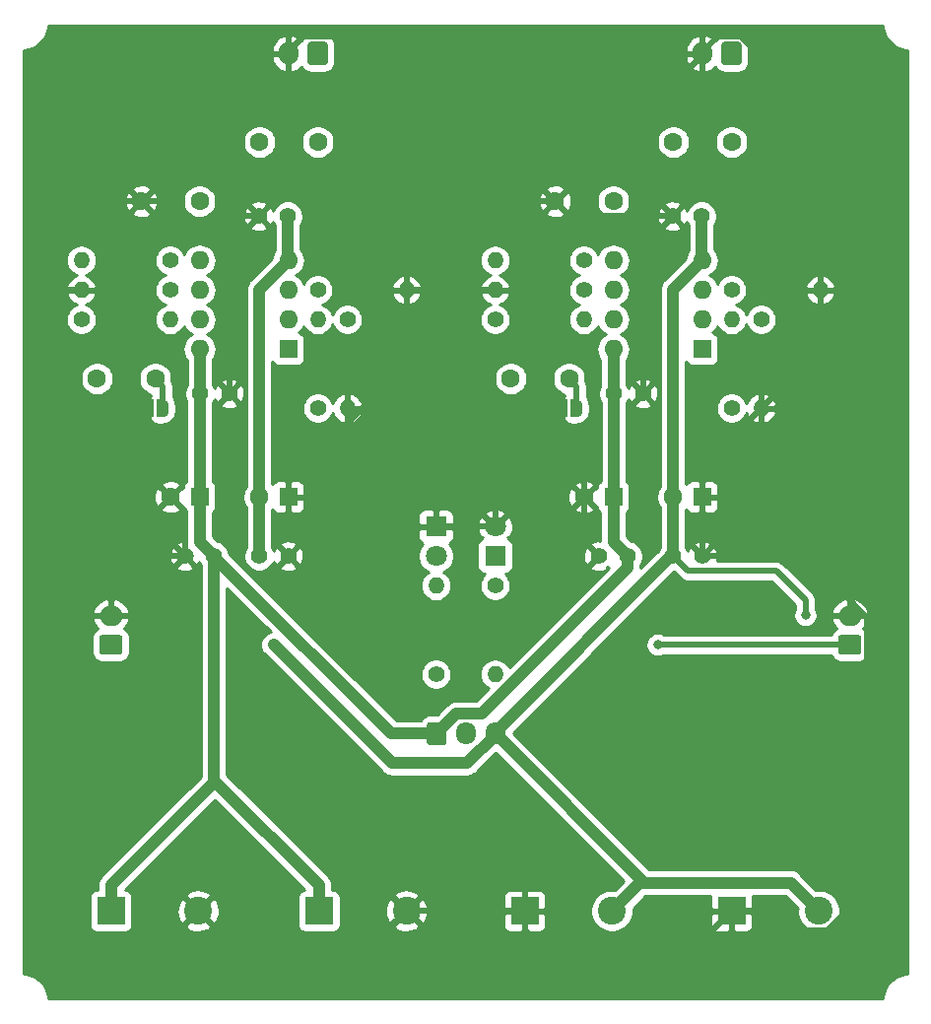
<source format=gbl>
G04 #@! TF.GenerationSoftware,KiCad,Pcbnew,(5.1.4)-1*
G04 #@! TF.CreationDate,2019-10-15T14:43:25+09:00*
G04 #@! TF.ProjectId,LME49600_HPA,4c4d4534-3936-4303-905f-4850412e6b69,rev?*
G04 #@! TF.SameCoordinates,Original*
G04 #@! TF.FileFunction,Copper,L2,Bot*
G04 #@! TF.FilePolarity,Positive*
%FSLAX46Y46*%
G04 Gerber Fmt 4.6, Leading zero omitted, Abs format (unit mm)*
G04 Created by KiCad (PCBNEW (5.1.4)-1) date 2019-10-15 14:43:25*
%MOMM*%
%LPD*%
G04 APERTURE LIST*
%ADD10O,1.600000X1.600000*%
%ADD11R,1.600000X1.600000*%
%ADD12C,2.400000*%
%ADD13R,2.400000X2.400000*%
%ADD14O,1.700000X1.950000*%
%ADD15C,0.100000*%
%ADD16C,1.700000*%
%ADD17O,1.700000X2.000000*%
%ADD18O,1.400000X1.400000*%
%ADD19C,1.400000*%
%ADD20C,1.600000*%
%ADD21C,0.500000*%
%ADD22O,2.000000X1.700000*%
%ADD23C,1.800000*%
%ADD24R,1.800000X1.800000*%
%ADD25C,0.800000*%
%ADD26C,0.500000*%
%ADD27C,1.000000*%
%ADD28C,0.254000*%
G04 APERTURE END LIST*
D10*
X162560000Y-78740000D03*
X170180000Y-71120000D03*
X162560000Y-76200000D03*
X170180000Y-73660000D03*
X162560000Y-73660000D03*
X170180000Y-76200000D03*
X162560000Y-71120000D03*
D11*
X170180000Y-78740000D03*
D10*
X127000000Y-78740000D03*
X134620000Y-71120000D03*
X127000000Y-76200000D03*
X134620000Y-73660000D03*
X127000000Y-73660000D03*
X134620000Y-76200000D03*
X127000000Y-71120000D03*
D11*
X134620000Y-78740000D03*
D12*
X126880000Y-127000000D03*
D13*
X119380000Y-127000000D03*
D12*
X162440000Y-127000000D03*
D13*
X154940000Y-127000000D03*
D14*
X152400000Y-111760000D03*
X149900000Y-111760000D03*
D15*
G36*
X148024504Y-110786204D02*
G01*
X148048773Y-110789804D01*
X148072571Y-110795765D01*
X148095671Y-110804030D01*
X148117849Y-110814520D01*
X148138893Y-110827133D01*
X148158598Y-110841747D01*
X148176777Y-110858223D01*
X148193253Y-110876402D01*
X148207867Y-110896107D01*
X148220480Y-110917151D01*
X148230970Y-110939329D01*
X148239235Y-110962429D01*
X148245196Y-110986227D01*
X148248796Y-111010496D01*
X148250000Y-111035000D01*
X148250000Y-112485000D01*
X148248796Y-112509504D01*
X148245196Y-112533773D01*
X148239235Y-112557571D01*
X148230970Y-112580671D01*
X148220480Y-112602849D01*
X148207867Y-112623893D01*
X148193253Y-112643598D01*
X148176777Y-112661777D01*
X148158598Y-112678253D01*
X148138893Y-112692867D01*
X148117849Y-112705480D01*
X148095671Y-112715970D01*
X148072571Y-112724235D01*
X148048773Y-112730196D01*
X148024504Y-112733796D01*
X148000000Y-112735000D01*
X146800000Y-112735000D01*
X146775496Y-112733796D01*
X146751227Y-112730196D01*
X146727429Y-112724235D01*
X146704329Y-112715970D01*
X146682151Y-112705480D01*
X146661107Y-112692867D01*
X146641402Y-112678253D01*
X146623223Y-112661777D01*
X146606747Y-112643598D01*
X146592133Y-112623893D01*
X146579520Y-112602849D01*
X146569030Y-112580671D01*
X146560765Y-112557571D01*
X146554804Y-112533773D01*
X146551204Y-112509504D01*
X146550000Y-112485000D01*
X146550000Y-111035000D01*
X146551204Y-111010496D01*
X146554804Y-110986227D01*
X146560765Y-110962429D01*
X146569030Y-110939329D01*
X146579520Y-110917151D01*
X146592133Y-110896107D01*
X146606747Y-110876402D01*
X146623223Y-110858223D01*
X146641402Y-110841747D01*
X146661107Y-110827133D01*
X146682151Y-110814520D01*
X146704329Y-110804030D01*
X146727429Y-110795765D01*
X146751227Y-110789804D01*
X146775496Y-110786204D01*
X146800000Y-110785000D01*
X148000000Y-110785000D01*
X148024504Y-110786204D01*
X148024504Y-110786204D01*
G37*
D16*
X147400000Y-111760000D03*
D12*
X144780000Y-127000000D03*
D13*
X137280000Y-127000000D03*
D17*
X170220000Y-53340000D03*
D15*
G36*
X173344504Y-52341204D02*
G01*
X173368773Y-52344804D01*
X173392571Y-52350765D01*
X173415671Y-52359030D01*
X173437849Y-52369520D01*
X173458893Y-52382133D01*
X173478598Y-52396747D01*
X173496777Y-52413223D01*
X173513253Y-52431402D01*
X173527867Y-52451107D01*
X173540480Y-52472151D01*
X173550970Y-52494329D01*
X173559235Y-52517429D01*
X173565196Y-52541227D01*
X173568796Y-52565496D01*
X173570000Y-52590000D01*
X173570000Y-54090000D01*
X173568796Y-54114504D01*
X173565196Y-54138773D01*
X173559235Y-54162571D01*
X173550970Y-54185671D01*
X173540480Y-54207849D01*
X173527867Y-54228893D01*
X173513253Y-54248598D01*
X173496777Y-54266777D01*
X173478598Y-54283253D01*
X173458893Y-54297867D01*
X173437849Y-54310480D01*
X173415671Y-54320970D01*
X173392571Y-54329235D01*
X173368773Y-54335196D01*
X173344504Y-54338796D01*
X173320000Y-54340000D01*
X172120000Y-54340000D01*
X172095496Y-54338796D01*
X172071227Y-54335196D01*
X172047429Y-54329235D01*
X172024329Y-54320970D01*
X172002151Y-54310480D01*
X171981107Y-54297867D01*
X171961402Y-54283253D01*
X171943223Y-54266777D01*
X171926747Y-54248598D01*
X171912133Y-54228893D01*
X171899520Y-54207849D01*
X171889030Y-54185671D01*
X171880765Y-54162571D01*
X171874804Y-54138773D01*
X171871204Y-54114504D01*
X171870000Y-54090000D01*
X171870000Y-52590000D01*
X171871204Y-52565496D01*
X171874804Y-52541227D01*
X171880765Y-52517429D01*
X171889030Y-52494329D01*
X171899520Y-52472151D01*
X171912133Y-52451107D01*
X171926747Y-52431402D01*
X171943223Y-52413223D01*
X171961402Y-52396747D01*
X171981107Y-52382133D01*
X172002151Y-52369520D01*
X172024329Y-52359030D01*
X172047429Y-52350765D01*
X172071227Y-52344804D01*
X172095496Y-52341204D01*
X172120000Y-52340000D01*
X173320000Y-52340000D01*
X173344504Y-52341204D01*
X173344504Y-52341204D01*
G37*
D16*
X172720000Y-53340000D03*
D18*
X160020000Y-76200000D03*
D19*
X152400000Y-76200000D03*
D20*
X118190000Y-81280000D03*
X123190000Y-81280000D03*
D18*
X172720000Y-76200000D03*
D19*
X172720000Y-83820000D03*
D18*
X175260000Y-83820000D03*
D19*
X175260000Y-76200000D03*
D18*
X152400000Y-71120000D03*
D19*
X160020000Y-71120000D03*
D18*
X152400000Y-73660000D03*
D19*
X160020000Y-73660000D03*
D18*
X180340000Y-73660000D03*
D19*
X172720000Y-73660000D03*
D18*
X137160000Y-76200000D03*
D19*
X137160000Y-83820000D03*
D18*
X124460000Y-76200000D03*
D19*
X116840000Y-76200000D03*
D18*
X139700000Y-83820000D03*
D19*
X139700000Y-76200000D03*
D18*
X116840000Y-71120000D03*
D19*
X124460000Y-71120000D03*
D18*
X116840000Y-73660000D03*
D19*
X124460000Y-73660000D03*
D18*
X144780000Y-73660000D03*
D19*
X137160000Y-73660000D03*
D18*
X152400000Y-106680000D03*
D19*
X152400000Y-99060000D03*
D18*
X147320000Y-99060000D03*
D19*
X147320000Y-106680000D03*
D17*
X134660000Y-53340000D03*
D15*
G36*
X137784504Y-52341204D02*
G01*
X137808773Y-52344804D01*
X137832571Y-52350765D01*
X137855671Y-52359030D01*
X137877849Y-52369520D01*
X137898893Y-52382133D01*
X137918598Y-52396747D01*
X137936777Y-52413223D01*
X137953253Y-52431402D01*
X137967867Y-52451107D01*
X137980480Y-52472151D01*
X137990970Y-52494329D01*
X137999235Y-52517429D01*
X138005196Y-52541227D01*
X138008796Y-52565496D01*
X138010000Y-52590000D01*
X138010000Y-54090000D01*
X138008796Y-54114504D01*
X138005196Y-54138773D01*
X137999235Y-54162571D01*
X137990970Y-54185671D01*
X137980480Y-54207849D01*
X137967867Y-54228893D01*
X137953253Y-54248598D01*
X137936777Y-54266777D01*
X137918598Y-54283253D01*
X137898893Y-54297867D01*
X137877849Y-54310480D01*
X137855671Y-54320970D01*
X137832571Y-54329235D01*
X137808773Y-54335196D01*
X137784504Y-54338796D01*
X137760000Y-54340000D01*
X136560000Y-54340000D01*
X136535496Y-54338796D01*
X136511227Y-54335196D01*
X136487429Y-54329235D01*
X136464329Y-54320970D01*
X136442151Y-54310480D01*
X136421107Y-54297867D01*
X136401402Y-54283253D01*
X136383223Y-54266777D01*
X136366747Y-54248598D01*
X136352133Y-54228893D01*
X136339520Y-54207849D01*
X136329030Y-54185671D01*
X136320765Y-54162571D01*
X136314804Y-54138773D01*
X136311204Y-54114504D01*
X136310000Y-54090000D01*
X136310000Y-52590000D01*
X136311204Y-52565496D01*
X136314804Y-52541227D01*
X136320765Y-52517429D01*
X136329030Y-52494329D01*
X136339520Y-52472151D01*
X136352133Y-52451107D01*
X136366747Y-52431402D01*
X136383223Y-52413223D01*
X136401402Y-52396747D01*
X136421107Y-52382133D01*
X136442151Y-52369520D01*
X136464329Y-52359030D01*
X136487429Y-52350765D01*
X136511227Y-52344804D01*
X136535496Y-52341204D01*
X136560000Y-52340000D01*
X137760000Y-52340000D01*
X137784504Y-52341204D01*
X137784504Y-52341204D01*
G37*
D16*
X137160000Y-53340000D03*
D19*
X167680000Y-96520000D03*
X170180000Y-96520000D03*
X134580000Y-67310000D03*
X132080000Y-67310000D03*
D20*
X127000000Y-66040000D03*
X122000000Y-66040000D03*
D19*
X170140000Y-67310000D03*
X167640000Y-67310000D03*
D21*
X158100000Y-83820000D03*
D15*
G36*
X158100000Y-84569398D02*
G01*
X158075466Y-84569398D01*
X158026635Y-84564588D01*
X157978510Y-84555016D01*
X157931555Y-84540772D01*
X157886222Y-84521995D01*
X157842949Y-84498864D01*
X157802150Y-84471604D01*
X157764221Y-84440476D01*
X157729524Y-84405779D01*
X157698396Y-84367850D01*
X157671136Y-84327051D01*
X157648005Y-84283778D01*
X157629228Y-84238445D01*
X157614984Y-84191490D01*
X157605412Y-84143365D01*
X157600602Y-84094534D01*
X157600602Y-84070000D01*
X157600000Y-84070000D01*
X157600000Y-83570000D01*
X157600602Y-83570000D01*
X157600602Y-83545466D01*
X157605412Y-83496635D01*
X157614984Y-83448510D01*
X157629228Y-83401555D01*
X157648005Y-83356222D01*
X157671136Y-83312949D01*
X157698396Y-83272150D01*
X157729524Y-83234221D01*
X157764221Y-83199524D01*
X157802150Y-83168396D01*
X157842949Y-83141136D01*
X157886222Y-83118005D01*
X157931555Y-83099228D01*
X157978510Y-83084984D01*
X158026635Y-83075412D01*
X158075466Y-83070602D01*
X158100000Y-83070602D01*
X158100000Y-83070000D01*
X158600000Y-83070000D01*
X158600000Y-84570000D01*
X158100000Y-84570000D01*
X158100000Y-84569398D01*
X158100000Y-84569398D01*
G37*
D21*
X159400000Y-83820000D03*
D15*
G36*
X158900000Y-83070000D02*
G01*
X159400000Y-83070000D01*
X159400000Y-83070602D01*
X159424534Y-83070602D01*
X159473365Y-83075412D01*
X159521490Y-83084984D01*
X159568445Y-83099228D01*
X159613778Y-83118005D01*
X159657051Y-83141136D01*
X159697850Y-83168396D01*
X159735779Y-83199524D01*
X159770476Y-83234221D01*
X159801604Y-83272150D01*
X159828864Y-83312949D01*
X159851995Y-83356222D01*
X159870772Y-83401555D01*
X159885016Y-83448510D01*
X159894588Y-83496635D01*
X159899398Y-83545466D01*
X159899398Y-83570000D01*
X159900000Y-83570000D01*
X159900000Y-84070000D01*
X159899398Y-84070000D01*
X159899398Y-84094534D01*
X159894588Y-84143365D01*
X159885016Y-84191490D01*
X159870772Y-84238445D01*
X159851995Y-84283778D01*
X159828864Y-84327051D01*
X159801604Y-84367850D01*
X159770476Y-84405779D01*
X159735779Y-84440476D01*
X159697850Y-84471604D01*
X159657051Y-84498864D01*
X159613778Y-84521995D01*
X159568445Y-84540772D01*
X159521490Y-84555016D01*
X159473365Y-84564588D01*
X159424534Y-84569398D01*
X159400000Y-84569398D01*
X159400000Y-84570000D01*
X158900000Y-84570000D01*
X158900000Y-83070000D01*
X158900000Y-83070000D01*
G37*
D21*
X122540000Y-83820000D03*
D15*
G36*
X122540000Y-84569398D02*
G01*
X122515466Y-84569398D01*
X122466635Y-84564588D01*
X122418510Y-84555016D01*
X122371555Y-84540772D01*
X122326222Y-84521995D01*
X122282949Y-84498864D01*
X122242150Y-84471604D01*
X122204221Y-84440476D01*
X122169524Y-84405779D01*
X122138396Y-84367850D01*
X122111136Y-84327051D01*
X122088005Y-84283778D01*
X122069228Y-84238445D01*
X122054984Y-84191490D01*
X122045412Y-84143365D01*
X122040602Y-84094534D01*
X122040602Y-84070000D01*
X122040000Y-84070000D01*
X122040000Y-83570000D01*
X122040602Y-83570000D01*
X122040602Y-83545466D01*
X122045412Y-83496635D01*
X122054984Y-83448510D01*
X122069228Y-83401555D01*
X122088005Y-83356222D01*
X122111136Y-83312949D01*
X122138396Y-83272150D01*
X122169524Y-83234221D01*
X122204221Y-83199524D01*
X122242150Y-83168396D01*
X122282949Y-83141136D01*
X122326222Y-83118005D01*
X122371555Y-83099228D01*
X122418510Y-83084984D01*
X122466635Y-83075412D01*
X122515466Y-83070602D01*
X122540000Y-83070602D01*
X122540000Y-83070000D01*
X123040000Y-83070000D01*
X123040000Y-84570000D01*
X122540000Y-84570000D01*
X122540000Y-84569398D01*
X122540000Y-84569398D01*
G37*
D21*
X123840000Y-83820000D03*
D15*
G36*
X123340000Y-83070000D02*
G01*
X123840000Y-83070000D01*
X123840000Y-83070602D01*
X123864534Y-83070602D01*
X123913365Y-83075412D01*
X123961490Y-83084984D01*
X124008445Y-83099228D01*
X124053778Y-83118005D01*
X124097051Y-83141136D01*
X124137850Y-83168396D01*
X124175779Y-83199524D01*
X124210476Y-83234221D01*
X124241604Y-83272150D01*
X124268864Y-83312949D01*
X124291995Y-83356222D01*
X124310772Y-83401555D01*
X124325016Y-83448510D01*
X124334588Y-83496635D01*
X124339398Y-83545466D01*
X124339398Y-83570000D01*
X124340000Y-83570000D01*
X124340000Y-84070000D01*
X124339398Y-84070000D01*
X124339398Y-84094534D01*
X124334588Y-84143365D01*
X124325016Y-84191490D01*
X124310772Y-84238445D01*
X124291995Y-84283778D01*
X124268864Y-84327051D01*
X124241604Y-84367850D01*
X124210476Y-84405779D01*
X124175779Y-84440476D01*
X124137850Y-84471604D01*
X124097051Y-84498864D01*
X124053778Y-84521995D01*
X124008445Y-84540772D01*
X123961490Y-84555016D01*
X123913365Y-84564588D01*
X123864534Y-84569398D01*
X123840000Y-84569398D01*
X123840000Y-84570000D01*
X123340000Y-84570000D01*
X123340000Y-83070000D01*
X123340000Y-83070000D01*
G37*
D22*
X182880000Y-101640000D03*
D15*
G36*
X183654504Y-103291204D02*
G01*
X183678773Y-103294804D01*
X183702571Y-103300765D01*
X183725671Y-103309030D01*
X183747849Y-103319520D01*
X183768893Y-103332133D01*
X183788598Y-103346747D01*
X183806777Y-103363223D01*
X183823253Y-103381402D01*
X183837867Y-103401107D01*
X183850480Y-103422151D01*
X183860970Y-103444329D01*
X183869235Y-103467429D01*
X183875196Y-103491227D01*
X183878796Y-103515496D01*
X183880000Y-103540000D01*
X183880000Y-104740000D01*
X183878796Y-104764504D01*
X183875196Y-104788773D01*
X183869235Y-104812571D01*
X183860970Y-104835671D01*
X183850480Y-104857849D01*
X183837867Y-104878893D01*
X183823253Y-104898598D01*
X183806777Y-104916777D01*
X183788598Y-104933253D01*
X183768893Y-104947867D01*
X183747849Y-104960480D01*
X183725671Y-104970970D01*
X183702571Y-104979235D01*
X183678773Y-104985196D01*
X183654504Y-104988796D01*
X183630000Y-104990000D01*
X182130000Y-104990000D01*
X182105496Y-104988796D01*
X182081227Y-104985196D01*
X182057429Y-104979235D01*
X182034329Y-104970970D01*
X182012151Y-104960480D01*
X181991107Y-104947867D01*
X181971402Y-104933253D01*
X181953223Y-104916777D01*
X181936747Y-104898598D01*
X181922133Y-104878893D01*
X181909520Y-104857849D01*
X181899030Y-104835671D01*
X181890765Y-104812571D01*
X181884804Y-104788773D01*
X181881204Y-104764504D01*
X181880000Y-104740000D01*
X181880000Y-103540000D01*
X181881204Y-103515496D01*
X181884804Y-103491227D01*
X181890765Y-103467429D01*
X181899030Y-103444329D01*
X181909520Y-103422151D01*
X181922133Y-103401107D01*
X181936747Y-103381402D01*
X181953223Y-103363223D01*
X181971402Y-103346747D01*
X181991107Y-103332133D01*
X182012151Y-103319520D01*
X182034329Y-103309030D01*
X182057429Y-103300765D01*
X182081227Y-103294804D01*
X182105496Y-103291204D01*
X182130000Y-103290000D01*
X183630000Y-103290000D01*
X183654504Y-103291204D01*
X183654504Y-103291204D01*
G37*
D16*
X182880000Y-104140000D03*
D22*
X119380000Y-101640000D03*
D15*
G36*
X120154504Y-103291204D02*
G01*
X120178773Y-103294804D01*
X120202571Y-103300765D01*
X120225671Y-103309030D01*
X120247849Y-103319520D01*
X120268893Y-103332133D01*
X120288598Y-103346747D01*
X120306777Y-103363223D01*
X120323253Y-103381402D01*
X120337867Y-103401107D01*
X120350480Y-103422151D01*
X120360970Y-103444329D01*
X120369235Y-103467429D01*
X120375196Y-103491227D01*
X120378796Y-103515496D01*
X120380000Y-103540000D01*
X120380000Y-104740000D01*
X120378796Y-104764504D01*
X120375196Y-104788773D01*
X120369235Y-104812571D01*
X120360970Y-104835671D01*
X120350480Y-104857849D01*
X120337867Y-104878893D01*
X120323253Y-104898598D01*
X120306777Y-104916777D01*
X120288598Y-104933253D01*
X120268893Y-104947867D01*
X120247849Y-104960480D01*
X120225671Y-104970970D01*
X120202571Y-104979235D01*
X120178773Y-104985196D01*
X120154504Y-104988796D01*
X120130000Y-104990000D01*
X118630000Y-104990000D01*
X118605496Y-104988796D01*
X118581227Y-104985196D01*
X118557429Y-104979235D01*
X118534329Y-104970970D01*
X118512151Y-104960480D01*
X118491107Y-104947867D01*
X118471402Y-104933253D01*
X118453223Y-104916777D01*
X118436747Y-104898598D01*
X118422133Y-104878893D01*
X118409520Y-104857849D01*
X118399030Y-104835671D01*
X118390765Y-104812571D01*
X118384804Y-104788773D01*
X118381204Y-104764504D01*
X118380000Y-104740000D01*
X118380000Y-103540000D01*
X118381204Y-103515496D01*
X118384804Y-103491227D01*
X118390765Y-103467429D01*
X118399030Y-103444329D01*
X118409520Y-103422151D01*
X118422133Y-103401107D01*
X118436747Y-103381402D01*
X118453223Y-103363223D01*
X118471402Y-103346747D01*
X118491107Y-103332133D01*
X118512151Y-103319520D01*
X118534329Y-103309030D01*
X118557429Y-103300765D01*
X118581227Y-103294804D01*
X118605496Y-103291204D01*
X118630000Y-103290000D01*
X120130000Y-103290000D01*
X120154504Y-103291204D01*
X120154504Y-103291204D01*
G37*
D16*
X119380000Y-104140000D03*
D23*
X152400000Y-93980000D03*
D24*
X152400000Y-96520000D03*
D23*
X147320000Y-96520000D03*
D24*
X147320000Y-93980000D03*
D20*
X167680000Y-91440000D03*
D11*
X170180000Y-91440000D03*
D19*
X163790000Y-96520000D03*
X161290000Y-96520000D03*
D20*
X160060000Y-91440000D03*
D11*
X162560000Y-91440000D03*
D19*
X162600000Y-82550000D03*
X165100000Y-82550000D03*
D20*
X162560000Y-66040000D03*
X157560000Y-66040000D03*
X153750000Y-81280000D03*
X158750000Y-81280000D03*
X172720000Y-60960000D03*
X167720000Y-60960000D03*
X132120000Y-91440000D03*
D11*
X134620000Y-91440000D03*
D19*
X132120000Y-96520000D03*
X134620000Y-96520000D03*
X128230000Y-96520000D03*
X125730000Y-96520000D03*
D20*
X124500000Y-91440000D03*
D11*
X127000000Y-91440000D03*
D19*
X127040000Y-82550000D03*
X129540000Y-82550000D03*
D20*
X137160000Y-60960000D03*
X132160000Y-60960000D03*
D12*
X180220000Y-127000000D03*
D13*
X172720000Y-127000000D03*
D25*
X179070000Y-101600000D03*
X133350000Y-104140000D03*
X166370000Y-104140000D03*
D26*
X123131370Y-66040000D02*
X122000000Y-66040000D01*
X134660000Y-55880000D02*
X134660000Y-56030000D01*
X134660000Y-53380000D02*
X134700000Y-53340000D01*
X125248051Y-96520000D02*
X126238000Y-96520000D01*
X119380000Y-100290000D02*
X123150000Y-96520000D01*
X119380000Y-101640000D02*
X119380000Y-100290000D01*
X122000000Y-66040000D02*
X116840000Y-66040000D01*
X116840000Y-66040000D02*
X114300000Y-68580000D01*
X114300000Y-68580000D02*
X114300000Y-85090000D01*
X114300000Y-85090000D02*
X118110000Y-88900000D01*
X122540000Y-83820000D02*
X122540000Y-88280000D01*
X118110000Y-88900000D02*
X121920000Y-88900000D01*
X134660000Y-56030000D02*
X129635000Y-61055000D01*
X129635000Y-61055000D02*
X124650000Y-66040000D01*
X116840000Y-73660000D02*
X114300000Y-73660000D01*
X144780000Y-78740000D02*
X144780000Y-73660000D01*
X144780000Y-73660000D02*
X144780000Y-53340000D01*
X123150000Y-96520000D02*
X125730000Y-96520000D01*
X157560000Y-66040000D02*
X152400000Y-66040000D01*
X152400000Y-66040000D02*
X149860000Y-68580000D01*
X149860000Y-85090000D02*
X153670000Y-88900000D01*
X158100000Y-88280000D02*
X157480000Y-88900000D01*
X158100000Y-83820000D02*
X158100000Y-88280000D01*
X153670000Y-88900000D02*
X157480000Y-88900000D01*
X160060000Y-95290000D02*
X161290000Y-96520000D01*
X152400000Y-73660000D02*
X149860000Y-73660000D01*
X149860000Y-68580000D02*
X149860000Y-73660000D01*
X149860000Y-73660000D02*
X149860000Y-85090000D01*
X144780000Y-73660000D02*
X149860000Y-73660000D01*
X170180000Y-88900000D02*
X170180000Y-96520000D01*
X170180000Y-88900000D02*
X175260000Y-83820000D01*
X175260000Y-83820000D02*
X180340000Y-78740000D01*
X180340000Y-78740000D02*
X180340000Y-73660000D01*
X171169949Y-96520000D02*
X170180000Y-96520000D01*
X182880000Y-100290000D02*
X179110000Y-96520000D01*
X182880000Y-101640000D02*
X182880000Y-100290000D01*
X147320000Y-93980000D02*
X152400000Y-93980000D01*
X152400000Y-93980000D02*
X152400000Y-90170000D01*
X152400000Y-90170000D02*
X153670000Y-88900000D01*
X135960010Y-51889990D02*
X143329990Y-51889990D01*
X134660000Y-53340000D02*
X134660000Y-53190000D01*
X134660000Y-53190000D02*
X135960010Y-51889990D01*
X143329990Y-51889990D02*
X144780000Y-53340000D01*
X129540000Y-61150000D02*
X129635000Y-61055000D01*
X132080000Y-67310000D02*
X129540000Y-67310000D01*
X129540000Y-82550000D02*
X129540000Y-67310000D01*
X129540000Y-67310000D02*
X129540000Y-61150000D01*
X135920000Y-88900000D02*
X144780000Y-80040000D01*
X139700000Y-83820000D02*
X139700000Y-85090000D01*
X170220000Y-53190000D02*
X170220000Y-53340000D01*
X171570000Y-51840000D02*
X170220000Y-53190000D01*
X173559966Y-51840000D02*
X171570000Y-51840000D01*
X180340000Y-58620034D02*
X173559966Y-51840000D01*
X180340000Y-73660000D02*
X180340000Y-58620034D01*
X157670000Y-66040000D02*
X157560000Y-66040000D01*
X170220000Y-53490000D02*
X157670000Y-66040000D01*
X170220000Y-53340000D02*
X170220000Y-53490000D01*
X158830000Y-67310000D02*
X157560000Y-66040000D01*
X165100000Y-82550000D02*
X165100000Y-67310000D01*
X167640000Y-67310000D02*
X165100000Y-67310000D01*
X165100000Y-67310000D02*
X158830000Y-67310000D01*
X144780000Y-127000000D02*
X154940000Y-127000000D01*
X143580001Y-128199999D02*
X144780000Y-127000000D01*
X130690000Y-130810000D02*
X140970000Y-130810000D01*
X126880000Y-127000000D02*
X130690000Y-130810000D01*
X154940000Y-128700000D02*
X157050000Y-130810000D01*
X154940000Y-127000000D02*
X154940000Y-128700000D01*
X157050000Y-130810000D02*
X168910000Y-130810000D01*
X168910000Y-130810000D02*
X172720000Y-127000000D01*
X183030000Y-101640000D02*
X182880000Y-101640000D01*
X181012001Y-128650001D02*
X184380000Y-125282002D01*
X176070001Y-128650001D02*
X181012001Y-128650001D01*
X174420000Y-127000000D02*
X176070001Y-128650001D01*
X172720000Y-127000000D02*
X174420000Y-127000000D01*
X184380000Y-125282002D02*
X184380000Y-101830000D01*
X184380000Y-101830000D02*
X182880000Y-100330000D01*
X124500000Y-91440000D02*
X121960000Y-88900000D01*
X121960000Y-88860000D02*
X122540000Y-88280000D01*
X121960000Y-88900000D02*
X121960000Y-88860000D01*
X125730000Y-92670000D02*
X124500000Y-91440000D01*
X125730000Y-96520000D02*
X125730000Y-92670000D01*
X135860000Y-88900000D02*
X135920000Y-88900000D01*
X134620000Y-90140000D02*
X135860000Y-88900000D01*
X134620000Y-91440000D02*
X134620000Y-90140000D01*
X160060000Y-95290000D02*
X160060000Y-91440000D01*
X160060000Y-90240000D02*
X158100000Y-88280000D01*
X160060000Y-91440000D02*
X160060000Y-90240000D01*
X140970000Y-130810000D02*
X143580001Y-128199999D01*
X179110000Y-96520000D02*
X171169949Y-96520000D01*
X144780000Y-80040000D02*
X144780000Y-78740000D01*
X134660000Y-55880000D02*
X134660000Y-53380000D01*
X124650000Y-66040000D02*
X123131370Y-66040000D01*
X127000000Y-82510000D02*
X127040000Y-82550000D01*
X127040000Y-88860000D02*
X127000000Y-88900000D01*
D27*
X128230000Y-97509949D02*
X128230000Y-96520000D01*
X119380000Y-124800000D02*
X128230000Y-115950000D01*
X119380000Y-127000000D02*
X119380000Y-124800000D01*
X128430000Y-115950000D02*
X128230000Y-115950000D01*
X137280000Y-124800000D02*
X128430000Y-115950000D01*
X137280000Y-127000000D02*
X137280000Y-124800000D01*
X128929999Y-97219999D02*
X128230000Y-96520000D01*
X147400000Y-111760000D02*
X143470000Y-111760000D01*
X163790000Y-97509949D02*
X163790000Y-96520000D01*
X151214959Y-110084990D02*
X163790000Y-97509949D01*
X149075010Y-110084990D02*
X151214959Y-110084990D01*
X147400000Y-111760000D02*
X149075010Y-110084990D01*
X127000000Y-82590000D02*
X127040000Y-82550000D01*
X127000000Y-88900000D02*
X127000000Y-82590000D01*
X127040000Y-78780000D02*
X127000000Y-78740000D01*
X127040000Y-82550000D02*
X127040000Y-78780000D01*
X162560000Y-82510000D02*
X162600000Y-82550000D01*
X162560000Y-78740000D02*
X162560000Y-82510000D01*
X162560000Y-95290000D02*
X163790000Y-96520000D01*
X127000000Y-91440000D02*
X127000000Y-88900000D01*
X127000000Y-95290000D02*
X128230000Y-96520000D01*
X127000000Y-91440000D02*
X127000000Y-95290000D01*
X162600000Y-91400000D02*
X162560000Y-91440000D01*
X162600000Y-82550000D02*
X162600000Y-91400000D01*
X162560000Y-91440000D02*
X162560000Y-95290000D01*
X143470000Y-111760000D02*
X128929999Y-97219999D01*
X128230000Y-115950000D02*
X128230000Y-97509949D01*
D26*
X168950000Y-97790000D02*
X172720000Y-97790000D01*
X167680000Y-96520000D02*
X168950000Y-97790000D01*
X176530000Y-97790000D02*
X179070000Y-100330000D01*
X179070000Y-100330000D02*
X179070000Y-101600000D01*
D27*
X180220000Y-127000000D02*
X177800000Y-124580000D01*
X177800000Y-124580000D02*
X165220000Y-124580000D01*
X165220000Y-124580000D02*
X152400000Y-111760000D01*
X162440000Y-127000000D02*
X164980000Y-124460000D01*
X167515000Y-96520000D02*
X167680000Y-96520000D01*
X152400000Y-111635000D02*
X167515000Y-96520000D01*
X152400000Y-111760000D02*
X152400000Y-111635000D01*
X152400000Y-111885000D02*
X152400000Y-111760000D01*
X149985000Y-114300000D02*
X152400000Y-111885000D01*
X143510000Y-114300000D02*
X149985000Y-114300000D01*
X133350000Y-104140000D02*
X143510000Y-114300000D01*
X134580000Y-71080000D02*
X134620000Y-71120000D01*
X134580000Y-67310000D02*
X134580000Y-71080000D01*
X170140000Y-71080000D02*
X170180000Y-71120000D01*
X170140000Y-67310000D02*
X170140000Y-71080000D01*
X167680000Y-73620000D02*
X167680000Y-88900000D01*
X170180000Y-71120000D02*
X167680000Y-73620000D01*
X132120000Y-73620000D02*
X134620000Y-71120000D01*
X132120000Y-91440000D02*
X132120000Y-73620000D01*
X132120000Y-91440000D02*
X132120000Y-96520000D01*
X167680000Y-88900000D02*
X167680000Y-96520000D01*
D26*
X172720000Y-97790000D02*
X176530000Y-97790000D01*
X123840000Y-81930000D02*
X123190000Y-81280000D01*
X123840000Y-83820000D02*
X123840000Y-81930000D01*
X159400000Y-81930000D02*
X158750000Y-81280000D01*
X159400000Y-83820000D02*
X159400000Y-81930000D01*
X119380000Y-104180000D02*
X119530000Y-104180000D01*
X166370000Y-104140000D02*
X182880000Y-104140000D01*
D28*
G36*
X185725000Y-51020128D02*
G01*
X185810890Y-51451925D01*
X185979369Y-51858669D01*
X186223962Y-52224729D01*
X186535271Y-52536038D01*
X186901331Y-52780631D01*
X187308075Y-52949110D01*
X187739872Y-53035000D01*
X187833000Y-53035000D01*
X187833000Y-132385000D01*
X187739872Y-132385000D01*
X187308075Y-132470890D01*
X186901331Y-132639369D01*
X186535271Y-132883962D01*
X186223962Y-133195271D01*
X185979369Y-133561331D01*
X185810890Y-133968075D01*
X185725000Y-134399872D01*
X185725000Y-134493000D01*
X113995000Y-134493000D01*
X113995000Y-134399872D01*
X113909110Y-133968075D01*
X113740631Y-133561331D01*
X113496038Y-133195271D01*
X113184729Y-132883962D01*
X112818669Y-132639369D01*
X112411925Y-132470890D01*
X111980128Y-132385000D01*
X111887000Y-132385000D01*
X111887000Y-125800000D01*
X117541928Y-125800000D01*
X117541928Y-128200000D01*
X117554188Y-128324482D01*
X117590498Y-128444180D01*
X117649463Y-128554494D01*
X117728815Y-128651185D01*
X117825506Y-128730537D01*
X117935820Y-128789502D01*
X118055518Y-128825812D01*
X118180000Y-128838072D01*
X120580000Y-128838072D01*
X120704482Y-128825812D01*
X120824180Y-128789502D01*
X120934494Y-128730537D01*
X121031185Y-128651185D01*
X121110537Y-128554494D01*
X121169502Y-128444180D01*
X121205812Y-128324482D01*
X121210391Y-128277980D01*
X125781626Y-128277980D01*
X125901514Y-128562836D01*
X126225210Y-128723699D01*
X126574069Y-128818322D01*
X126934684Y-128843067D01*
X127293198Y-128796985D01*
X127635833Y-128681846D01*
X127858486Y-128562836D01*
X127978374Y-128277980D01*
X126880000Y-127179605D01*
X125781626Y-128277980D01*
X121210391Y-128277980D01*
X121218072Y-128200000D01*
X121218072Y-127054684D01*
X125036933Y-127054684D01*
X125083015Y-127413198D01*
X125198154Y-127755833D01*
X125317164Y-127978486D01*
X125602020Y-128098374D01*
X126700395Y-127000000D01*
X127059605Y-127000000D01*
X128157980Y-128098374D01*
X128442836Y-127978486D01*
X128603699Y-127654790D01*
X128698322Y-127305931D01*
X128723067Y-126945316D01*
X128676985Y-126586802D01*
X128561846Y-126244167D01*
X128442836Y-126021514D01*
X128157980Y-125901626D01*
X127059605Y-127000000D01*
X126700395Y-127000000D01*
X125602020Y-125901626D01*
X125317164Y-126021514D01*
X125156301Y-126345210D01*
X125061678Y-126694069D01*
X125036933Y-127054684D01*
X121218072Y-127054684D01*
X121218072Y-125800000D01*
X121210392Y-125722020D01*
X125781626Y-125722020D01*
X126880000Y-126820395D01*
X127978374Y-125722020D01*
X127858486Y-125437164D01*
X127534790Y-125276301D01*
X127185931Y-125181678D01*
X126825316Y-125156933D01*
X126466802Y-125203015D01*
X126124167Y-125318154D01*
X125901514Y-125437164D01*
X125781626Y-125722020D01*
X121210392Y-125722020D01*
X121205812Y-125675518D01*
X121169502Y-125555820D01*
X121110537Y-125445506D01*
X121031185Y-125348815D01*
X120934494Y-125269463D01*
X120824180Y-125210498D01*
X120704482Y-125174188D01*
X120619330Y-125165801D01*
X128330000Y-117455132D01*
X136040670Y-125165802D01*
X135955518Y-125174188D01*
X135835820Y-125210498D01*
X135725506Y-125269463D01*
X135628815Y-125348815D01*
X135549463Y-125445506D01*
X135490498Y-125555820D01*
X135454188Y-125675518D01*
X135441928Y-125800000D01*
X135441928Y-128200000D01*
X135454188Y-128324482D01*
X135490498Y-128444180D01*
X135549463Y-128554494D01*
X135628815Y-128651185D01*
X135725506Y-128730537D01*
X135835820Y-128789502D01*
X135955518Y-128825812D01*
X136080000Y-128838072D01*
X138480000Y-128838072D01*
X138604482Y-128825812D01*
X138724180Y-128789502D01*
X138834494Y-128730537D01*
X138931185Y-128651185D01*
X139010537Y-128554494D01*
X139069502Y-128444180D01*
X139105812Y-128324482D01*
X139110391Y-128277980D01*
X143681626Y-128277980D01*
X143801514Y-128562836D01*
X144125210Y-128723699D01*
X144474069Y-128818322D01*
X144834684Y-128843067D01*
X145193198Y-128796985D01*
X145535833Y-128681846D01*
X145758486Y-128562836D01*
X145878374Y-128277980D01*
X145800395Y-128200000D01*
X153101928Y-128200000D01*
X153114188Y-128324482D01*
X153150498Y-128444180D01*
X153209463Y-128554494D01*
X153288815Y-128651185D01*
X153385506Y-128730537D01*
X153495820Y-128789502D01*
X153615518Y-128825812D01*
X153740000Y-128838072D01*
X154654250Y-128835000D01*
X154813000Y-128676250D01*
X154813000Y-127127000D01*
X155067000Y-127127000D01*
X155067000Y-128676250D01*
X155225750Y-128835000D01*
X156140000Y-128838072D01*
X156264482Y-128825812D01*
X156384180Y-128789502D01*
X156494494Y-128730537D01*
X156591185Y-128651185D01*
X156670537Y-128554494D01*
X156729502Y-128444180D01*
X156765812Y-128324482D01*
X156778072Y-128200000D01*
X156775000Y-127285750D01*
X156616250Y-127127000D01*
X155067000Y-127127000D01*
X154813000Y-127127000D01*
X153263750Y-127127000D01*
X153105000Y-127285750D01*
X153101928Y-128200000D01*
X145800395Y-128200000D01*
X144780000Y-127179605D01*
X143681626Y-128277980D01*
X139110391Y-128277980D01*
X139118072Y-128200000D01*
X139118072Y-127054684D01*
X142936933Y-127054684D01*
X142983015Y-127413198D01*
X143098154Y-127755833D01*
X143217164Y-127978486D01*
X143502020Y-128098374D01*
X144600395Y-127000000D01*
X144959605Y-127000000D01*
X146057980Y-128098374D01*
X146342836Y-127978486D01*
X146503699Y-127654790D01*
X146598322Y-127305931D01*
X146623067Y-126945316D01*
X146576985Y-126586802D01*
X146461846Y-126244167D01*
X146342836Y-126021514D01*
X146057980Y-125901626D01*
X144959605Y-127000000D01*
X144600395Y-127000000D01*
X143502020Y-125901626D01*
X143217164Y-126021514D01*
X143056301Y-126345210D01*
X142961678Y-126694069D01*
X142936933Y-127054684D01*
X139118072Y-127054684D01*
X139118072Y-125800000D01*
X139110392Y-125722020D01*
X143681626Y-125722020D01*
X144780000Y-126820395D01*
X145800394Y-125800000D01*
X153101928Y-125800000D01*
X153105000Y-126714250D01*
X153263750Y-126873000D01*
X154813000Y-126873000D01*
X154813000Y-125323750D01*
X155067000Y-125323750D01*
X155067000Y-126873000D01*
X156616250Y-126873000D01*
X156775000Y-126714250D01*
X156778072Y-125800000D01*
X156765812Y-125675518D01*
X156729502Y-125555820D01*
X156670537Y-125445506D01*
X156591185Y-125348815D01*
X156494494Y-125269463D01*
X156384180Y-125210498D01*
X156264482Y-125174188D01*
X156140000Y-125161928D01*
X155225750Y-125165000D01*
X155067000Y-125323750D01*
X154813000Y-125323750D01*
X154654250Y-125165000D01*
X153740000Y-125161928D01*
X153615518Y-125174188D01*
X153495820Y-125210498D01*
X153385506Y-125269463D01*
X153288815Y-125348815D01*
X153209463Y-125445506D01*
X153150498Y-125555820D01*
X153114188Y-125675518D01*
X153101928Y-125800000D01*
X145800394Y-125800000D01*
X145878374Y-125722020D01*
X145758486Y-125437164D01*
X145434790Y-125276301D01*
X145085931Y-125181678D01*
X144725316Y-125156933D01*
X144366802Y-125203015D01*
X144024167Y-125318154D01*
X143801514Y-125437164D01*
X143681626Y-125722020D01*
X139110392Y-125722020D01*
X139105812Y-125675518D01*
X139069502Y-125555820D01*
X139010537Y-125445506D01*
X138931185Y-125348815D01*
X138834494Y-125269463D01*
X138724180Y-125210498D01*
X138604482Y-125174188D01*
X138480000Y-125161928D01*
X138415000Y-125161928D01*
X138415000Y-124855751D01*
X138420491Y-124799999D01*
X138398577Y-124577501D01*
X138333676Y-124363553D01*
X138330441Y-124357501D01*
X138228284Y-124166377D01*
X138086449Y-123993551D01*
X138043141Y-123958009D01*
X129365000Y-115279869D01*
X129365000Y-99260131D01*
X133126573Y-103021705D01*
X132913554Y-103086324D01*
X132716378Y-103191717D01*
X132543552Y-103333552D01*
X132401717Y-103506378D01*
X132296324Y-103703554D01*
X132231423Y-103917502D01*
X132209509Y-104140000D01*
X132231423Y-104362498D01*
X132296324Y-104576446D01*
X132401717Y-104773622D01*
X132508012Y-104903143D01*
X142668009Y-115063141D01*
X142703551Y-115106449D01*
X142876376Y-115248283D01*
X142876377Y-115248284D01*
X143073553Y-115353676D01*
X143287501Y-115418577D01*
X143510000Y-115440491D01*
X143565752Y-115435000D01*
X149929249Y-115435000D01*
X149985000Y-115440491D01*
X150040751Y-115435000D01*
X150040752Y-115435000D01*
X150207499Y-115418577D01*
X150421447Y-115353676D01*
X150618623Y-115248284D01*
X150791449Y-115106449D01*
X150826996Y-115063135D01*
X152462500Y-113427631D01*
X163434868Y-124400000D01*
X162661716Y-125173152D01*
X162620732Y-125165000D01*
X162259268Y-125165000D01*
X161904750Y-125235518D01*
X161570801Y-125373844D01*
X161270256Y-125574662D01*
X161014662Y-125830256D01*
X160813844Y-126130801D01*
X160675518Y-126464750D01*
X160605000Y-126819268D01*
X160605000Y-127180732D01*
X160675518Y-127535250D01*
X160813844Y-127869199D01*
X161014662Y-128169744D01*
X161270256Y-128425338D01*
X161570801Y-128626156D01*
X161904750Y-128764482D01*
X162259268Y-128835000D01*
X162620732Y-128835000D01*
X162975250Y-128764482D01*
X163309199Y-128626156D01*
X163609744Y-128425338D01*
X163835082Y-128200000D01*
X170881928Y-128200000D01*
X170894188Y-128324482D01*
X170930498Y-128444180D01*
X170989463Y-128554494D01*
X171068815Y-128651185D01*
X171165506Y-128730537D01*
X171275820Y-128789502D01*
X171395518Y-128825812D01*
X171520000Y-128838072D01*
X172434250Y-128835000D01*
X172593000Y-128676250D01*
X172593000Y-127127000D01*
X172847000Y-127127000D01*
X172847000Y-128676250D01*
X173005750Y-128835000D01*
X173920000Y-128838072D01*
X174044482Y-128825812D01*
X174164180Y-128789502D01*
X174274494Y-128730537D01*
X174371185Y-128651185D01*
X174450537Y-128554494D01*
X174509502Y-128444180D01*
X174545812Y-128324482D01*
X174558072Y-128200000D01*
X174555000Y-127285750D01*
X174396250Y-127127000D01*
X172847000Y-127127000D01*
X172593000Y-127127000D01*
X171043750Y-127127000D01*
X170885000Y-127285750D01*
X170881928Y-128200000D01*
X163835082Y-128200000D01*
X163865338Y-128169744D01*
X164066156Y-127869199D01*
X164204482Y-127535250D01*
X164275000Y-127180732D01*
X164275000Y-126819268D01*
X164266848Y-126778284D01*
X165330132Y-125715000D01*
X170890299Y-125715000D01*
X170881928Y-125800000D01*
X170885000Y-126714250D01*
X171043750Y-126873000D01*
X172593000Y-126873000D01*
X172593000Y-126853000D01*
X172847000Y-126853000D01*
X172847000Y-126873000D01*
X174396250Y-126873000D01*
X174555000Y-126714250D01*
X174558072Y-125800000D01*
X174549701Y-125715000D01*
X177329869Y-125715000D01*
X178393152Y-126778284D01*
X178385000Y-126819268D01*
X178385000Y-127180732D01*
X178455518Y-127535250D01*
X178593844Y-127869199D01*
X178794662Y-128169744D01*
X179050256Y-128425338D01*
X179350801Y-128626156D01*
X179684750Y-128764482D01*
X180039268Y-128835000D01*
X180400732Y-128835000D01*
X180755250Y-128764482D01*
X181089199Y-128626156D01*
X181389744Y-128425338D01*
X181645338Y-128169744D01*
X181846156Y-127869199D01*
X181984482Y-127535250D01*
X182055000Y-127180732D01*
X182055000Y-126819268D01*
X181984482Y-126464750D01*
X181846156Y-126130801D01*
X181645338Y-125830256D01*
X181389744Y-125574662D01*
X181089199Y-125373844D01*
X180755250Y-125235518D01*
X180400732Y-125165000D01*
X180039268Y-125165000D01*
X179998284Y-125173152D01*
X178641996Y-123816865D01*
X178606449Y-123773551D01*
X178433623Y-123631716D01*
X178236447Y-123526324D01*
X178022499Y-123461423D01*
X177855752Y-123445000D01*
X177855751Y-123445000D01*
X177800000Y-123439509D01*
X177744249Y-123445000D01*
X165690132Y-123445000D01*
X153942631Y-111697500D01*
X161602070Y-104038061D01*
X165335000Y-104038061D01*
X165335000Y-104241939D01*
X165374774Y-104441898D01*
X165452795Y-104630256D01*
X165566063Y-104799774D01*
X165710226Y-104943937D01*
X165879744Y-105057205D01*
X166068102Y-105135226D01*
X166268061Y-105175000D01*
X166471939Y-105175000D01*
X166671898Y-105135226D01*
X166860256Y-105057205D01*
X166908454Y-105025000D01*
X181292890Y-105025000D01*
X181309528Y-105079850D01*
X181391595Y-105233386D01*
X181502038Y-105367962D01*
X181636614Y-105478405D01*
X181790150Y-105560472D01*
X181956746Y-105611008D01*
X182130000Y-105628072D01*
X183630000Y-105628072D01*
X183803254Y-105611008D01*
X183969850Y-105560472D01*
X184123386Y-105478405D01*
X184257962Y-105367962D01*
X184368405Y-105233386D01*
X184450472Y-105079850D01*
X184501008Y-104913254D01*
X184518072Y-104740000D01*
X184518072Y-103540000D01*
X184501008Y-103366746D01*
X184450472Y-103200150D01*
X184368405Y-103046614D01*
X184257962Y-102912038D01*
X184123386Y-102801595D01*
X184021407Y-102747086D01*
X184021795Y-102746802D01*
X184218664Y-102532046D01*
X184369854Y-102283009D01*
X184469554Y-102009261D01*
X184471476Y-101996890D01*
X184350155Y-101767000D01*
X183007000Y-101767000D01*
X183007000Y-101787000D01*
X182753000Y-101787000D01*
X182753000Y-101767000D01*
X181409845Y-101767000D01*
X181288524Y-101996890D01*
X181290446Y-102009261D01*
X181390146Y-102283009D01*
X181541336Y-102532046D01*
X181738205Y-102746802D01*
X181738593Y-102747086D01*
X181636614Y-102801595D01*
X181502038Y-102912038D01*
X181391595Y-103046614D01*
X181309528Y-103200150D01*
X181292890Y-103255000D01*
X166908454Y-103255000D01*
X166860256Y-103222795D01*
X166671898Y-103144774D01*
X166471939Y-103105000D01*
X166268061Y-103105000D01*
X166068102Y-103144774D01*
X165879744Y-103222795D01*
X165710226Y-103336063D01*
X165566063Y-103480226D01*
X165452795Y-103649744D01*
X165374774Y-103838102D01*
X165335000Y-104038061D01*
X161602070Y-104038061D01*
X167774277Y-97865855D01*
X168293470Y-98385049D01*
X168321183Y-98418817D01*
X168354951Y-98446530D01*
X168354953Y-98446532D01*
X168369211Y-98458233D01*
X168455941Y-98529411D01*
X168609687Y-98611589D01*
X168776510Y-98662195D01*
X168906523Y-98675000D01*
X168906533Y-98675000D01*
X168949999Y-98679281D01*
X168993465Y-98675000D01*
X176163422Y-98675000D01*
X178185000Y-100696579D01*
X178185001Y-101061545D01*
X178152795Y-101109744D01*
X178074774Y-101298102D01*
X178035000Y-101498061D01*
X178035000Y-101701939D01*
X178074774Y-101901898D01*
X178152795Y-102090256D01*
X178266063Y-102259774D01*
X178410226Y-102403937D01*
X178579744Y-102517205D01*
X178768102Y-102595226D01*
X178968061Y-102635000D01*
X179171939Y-102635000D01*
X179371898Y-102595226D01*
X179560256Y-102517205D01*
X179729774Y-102403937D01*
X179873937Y-102259774D01*
X179987205Y-102090256D01*
X180065226Y-101901898D01*
X180105000Y-101701939D01*
X180105000Y-101498061D01*
X180065226Y-101298102D01*
X180059017Y-101283110D01*
X181288524Y-101283110D01*
X181409845Y-101513000D01*
X182753000Y-101513000D01*
X182753000Y-100312768D01*
X183007000Y-100312768D01*
X183007000Y-101513000D01*
X184350155Y-101513000D01*
X184471476Y-101283110D01*
X184469554Y-101270739D01*
X184369854Y-100996991D01*
X184218664Y-100747954D01*
X184021795Y-100533198D01*
X183786812Y-100360975D01*
X183522745Y-100237904D01*
X183239742Y-100168715D01*
X183007000Y-100312768D01*
X182753000Y-100312768D01*
X182520258Y-100168715D01*
X182237255Y-100237904D01*
X181973188Y-100360975D01*
X181738205Y-100533198D01*
X181541336Y-100747954D01*
X181390146Y-100996991D01*
X181290446Y-101270739D01*
X181288524Y-101283110D01*
X180059017Y-101283110D01*
X179987205Y-101109744D01*
X179955000Y-101061546D01*
X179955000Y-100373465D01*
X179959281Y-100329999D01*
X179955000Y-100286533D01*
X179955000Y-100286523D01*
X179942195Y-100156510D01*
X179891589Y-99989687D01*
X179809411Y-99835941D01*
X179698817Y-99701183D01*
X179665050Y-99673471D01*
X177186534Y-97194956D01*
X177158817Y-97161183D01*
X177024059Y-97050589D01*
X176870313Y-96968411D01*
X176703490Y-96917805D01*
X176573477Y-96905000D01*
X176573469Y-96905000D01*
X176530000Y-96900719D01*
X176486531Y-96905000D01*
X171460250Y-96905000D01*
X171508183Y-96708260D01*
X171519390Y-96445527D01*
X171479125Y-96185656D01*
X171388935Y-95938634D01*
X171335037Y-95837797D01*
X171101269Y-95778336D01*
X170359605Y-96520000D01*
X170373748Y-96534143D01*
X170194143Y-96713748D01*
X170180000Y-96699605D01*
X170165858Y-96713748D01*
X169986253Y-96534143D01*
X170000395Y-96520000D01*
X169258731Y-95778336D01*
X169024963Y-95837797D01*
X168928408Y-96045404D01*
X168863061Y-95887641D01*
X168815000Y-95815712D01*
X168815000Y-95598731D01*
X169438336Y-95598731D01*
X170180000Y-96340395D01*
X170921664Y-95598731D01*
X170862203Y-95364963D01*
X170623758Y-95254066D01*
X170368260Y-95191817D01*
X170105527Y-95180610D01*
X169845656Y-95220875D01*
X169598634Y-95311065D01*
X169497797Y-95364963D01*
X169438336Y-95598731D01*
X168815000Y-95598731D01*
X168815000Y-92530019D01*
X168849463Y-92594494D01*
X168928815Y-92691185D01*
X169025506Y-92770537D01*
X169135820Y-92829502D01*
X169255518Y-92865812D01*
X169380000Y-92878072D01*
X169894250Y-92875000D01*
X170053000Y-92716250D01*
X170053000Y-91567000D01*
X170307000Y-91567000D01*
X170307000Y-92716250D01*
X170465750Y-92875000D01*
X170980000Y-92878072D01*
X171104482Y-92865812D01*
X171224180Y-92829502D01*
X171334494Y-92770537D01*
X171431185Y-92691185D01*
X171510537Y-92594494D01*
X171569502Y-92484180D01*
X171605812Y-92364482D01*
X171618072Y-92240000D01*
X171615000Y-91725750D01*
X171456250Y-91567000D01*
X170307000Y-91567000D01*
X170053000Y-91567000D01*
X170033000Y-91567000D01*
X170033000Y-91313000D01*
X170053000Y-91313000D01*
X170053000Y-90163750D01*
X170307000Y-90163750D01*
X170307000Y-91313000D01*
X171456250Y-91313000D01*
X171615000Y-91154250D01*
X171618072Y-90640000D01*
X171605812Y-90515518D01*
X171569502Y-90395820D01*
X171510537Y-90285506D01*
X171431185Y-90188815D01*
X171334494Y-90109463D01*
X171224180Y-90050498D01*
X171104482Y-90014188D01*
X170980000Y-90001928D01*
X170465750Y-90005000D01*
X170307000Y-90163750D01*
X170053000Y-90163750D01*
X169894250Y-90005000D01*
X169380000Y-90001928D01*
X169255518Y-90014188D01*
X169135820Y-90050498D01*
X169025506Y-90109463D01*
X168928815Y-90188815D01*
X168849463Y-90285506D01*
X168815000Y-90349981D01*
X168815000Y-83688514D01*
X171385000Y-83688514D01*
X171385000Y-83951486D01*
X171436304Y-84209405D01*
X171536939Y-84452359D01*
X171683038Y-84671013D01*
X171868987Y-84856962D01*
X172087641Y-85003061D01*
X172330595Y-85103696D01*
X172588514Y-85155000D01*
X172851486Y-85155000D01*
X173109405Y-85103696D01*
X173352359Y-85003061D01*
X173571013Y-84856962D01*
X173756962Y-84671013D01*
X173903061Y-84452359D01*
X173995243Y-84229813D01*
X174057147Y-84399123D01*
X174193241Y-84622660D01*
X174370330Y-84815351D01*
X174581608Y-84969792D01*
X174818956Y-85080047D01*
X174926671Y-85112716D01*
X175133000Y-84989374D01*
X175133000Y-83947000D01*
X175387000Y-83947000D01*
X175387000Y-84989374D01*
X175593329Y-85112716D01*
X175701044Y-85080047D01*
X175938392Y-84969792D01*
X176149670Y-84815351D01*
X176326759Y-84622660D01*
X176462853Y-84399123D01*
X176552722Y-84153330D01*
X176430201Y-83947000D01*
X175387000Y-83947000D01*
X175133000Y-83947000D01*
X175113000Y-83947000D01*
X175113000Y-83693000D01*
X175133000Y-83693000D01*
X175133000Y-82650626D01*
X175387000Y-82650626D01*
X175387000Y-83693000D01*
X176430201Y-83693000D01*
X176552722Y-83486670D01*
X176462853Y-83240877D01*
X176326759Y-83017340D01*
X176149670Y-82824649D01*
X175938392Y-82670208D01*
X175701044Y-82559953D01*
X175593329Y-82527284D01*
X175387000Y-82650626D01*
X175133000Y-82650626D01*
X174926671Y-82527284D01*
X174818956Y-82559953D01*
X174581608Y-82670208D01*
X174370330Y-82824649D01*
X174193241Y-83017340D01*
X174057147Y-83240877D01*
X173995243Y-83410187D01*
X173903061Y-83187641D01*
X173756962Y-82968987D01*
X173571013Y-82783038D01*
X173352359Y-82636939D01*
X173109405Y-82536304D01*
X172851486Y-82485000D01*
X172588514Y-82485000D01*
X172330595Y-82536304D01*
X172087641Y-82636939D01*
X171868987Y-82783038D01*
X171683038Y-82968987D01*
X171536939Y-83187641D01*
X171436304Y-83430595D01*
X171385000Y-83688514D01*
X168815000Y-83688514D01*
X168815000Y-79830019D01*
X168849463Y-79894494D01*
X168928815Y-79991185D01*
X169025506Y-80070537D01*
X169135820Y-80129502D01*
X169255518Y-80165812D01*
X169380000Y-80178072D01*
X170980000Y-80178072D01*
X171104482Y-80165812D01*
X171224180Y-80129502D01*
X171334494Y-80070537D01*
X171431185Y-79991185D01*
X171510537Y-79894494D01*
X171569502Y-79784180D01*
X171605812Y-79664482D01*
X171618072Y-79540000D01*
X171618072Y-77940000D01*
X171605812Y-77815518D01*
X171569502Y-77695820D01*
X171510537Y-77585506D01*
X171431185Y-77488815D01*
X171334494Y-77409463D01*
X171224180Y-77350498D01*
X171104482Y-77314188D01*
X171086518Y-77312419D01*
X171199608Y-77219608D01*
X171378932Y-77001101D01*
X171506695Y-76762074D01*
X171604618Y-76945275D01*
X171771445Y-77148555D01*
X171974725Y-77315382D01*
X172206646Y-77439347D01*
X172458294Y-77515683D01*
X172654421Y-77535000D01*
X172785579Y-77535000D01*
X172981706Y-77515683D01*
X173233354Y-77439347D01*
X173465275Y-77315382D01*
X173668555Y-77148555D01*
X173835382Y-76945275D01*
X173959347Y-76713354D01*
X173988220Y-76618172D01*
X174076939Y-76832359D01*
X174223038Y-77051013D01*
X174408987Y-77236962D01*
X174627641Y-77383061D01*
X174870595Y-77483696D01*
X175128514Y-77535000D01*
X175391486Y-77535000D01*
X175649405Y-77483696D01*
X175892359Y-77383061D01*
X176111013Y-77236962D01*
X176296962Y-77051013D01*
X176443061Y-76832359D01*
X176543696Y-76589405D01*
X176595000Y-76331486D01*
X176595000Y-76068514D01*
X176543696Y-75810595D01*
X176443061Y-75567641D01*
X176296962Y-75348987D01*
X176111013Y-75163038D01*
X175892359Y-75016939D01*
X175649405Y-74916304D01*
X175391486Y-74865000D01*
X175128514Y-74865000D01*
X174870595Y-74916304D01*
X174627641Y-75016939D01*
X174408987Y-75163038D01*
X174223038Y-75348987D01*
X174076939Y-75567641D01*
X173988220Y-75781828D01*
X173959347Y-75686646D01*
X173835382Y-75454725D01*
X173668555Y-75251445D01*
X173465275Y-75084618D01*
X173233354Y-74960653D01*
X173138172Y-74931780D01*
X173352359Y-74843061D01*
X173571013Y-74696962D01*
X173756962Y-74511013D01*
X173903061Y-74292359D01*
X174003696Y-74049405D01*
X174014850Y-73993329D01*
X179047284Y-73993329D01*
X179079953Y-74101044D01*
X179190208Y-74338392D01*
X179344649Y-74549670D01*
X179537340Y-74726759D01*
X179760877Y-74862853D01*
X180006670Y-74952722D01*
X180213000Y-74830201D01*
X180213000Y-73787000D01*
X180467000Y-73787000D01*
X180467000Y-74830201D01*
X180673330Y-74952722D01*
X180919123Y-74862853D01*
X181142660Y-74726759D01*
X181335351Y-74549670D01*
X181489792Y-74338392D01*
X181600047Y-74101044D01*
X181632716Y-73993329D01*
X181509374Y-73787000D01*
X180467000Y-73787000D01*
X180213000Y-73787000D01*
X179170626Y-73787000D01*
X179047284Y-73993329D01*
X174014850Y-73993329D01*
X174055000Y-73791486D01*
X174055000Y-73528514D01*
X174014851Y-73326671D01*
X179047284Y-73326671D01*
X179170626Y-73533000D01*
X180213000Y-73533000D01*
X180213000Y-72489799D01*
X180467000Y-72489799D01*
X180467000Y-73533000D01*
X181509374Y-73533000D01*
X181632716Y-73326671D01*
X181600047Y-73218956D01*
X181489792Y-72981608D01*
X181335351Y-72770330D01*
X181142660Y-72593241D01*
X180919123Y-72457147D01*
X180673330Y-72367278D01*
X180467000Y-72489799D01*
X180213000Y-72489799D01*
X180006670Y-72367278D01*
X179760877Y-72457147D01*
X179537340Y-72593241D01*
X179344649Y-72770330D01*
X179190208Y-72981608D01*
X179079953Y-73218956D01*
X179047284Y-73326671D01*
X174014851Y-73326671D01*
X174003696Y-73270595D01*
X173903061Y-73027641D01*
X173756962Y-72808987D01*
X173571013Y-72623038D01*
X173352359Y-72476939D01*
X173109405Y-72376304D01*
X172851486Y-72325000D01*
X172588514Y-72325000D01*
X172330595Y-72376304D01*
X172087641Y-72476939D01*
X171868987Y-72623038D01*
X171683038Y-72808987D01*
X171536939Y-73027641D01*
X171507332Y-73099118D01*
X171378932Y-72858899D01*
X171199608Y-72640392D01*
X170981101Y-72461068D01*
X170848142Y-72390000D01*
X170981101Y-72318932D01*
X171199608Y-72139608D01*
X171378932Y-71921101D01*
X171512182Y-71671808D01*
X171594236Y-71401309D01*
X171621943Y-71120000D01*
X171594236Y-70838691D01*
X171512182Y-70568192D01*
X171378932Y-70318899D01*
X171275000Y-70192257D01*
X171275000Y-68014288D01*
X171323061Y-67942359D01*
X171423696Y-67699405D01*
X171475000Y-67441486D01*
X171475000Y-67178514D01*
X171423696Y-66920595D01*
X171323061Y-66677641D01*
X171176962Y-66458987D01*
X170991013Y-66273038D01*
X170772359Y-66126939D01*
X170529405Y-66026304D01*
X170271486Y-65975000D01*
X170008514Y-65975000D01*
X169750595Y-66026304D01*
X169507641Y-66126939D01*
X169288987Y-66273038D01*
X169103038Y-66458987D01*
X168956939Y-66677641D01*
X168889639Y-66840118D01*
X168848935Y-66728634D01*
X168795037Y-66627797D01*
X168561269Y-66568336D01*
X167819605Y-67310000D01*
X168561269Y-68051664D01*
X168795037Y-67992203D01*
X168891592Y-67784596D01*
X168956939Y-67942359D01*
X169005000Y-68014288D01*
X169005001Y-70289737D01*
X168981068Y-70318899D01*
X168847818Y-70568192D01*
X168765764Y-70838691D01*
X168755886Y-70938982D01*
X166916865Y-72778004D01*
X166873551Y-72813551D01*
X166731716Y-72986377D01*
X166626325Y-73183553D01*
X166626324Y-73183554D01*
X166561423Y-73397502D01*
X166539509Y-73620000D01*
X166545000Y-73675751D01*
X166545001Y-88844239D01*
X166545000Y-88844249D01*
X166545000Y-90555716D01*
X166408320Y-90760273D01*
X166300147Y-91021426D01*
X166245000Y-91298665D01*
X166245000Y-91581335D01*
X166300147Y-91858574D01*
X166408320Y-92119727D01*
X166545000Y-92324284D01*
X166545001Y-95815711D01*
X166496939Y-95887641D01*
X166464915Y-95964953D01*
X164929543Y-97500325D01*
X164925000Y-97454197D01*
X164925000Y-97224288D01*
X164973061Y-97152359D01*
X165073696Y-96909405D01*
X165125000Y-96651486D01*
X165125000Y-96388514D01*
X165073696Y-96130595D01*
X164973061Y-95887641D01*
X164826962Y-95668987D01*
X164641013Y-95483038D01*
X164422359Y-95336939D01*
X164179405Y-95236304D01*
X164094559Y-95219427D01*
X163695000Y-94819868D01*
X163695000Y-92780957D01*
X163714494Y-92770537D01*
X163811185Y-92691185D01*
X163890537Y-92594494D01*
X163949502Y-92484180D01*
X163985812Y-92364482D01*
X163998072Y-92240000D01*
X163998072Y-90640000D01*
X163985812Y-90515518D01*
X163949502Y-90395820D01*
X163890537Y-90285506D01*
X163811185Y-90188815D01*
X163735000Y-90126292D01*
X163735000Y-83471269D01*
X164358336Y-83471269D01*
X164417797Y-83705037D01*
X164656242Y-83815934D01*
X164911740Y-83878183D01*
X165174473Y-83889390D01*
X165434344Y-83849125D01*
X165681366Y-83758935D01*
X165782203Y-83705037D01*
X165841664Y-83471269D01*
X165100000Y-82729605D01*
X164358336Y-83471269D01*
X163735000Y-83471269D01*
X163735000Y-83254288D01*
X163783061Y-83182359D01*
X163850361Y-83019882D01*
X163891065Y-83131366D01*
X163944963Y-83232203D01*
X164178731Y-83291664D01*
X164920395Y-82550000D01*
X165279605Y-82550000D01*
X166021269Y-83291664D01*
X166255037Y-83232203D01*
X166365934Y-82993758D01*
X166428183Y-82738260D01*
X166439390Y-82475527D01*
X166399125Y-82215656D01*
X166308935Y-81968634D01*
X166255037Y-81867797D01*
X166021269Y-81808336D01*
X165279605Y-82550000D01*
X164920395Y-82550000D01*
X164178731Y-81808336D01*
X163944963Y-81867797D01*
X163848408Y-82075404D01*
X163783061Y-81917641D01*
X163695000Y-81785848D01*
X163695000Y-81628731D01*
X164358336Y-81628731D01*
X165100000Y-82370395D01*
X165841664Y-81628731D01*
X165782203Y-81394963D01*
X165543758Y-81284066D01*
X165288260Y-81221817D01*
X165025527Y-81210610D01*
X164765656Y-81250875D01*
X164518634Y-81341065D01*
X164417797Y-81394963D01*
X164358336Y-81628731D01*
X163695000Y-81628731D01*
X163695000Y-79619002D01*
X163758932Y-79541101D01*
X163892182Y-79291808D01*
X163974236Y-79021309D01*
X164001943Y-78740000D01*
X163974236Y-78458691D01*
X163892182Y-78188192D01*
X163758932Y-77938899D01*
X163579608Y-77720392D01*
X163361101Y-77541068D01*
X163228142Y-77470000D01*
X163361101Y-77398932D01*
X163579608Y-77219608D01*
X163758932Y-77001101D01*
X163892182Y-76751808D01*
X163974236Y-76481309D01*
X164001943Y-76200000D01*
X163974236Y-75918691D01*
X163892182Y-75648192D01*
X163758932Y-75398899D01*
X163579608Y-75180392D01*
X163361101Y-75001068D01*
X163228142Y-74930000D01*
X163361101Y-74858932D01*
X163579608Y-74679608D01*
X163758932Y-74461101D01*
X163892182Y-74211808D01*
X163974236Y-73941309D01*
X164001943Y-73660000D01*
X163974236Y-73378691D01*
X163892182Y-73108192D01*
X163758932Y-72858899D01*
X163579608Y-72640392D01*
X163361101Y-72461068D01*
X163228142Y-72390000D01*
X163361101Y-72318932D01*
X163579608Y-72139608D01*
X163758932Y-71921101D01*
X163892182Y-71671808D01*
X163974236Y-71401309D01*
X164001943Y-71120000D01*
X163974236Y-70838691D01*
X163892182Y-70568192D01*
X163758932Y-70318899D01*
X163579608Y-70100392D01*
X163361101Y-69921068D01*
X163111808Y-69787818D01*
X162841309Y-69705764D01*
X162630492Y-69685000D01*
X162489508Y-69685000D01*
X162278691Y-69705764D01*
X162008192Y-69787818D01*
X161758899Y-69921068D01*
X161540392Y-70100392D01*
X161361068Y-70318899D01*
X161232668Y-70559118D01*
X161203061Y-70487641D01*
X161056962Y-70268987D01*
X160871013Y-70083038D01*
X160652359Y-69936939D01*
X160409405Y-69836304D01*
X160151486Y-69785000D01*
X159888514Y-69785000D01*
X159630595Y-69836304D01*
X159387641Y-69936939D01*
X159168987Y-70083038D01*
X158983038Y-70268987D01*
X158836939Y-70487641D01*
X158736304Y-70730595D01*
X158685000Y-70988514D01*
X158685000Y-71251486D01*
X158736304Y-71509405D01*
X158836939Y-71752359D01*
X158983038Y-71971013D01*
X159168987Y-72156962D01*
X159387641Y-72303061D01*
X159597530Y-72390000D01*
X159387641Y-72476939D01*
X159168987Y-72623038D01*
X158983038Y-72808987D01*
X158836939Y-73027641D01*
X158736304Y-73270595D01*
X158685000Y-73528514D01*
X158685000Y-73791486D01*
X158736304Y-74049405D01*
X158836939Y-74292359D01*
X158983038Y-74511013D01*
X159168987Y-74696962D01*
X159387641Y-74843061D01*
X159601828Y-74931780D01*
X159506646Y-74960653D01*
X159274725Y-75084618D01*
X159071445Y-75251445D01*
X158904618Y-75454725D01*
X158780653Y-75686646D01*
X158704317Y-75938294D01*
X158678541Y-76200000D01*
X158704317Y-76461706D01*
X158780653Y-76713354D01*
X158904618Y-76945275D01*
X159071445Y-77148555D01*
X159274725Y-77315382D01*
X159506646Y-77439347D01*
X159758294Y-77515683D01*
X159954421Y-77535000D01*
X160085579Y-77535000D01*
X160281706Y-77515683D01*
X160533354Y-77439347D01*
X160765275Y-77315382D01*
X160968555Y-77148555D01*
X161135382Y-76945275D01*
X161233305Y-76762074D01*
X161361068Y-77001101D01*
X161540392Y-77219608D01*
X161758899Y-77398932D01*
X161891858Y-77470000D01*
X161758899Y-77541068D01*
X161540392Y-77720392D01*
X161361068Y-77938899D01*
X161227818Y-78188192D01*
X161145764Y-78458691D01*
X161118057Y-78740000D01*
X161145764Y-79021309D01*
X161227818Y-79291808D01*
X161361068Y-79541101D01*
X161425000Y-79619003D01*
X161425001Y-81905576D01*
X161416939Y-81917641D01*
X161316304Y-82160595D01*
X161265000Y-82418514D01*
X161265000Y-82681486D01*
X161316304Y-82939405D01*
X161416939Y-83182359D01*
X161465000Y-83254288D01*
X161465001Y-90077662D01*
X161405506Y-90109463D01*
X161308815Y-90188815D01*
X161229463Y-90285506D01*
X161170498Y-90395820D01*
X161134188Y-90515518D01*
X161121928Y-90640000D01*
X161121928Y-90647215D01*
X161052702Y-90626903D01*
X160239605Y-91440000D01*
X161052702Y-92253097D01*
X161121928Y-92232785D01*
X161121928Y-92240000D01*
X161134188Y-92364482D01*
X161170498Y-92484180D01*
X161229463Y-92594494D01*
X161308815Y-92691185D01*
X161405506Y-92770537D01*
X161425000Y-92780957D01*
X161425001Y-95189545D01*
X161215527Y-95180610D01*
X160955656Y-95220875D01*
X160708634Y-95311065D01*
X160607797Y-95364963D01*
X160548336Y-95598731D01*
X161290000Y-96340395D01*
X161304143Y-96326253D01*
X161483748Y-96505858D01*
X161469605Y-96520000D01*
X161483748Y-96534143D01*
X161304143Y-96713748D01*
X161290000Y-96699605D01*
X160548336Y-97441269D01*
X160607797Y-97675037D01*
X160846242Y-97785934D01*
X161101740Y-97848183D01*
X161364473Y-97859390D01*
X161624344Y-97819125D01*
X161871366Y-97728935D01*
X161972203Y-97675037D01*
X162031663Y-97441271D01*
X162142604Y-97552212D01*
X153600621Y-106094196D01*
X153515382Y-105934725D01*
X153348555Y-105731445D01*
X153145275Y-105564618D01*
X152913354Y-105440653D01*
X152661706Y-105364317D01*
X152465579Y-105345000D01*
X152334421Y-105345000D01*
X152138294Y-105364317D01*
X151886646Y-105440653D01*
X151654725Y-105564618D01*
X151451445Y-105731445D01*
X151284618Y-105934725D01*
X151160653Y-106166646D01*
X151084317Y-106418294D01*
X151058541Y-106680000D01*
X151084317Y-106941706D01*
X151160653Y-107193354D01*
X151284618Y-107425275D01*
X151451445Y-107628555D01*
X151654725Y-107795382D01*
X151814196Y-107880622D01*
X150744828Y-108949990D01*
X149130762Y-108949990D01*
X149075010Y-108944499D01*
X149019258Y-108949990D01*
X148852511Y-108966413D01*
X148638563Y-109031314D01*
X148441387Y-109136706D01*
X148268561Y-109278541D01*
X148233021Y-109321847D01*
X147407941Y-110146928D01*
X146800000Y-110146928D01*
X146626746Y-110163992D01*
X146460150Y-110214528D01*
X146306614Y-110296595D01*
X146172038Y-110407038D01*
X146061595Y-110541614D01*
X146017024Y-110625000D01*
X143940133Y-110625000D01*
X139863647Y-106548514D01*
X145985000Y-106548514D01*
X145985000Y-106811486D01*
X146036304Y-107069405D01*
X146136939Y-107312359D01*
X146283038Y-107531013D01*
X146468987Y-107716962D01*
X146687641Y-107863061D01*
X146930595Y-107963696D01*
X147188514Y-108015000D01*
X147451486Y-108015000D01*
X147709405Y-107963696D01*
X147952359Y-107863061D01*
X148171013Y-107716962D01*
X148356962Y-107531013D01*
X148503061Y-107312359D01*
X148603696Y-107069405D01*
X148655000Y-106811486D01*
X148655000Y-106548514D01*
X148603696Y-106290595D01*
X148503061Y-106047641D01*
X148356962Y-105828987D01*
X148171013Y-105643038D01*
X147952359Y-105496939D01*
X147709405Y-105396304D01*
X147451486Y-105345000D01*
X147188514Y-105345000D01*
X146930595Y-105396304D01*
X146687641Y-105496939D01*
X146468987Y-105643038D01*
X146283038Y-105828987D01*
X146136939Y-106047641D01*
X146036304Y-106290595D01*
X145985000Y-106548514D01*
X139863647Y-106548514D01*
X129693142Y-96378011D01*
X129530573Y-96215442D01*
X129513696Y-96130595D01*
X129413061Y-95887641D01*
X129266962Y-95668987D01*
X129081013Y-95483038D01*
X128862359Y-95336939D01*
X128619405Y-95236304D01*
X128534559Y-95219427D01*
X128135000Y-94819868D01*
X128135000Y-92780957D01*
X128154494Y-92770537D01*
X128251185Y-92691185D01*
X128330537Y-92594494D01*
X128389502Y-92484180D01*
X128425812Y-92364482D01*
X128438072Y-92240000D01*
X128438072Y-91298665D01*
X130685000Y-91298665D01*
X130685000Y-91581335D01*
X130740147Y-91858574D01*
X130848320Y-92119727D01*
X130985000Y-92324284D01*
X130985001Y-95815711D01*
X130936939Y-95887641D01*
X130836304Y-96130595D01*
X130785000Y-96388514D01*
X130785000Y-96651486D01*
X130836304Y-96909405D01*
X130936939Y-97152359D01*
X131083038Y-97371013D01*
X131268987Y-97556962D01*
X131487641Y-97703061D01*
X131730595Y-97803696D01*
X131988514Y-97855000D01*
X132251486Y-97855000D01*
X132509405Y-97803696D01*
X132752359Y-97703061D01*
X132971013Y-97556962D01*
X133086706Y-97441269D01*
X133878336Y-97441269D01*
X133937797Y-97675037D01*
X134176242Y-97785934D01*
X134431740Y-97848183D01*
X134694473Y-97859390D01*
X134954344Y-97819125D01*
X135201366Y-97728935D01*
X135302203Y-97675037D01*
X135361664Y-97441269D01*
X134620000Y-96699605D01*
X133878336Y-97441269D01*
X133086706Y-97441269D01*
X133156962Y-97371013D01*
X133303061Y-97152359D01*
X133370361Y-96989882D01*
X133411065Y-97101366D01*
X133464963Y-97202203D01*
X133698731Y-97261664D01*
X134440395Y-96520000D01*
X134799605Y-96520000D01*
X135541269Y-97261664D01*
X135775037Y-97202203D01*
X135885934Y-96963758D01*
X135948183Y-96708260D01*
X135959390Y-96445527D01*
X135919125Y-96185656D01*
X135828935Y-95938634D01*
X135775037Y-95837797D01*
X135541269Y-95778336D01*
X134799605Y-96520000D01*
X134440395Y-96520000D01*
X133698731Y-95778336D01*
X133464963Y-95837797D01*
X133368408Y-96045404D01*
X133303061Y-95887641D01*
X133255000Y-95815712D01*
X133255000Y-95598731D01*
X133878336Y-95598731D01*
X134620000Y-96340395D01*
X135361664Y-95598731D01*
X135302203Y-95364963D01*
X135063758Y-95254066D01*
X134808260Y-95191817D01*
X134545527Y-95180610D01*
X134285656Y-95220875D01*
X134038634Y-95311065D01*
X133937797Y-95364963D01*
X133878336Y-95598731D01*
X133255000Y-95598731D01*
X133255000Y-94880000D01*
X145781928Y-94880000D01*
X145794188Y-95004482D01*
X145830498Y-95124180D01*
X145889463Y-95234494D01*
X145968815Y-95331185D01*
X146065506Y-95410537D01*
X146175820Y-95469502D01*
X146194127Y-95475056D01*
X146127688Y-95541495D01*
X145959701Y-95792905D01*
X145843989Y-96072257D01*
X145785000Y-96368816D01*
X145785000Y-96671184D01*
X145843989Y-96967743D01*
X145959701Y-97247095D01*
X146127688Y-97498505D01*
X146341495Y-97712312D01*
X146592905Y-97880299D01*
X146650457Y-97904138D01*
X146574725Y-97944618D01*
X146371445Y-98111445D01*
X146204618Y-98314725D01*
X146080653Y-98546646D01*
X146004317Y-98798294D01*
X145978541Y-99060000D01*
X146004317Y-99321706D01*
X146080653Y-99573354D01*
X146204618Y-99805275D01*
X146371445Y-100008555D01*
X146574725Y-100175382D01*
X146806646Y-100299347D01*
X147058294Y-100375683D01*
X147254421Y-100395000D01*
X147385579Y-100395000D01*
X147581706Y-100375683D01*
X147833354Y-100299347D01*
X148065275Y-100175382D01*
X148268555Y-100008555D01*
X148435382Y-99805275D01*
X148559347Y-99573354D01*
X148635683Y-99321706D01*
X148661459Y-99060000D01*
X148635683Y-98798294D01*
X148559347Y-98546646D01*
X148435382Y-98314725D01*
X148268555Y-98111445D01*
X148065275Y-97944618D01*
X147989543Y-97904138D01*
X148047095Y-97880299D01*
X148298505Y-97712312D01*
X148512312Y-97498505D01*
X148680299Y-97247095D01*
X148796011Y-96967743D01*
X148855000Y-96671184D01*
X148855000Y-96368816D01*
X148796011Y-96072257D01*
X148680299Y-95792905D01*
X148512312Y-95541495D01*
X148445873Y-95475056D01*
X148464180Y-95469502D01*
X148574494Y-95410537D01*
X148671185Y-95331185D01*
X148750537Y-95234494D01*
X148809502Y-95124180D01*
X148845812Y-95004482D01*
X148858072Y-94880000D01*
X148855000Y-94265750D01*
X148696250Y-94107000D01*
X147447000Y-94107000D01*
X147447000Y-94127000D01*
X147193000Y-94127000D01*
X147193000Y-94107000D01*
X145943750Y-94107000D01*
X145785000Y-94265750D01*
X145781928Y-94880000D01*
X133255000Y-94880000D01*
X133255000Y-94046553D01*
X150859009Y-94046553D01*
X150901603Y-94345907D01*
X151001778Y-94631199D01*
X151081739Y-94780792D01*
X151335918Y-94864474D01*
X151219970Y-94980422D01*
X151266735Y-95027187D01*
X151255820Y-95030498D01*
X151145506Y-95089463D01*
X151048815Y-95168815D01*
X150969463Y-95265506D01*
X150910498Y-95375820D01*
X150874188Y-95495518D01*
X150861928Y-95620000D01*
X150861928Y-97420000D01*
X150874188Y-97544482D01*
X150910498Y-97664180D01*
X150969463Y-97774494D01*
X151048815Y-97871185D01*
X151145506Y-97950537D01*
X151255820Y-98009502D01*
X151375518Y-98045812D01*
X151500000Y-98058072D01*
X151513953Y-98058072D01*
X151363038Y-98208987D01*
X151216939Y-98427641D01*
X151116304Y-98670595D01*
X151065000Y-98928514D01*
X151065000Y-99191486D01*
X151116304Y-99449405D01*
X151216939Y-99692359D01*
X151363038Y-99911013D01*
X151548987Y-100096962D01*
X151767641Y-100243061D01*
X152010595Y-100343696D01*
X152268514Y-100395000D01*
X152531486Y-100395000D01*
X152789405Y-100343696D01*
X153032359Y-100243061D01*
X153251013Y-100096962D01*
X153436962Y-99911013D01*
X153583061Y-99692359D01*
X153683696Y-99449405D01*
X153735000Y-99191486D01*
X153735000Y-98928514D01*
X153683696Y-98670595D01*
X153583061Y-98427641D01*
X153436962Y-98208987D01*
X153286047Y-98058072D01*
X153300000Y-98058072D01*
X153424482Y-98045812D01*
X153544180Y-98009502D01*
X153654494Y-97950537D01*
X153751185Y-97871185D01*
X153830537Y-97774494D01*
X153889502Y-97664180D01*
X153925812Y-97544482D01*
X153938072Y-97420000D01*
X153938072Y-96594473D01*
X159950610Y-96594473D01*
X159990875Y-96854344D01*
X160081065Y-97101366D01*
X160134963Y-97202203D01*
X160368731Y-97261664D01*
X161110395Y-96520000D01*
X160368731Y-95778336D01*
X160134963Y-95837797D01*
X160024066Y-96076242D01*
X159961817Y-96331740D01*
X159950610Y-96594473D01*
X153938072Y-96594473D01*
X153938072Y-95620000D01*
X153925812Y-95495518D01*
X153889502Y-95375820D01*
X153830537Y-95265506D01*
X153751185Y-95168815D01*
X153654494Y-95089463D01*
X153544180Y-95030498D01*
X153533265Y-95027187D01*
X153580030Y-94980422D01*
X153464082Y-94864474D01*
X153718261Y-94780792D01*
X153849158Y-94508225D01*
X153924365Y-94215358D01*
X153940991Y-93913447D01*
X153898397Y-93614093D01*
X153798222Y-93328801D01*
X153718261Y-93179208D01*
X153464080Y-93095525D01*
X152579605Y-93980000D01*
X152593748Y-93994143D01*
X152414143Y-94173748D01*
X152400000Y-94159605D01*
X152385858Y-94173748D01*
X152206253Y-93994143D01*
X152220395Y-93980000D01*
X151335920Y-93095525D01*
X151081739Y-93179208D01*
X150950842Y-93451775D01*
X150875635Y-93744642D01*
X150859009Y-94046553D01*
X133255000Y-94046553D01*
X133255000Y-93080000D01*
X145781928Y-93080000D01*
X145785000Y-93694250D01*
X145943750Y-93853000D01*
X147193000Y-93853000D01*
X147193000Y-92603750D01*
X147447000Y-92603750D01*
X147447000Y-93853000D01*
X148696250Y-93853000D01*
X148855000Y-93694250D01*
X148858072Y-93080000D01*
X148845812Y-92955518D01*
X148833801Y-92915920D01*
X151515525Y-92915920D01*
X152400000Y-93800395D01*
X153284475Y-92915920D01*
X153200792Y-92661739D01*
X152928225Y-92530842D01*
X152635358Y-92455635D01*
X152333447Y-92439009D01*
X152034093Y-92481603D01*
X151748801Y-92581778D01*
X151599208Y-92661739D01*
X151515525Y-92915920D01*
X148833801Y-92915920D01*
X148809502Y-92835820D01*
X148750537Y-92725506D01*
X148671185Y-92628815D01*
X148574494Y-92549463D01*
X148464180Y-92490498D01*
X148344482Y-92454188D01*
X148220000Y-92441928D01*
X147605750Y-92445000D01*
X147447000Y-92603750D01*
X147193000Y-92603750D01*
X147034250Y-92445000D01*
X146420000Y-92441928D01*
X146295518Y-92454188D01*
X146175820Y-92490498D01*
X146065506Y-92549463D01*
X145968815Y-92628815D01*
X145889463Y-92725506D01*
X145830498Y-92835820D01*
X145794188Y-92955518D01*
X145781928Y-93080000D01*
X133255000Y-93080000D01*
X133255000Y-92530019D01*
X133289463Y-92594494D01*
X133368815Y-92691185D01*
X133465506Y-92770537D01*
X133575820Y-92829502D01*
X133695518Y-92865812D01*
X133820000Y-92878072D01*
X134334250Y-92875000D01*
X134493000Y-92716250D01*
X134493000Y-91567000D01*
X134747000Y-91567000D01*
X134747000Y-92716250D01*
X134905750Y-92875000D01*
X135420000Y-92878072D01*
X135544482Y-92865812D01*
X135664180Y-92829502D01*
X135774494Y-92770537D01*
X135871185Y-92691185D01*
X135950537Y-92594494D01*
X136009502Y-92484180D01*
X136025117Y-92432702D01*
X159246903Y-92432702D01*
X159318486Y-92676671D01*
X159573996Y-92797571D01*
X159848184Y-92866300D01*
X160130512Y-92880217D01*
X160410130Y-92838787D01*
X160676292Y-92743603D01*
X160801514Y-92676671D01*
X160873097Y-92432702D01*
X160060000Y-91619605D01*
X159246903Y-92432702D01*
X136025117Y-92432702D01*
X136045812Y-92364482D01*
X136058072Y-92240000D01*
X136055000Y-91725750D01*
X135896250Y-91567000D01*
X134747000Y-91567000D01*
X134493000Y-91567000D01*
X134473000Y-91567000D01*
X134473000Y-91510512D01*
X158619783Y-91510512D01*
X158661213Y-91790130D01*
X158756397Y-92056292D01*
X158823329Y-92181514D01*
X159067298Y-92253097D01*
X159880395Y-91440000D01*
X159067298Y-90626903D01*
X158823329Y-90698486D01*
X158702429Y-90953996D01*
X158633700Y-91228184D01*
X158619783Y-91510512D01*
X134473000Y-91510512D01*
X134473000Y-91313000D01*
X134493000Y-91313000D01*
X134493000Y-90163750D01*
X134747000Y-90163750D01*
X134747000Y-91313000D01*
X135896250Y-91313000D01*
X136055000Y-91154250D01*
X136058072Y-90640000D01*
X136045812Y-90515518D01*
X136025118Y-90447298D01*
X159246903Y-90447298D01*
X160060000Y-91260395D01*
X160873097Y-90447298D01*
X160801514Y-90203329D01*
X160546004Y-90082429D01*
X160271816Y-90013700D01*
X159989488Y-89999783D01*
X159709870Y-90041213D01*
X159443708Y-90136397D01*
X159318486Y-90203329D01*
X159246903Y-90447298D01*
X136025118Y-90447298D01*
X136009502Y-90395820D01*
X135950537Y-90285506D01*
X135871185Y-90188815D01*
X135774494Y-90109463D01*
X135664180Y-90050498D01*
X135544482Y-90014188D01*
X135420000Y-90001928D01*
X134905750Y-90005000D01*
X134747000Y-90163750D01*
X134493000Y-90163750D01*
X134334250Y-90005000D01*
X133820000Y-90001928D01*
X133695518Y-90014188D01*
X133575820Y-90050498D01*
X133465506Y-90109463D01*
X133368815Y-90188815D01*
X133289463Y-90285506D01*
X133255000Y-90349981D01*
X133255000Y-83688514D01*
X135825000Y-83688514D01*
X135825000Y-83951486D01*
X135876304Y-84209405D01*
X135976939Y-84452359D01*
X136123038Y-84671013D01*
X136308987Y-84856962D01*
X136527641Y-85003061D01*
X136770595Y-85103696D01*
X137028514Y-85155000D01*
X137291486Y-85155000D01*
X137549405Y-85103696D01*
X137792359Y-85003061D01*
X138011013Y-84856962D01*
X138196962Y-84671013D01*
X138343061Y-84452359D01*
X138435243Y-84229813D01*
X138497147Y-84399123D01*
X138633241Y-84622660D01*
X138810330Y-84815351D01*
X139021608Y-84969792D01*
X139258956Y-85080047D01*
X139366671Y-85112716D01*
X139573000Y-84989374D01*
X139573000Y-83947000D01*
X139827000Y-83947000D01*
X139827000Y-84989374D01*
X140033329Y-85112716D01*
X140141044Y-85080047D01*
X140378392Y-84969792D01*
X140589670Y-84815351D01*
X140766759Y-84622660D01*
X140902853Y-84399123D01*
X140992722Y-84153330D01*
X140870201Y-83947000D01*
X139827000Y-83947000D01*
X139573000Y-83947000D01*
X139553000Y-83947000D01*
X139553000Y-83693000D01*
X139573000Y-83693000D01*
X139573000Y-82650626D01*
X139827000Y-82650626D01*
X139827000Y-83693000D01*
X140870201Y-83693000D01*
X140992722Y-83486670D01*
X140902853Y-83240877D01*
X140766759Y-83017340D01*
X140589670Y-82824649D01*
X140378392Y-82670208D01*
X140141044Y-82559953D01*
X140033329Y-82527284D01*
X139827000Y-82650626D01*
X139573000Y-82650626D01*
X139366671Y-82527284D01*
X139258956Y-82559953D01*
X139021608Y-82670208D01*
X138810330Y-82824649D01*
X138633241Y-83017340D01*
X138497147Y-83240877D01*
X138435243Y-83410187D01*
X138343061Y-83187641D01*
X138196962Y-82968987D01*
X138011013Y-82783038D01*
X137792359Y-82636939D01*
X137549405Y-82536304D01*
X137291486Y-82485000D01*
X137028514Y-82485000D01*
X136770595Y-82536304D01*
X136527641Y-82636939D01*
X136308987Y-82783038D01*
X136123038Y-82968987D01*
X135976939Y-83187641D01*
X135876304Y-83430595D01*
X135825000Y-83688514D01*
X133255000Y-83688514D01*
X133255000Y-81138665D01*
X152315000Y-81138665D01*
X152315000Y-81421335D01*
X152370147Y-81698574D01*
X152478320Y-81959727D01*
X152635363Y-82194759D01*
X152835241Y-82394637D01*
X153070273Y-82551680D01*
X153331426Y-82659853D01*
X153608665Y-82715000D01*
X153891335Y-82715000D01*
X154168574Y-82659853D01*
X154429727Y-82551680D01*
X154664759Y-82394637D01*
X154864637Y-82194759D01*
X155021680Y-81959727D01*
X155129853Y-81698574D01*
X155185000Y-81421335D01*
X155185000Y-81138665D01*
X157315000Y-81138665D01*
X157315000Y-81421335D01*
X157370147Y-81698574D01*
X157478320Y-81959727D01*
X157635363Y-82194759D01*
X157835241Y-82394637D01*
X158070273Y-82551680D01*
X158331426Y-82659853D01*
X158403389Y-82674167D01*
X158369463Y-82715506D01*
X158310498Y-82825820D01*
X158274188Y-82945518D01*
X158261928Y-83070000D01*
X158261928Y-84570000D01*
X158274188Y-84694482D01*
X158310498Y-84814180D01*
X158369463Y-84924494D01*
X158448815Y-85021185D01*
X158545506Y-85100537D01*
X158655820Y-85159502D01*
X158775518Y-85195812D01*
X158900000Y-85208072D01*
X159400000Y-85208072D01*
X159424450Y-85205664D01*
X159449009Y-85205664D01*
X159573490Y-85193404D01*
X159669623Y-85174282D01*
X159789319Y-85137973D01*
X159879875Y-85100464D01*
X159990192Y-85041498D01*
X160071691Y-84987042D01*
X160168382Y-84907690D01*
X160237690Y-84838382D01*
X160317042Y-84741691D01*
X160371498Y-84660192D01*
X160430464Y-84549875D01*
X160467973Y-84459319D01*
X160504282Y-84339623D01*
X160523404Y-84243490D01*
X160535664Y-84119009D01*
X160535664Y-84094450D01*
X160538072Y-84070000D01*
X160538072Y-83570000D01*
X160535664Y-83545550D01*
X160535664Y-83520991D01*
X160523404Y-83396510D01*
X160504282Y-83300377D01*
X160467973Y-83180681D01*
X160430464Y-83090125D01*
X160371498Y-82979808D01*
X160317042Y-82898309D01*
X160285000Y-82859266D01*
X160285000Y-81973469D01*
X160289281Y-81930000D01*
X160285000Y-81886531D01*
X160285000Y-81886523D01*
X160272195Y-81756510D01*
X160221589Y-81589687D01*
X160170518Y-81494139D01*
X160185000Y-81421335D01*
X160185000Y-81138665D01*
X160129853Y-80861426D01*
X160021680Y-80600273D01*
X159864637Y-80365241D01*
X159664759Y-80165363D01*
X159429727Y-80008320D01*
X159168574Y-79900147D01*
X158891335Y-79845000D01*
X158608665Y-79845000D01*
X158331426Y-79900147D01*
X158070273Y-80008320D01*
X157835241Y-80165363D01*
X157635363Y-80365241D01*
X157478320Y-80600273D01*
X157370147Y-80861426D01*
X157315000Y-81138665D01*
X155185000Y-81138665D01*
X155129853Y-80861426D01*
X155021680Y-80600273D01*
X154864637Y-80365241D01*
X154664759Y-80165363D01*
X154429727Y-80008320D01*
X154168574Y-79900147D01*
X153891335Y-79845000D01*
X153608665Y-79845000D01*
X153331426Y-79900147D01*
X153070273Y-80008320D01*
X152835241Y-80165363D01*
X152635363Y-80365241D01*
X152478320Y-80600273D01*
X152370147Y-80861426D01*
X152315000Y-81138665D01*
X133255000Y-81138665D01*
X133255000Y-79830019D01*
X133289463Y-79894494D01*
X133368815Y-79991185D01*
X133465506Y-80070537D01*
X133575820Y-80129502D01*
X133695518Y-80165812D01*
X133820000Y-80178072D01*
X135420000Y-80178072D01*
X135544482Y-80165812D01*
X135664180Y-80129502D01*
X135774494Y-80070537D01*
X135871185Y-79991185D01*
X135950537Y-79894494D01*
X136009502Y-79784180D01*
X136045812Y-79664482D01*
X136058072Y-79540000D01*
X136058072Y-77940000D01*
X136045812Y-77815518D01*
X136009502Y-77695820D01*
X135950537Y-77585506D01*
X135871185Y-77488815D01*
X135774494Y-77409463D01*
X135664180Y-77350498D01*
X135544482Y-77314188D01*
X135526518Y-77312419D01*
X135639608Y-77219608D01*
X135818932Y-77001101D01*
X135946695Y-76762074D01*
X136044618Y-76945275D01*
X136211445Y-77148555D01*
X136414725Y-77315382D01*
X136646646Y-77439347D01*
X136898294Y-77515683D01*
X137094421Y-77535000D01*
X137225579Y-77535000D01*
X137421706Y-77515683D01*
X137673354Y-77439347D01*
X137905275Y-77315382D01*
X138108555Y-77148555D01*
X138275382Y-76945275D01*
X138399347Y-76713354D01*
X138428220Y-76618172D01*
X138516939Y-76832359D01*
X138663038Y-77051013D01*
X138848987Y-77236962D01*
X139067641Y-77383061D01*
X139310595Y-77483696D01*
X139568514Y-77535000D01*
X139831486Y-77535000D01*
X140089405Y-77483696D01*
X140332359Y-77383061D01*
X140551013Y-77236962D01*
X140736962Y-77051013D01*
X140883061Y-76832359D01*
X140983696Y-76589405D01*
X141035000Y-76331486D01*
X141035000Y-76068514D01*
X151065000Y-76068514D01*
X151065000Y-76331486D01*
X151116304Y-76589405D01*
X151216939Y-76832359D01*
X151363038Y-77051013D01*
X151548987Y-77236962D01*
X151767641Y-77383061D01*
X152010595Y-77483696D01*
X152268514Y-77535000D01*
X152531486Y-77535000D01*
X152789405Y-77483696D01*
X153032359Y-77383061D01*
X153251013Y-77236962D01*
X153436962Y-77051013D01*
X153583061Y-76832359D01*
X153683696Y-76589405D01*
X153735000Y-76331486D01*
X153735000Y-76068514D01*
X153683696Y-75810595D01*
X153583061Y-75567641D01*
X153436962Y-75348987D01*
X153251013Y-75163038D01*
X153032359Y-75016939D01*
X152809813Y-74924757D01*
X152979123Y-74862853D01*
X153202660Y-74726759D01*
X153395351Y-74549670D01*
X153549792Y-74338392D01*
X153660047Y-74101044D01*
X153692716Y-73993329D01*
X153569374Y-73787000D01*
X152527000Y-73787000D01*
X152527000Y-73807000D01*
X152273000Y-73807000D01*
X152273000Y-73787000D01*
X151230626Y-73787000D01*
X151107284Y-73993329D01*
X151139953Y-74101044D01*
X151250208Y-74338392D01*
X151404649Y-74549670D01*
X151597340Y-74726759D01*
X151820877Y-74862853D01*
X151990187Y-74924757D01*
X151767641Y-75016939D01*
X151548987Y-75163038D01*
X151363038Y-75348987D01*
X151216939Y-75567641D01*
X151116304Y-75810595D01*
X151065000Y-76068514D01*
X141035000Y-76068514D01*
X140983696Y-75810595D01*
X140883061Y-75567641D01*
X140736962Y-75348987D01*
X140551013Y-75163038D01*
X140332359Y-75016939D01*
X140089405Y-74916304D01*
X139831486Y-74865000D01*
X139568514Y-74865000D01*
X139310595Y-74916304D01*
X139067641Y-75016939D01*
X138848987Y-75163038D01*
X138663038Y-75348987D01*
X138516939Y-75567641D01*
X138428220Y-75781828D01*
X138399347Y-75686646D01*
X138275382Y-75454725D01*
X138108555Y-75251445D01*
X137905275Y-75084618D01*
X137673354Y-74960653D01*
X137578172Y-74931780D01*
X137792359Y-74843061D01*
X138011013Y-74696962D01*
X138196962Y-74511013D01*
X138343061Y-74292359D01*
X138443696Y-74049405D01*
X138454850Y-73993329D01*
X143487284Y-73993329D01*
X143519953Y-74101044D01*
X143630208Y-74338392D01*
X143784649Y-74549670D01*
X143977340Y-74726759D01*
X144200877Y-74862853D01*
X144446670Y-74952722D01*
X144653000Y-74830201D01*
X144653000Y-73787000D01*
X144907000Y-73787000D01*
X144907000Y-74830201D01*
X145113330Y-74952722D01*
X145359123Y-74862853D01*
X145582660Y-74726759D01*
X145775351Y-74549670D01*
X145929792Y-74338392D01*
X146040047Y-74101044D01*
X146072716Y-73993329D01*
X145949374Y-73787000D01*
X144907000Y-73787000D01*
X144653000Y-73787000D01*
X143610626Y-73787000D01*
X143487284Y-73993329D01*
X138454850Y-73993329D01*
X138495000Y-73791486D01*
X138495000Y-73528514D01*
X138454851Y-73326671D01*
X143487284Y-73326671D01*
X143610626Y-73533000D01*
X144653000Y-73533000D01*
X144653000Y-72489799D01*
X144907000Y-72489799D01*
X144907000Y-73533000D01*
X145949374Y-73533000D01*
X146072716Y-73326671D01*
X146040047Y-73218956D01*
X145929792Y-72981608D01*
X145775351Y-72770330D01*
X145582660Y-72593241D01*
X145359123Y-72457147D01*
X145113330Y-72367278D01*
X144907000Y-72489799D01*
X144653000Y-72489799D01*
X144446670Y-72367278D01*
X144200877Y-72457147D01*
X143977340Y-72593241D01*
X143784649Y-72770330D01*
X143630208Y-72981608D01*
X143519953Y-73218956D01*
X143487284Y-73326671D01*
X138454851Y-73326671D01*
X138443696Y-73270595D01*
X138343061Y-73027641D01*
X138196962Y-72808987D01*
X138011013Y-72623038D01*
X137792359Y-72476939D01*
X137549405Y-72376304D01*
X137291486Y-72325000D01*
X137028514Y-72325000D01*
X136770595Y-72376304D01*
X136527641Y-72476939D01*
X136308987Y-72623038D01*
X136123038Y-72808987D01*
X135976939Y-73027641D01*
X135947332Y-73099118D01*
X135818932Y-72858899D01*
X135639608Y-72640392D01*
X135421101Y-72461068D01*
X135288142Y-72390000D01*
X135421101Y-72318932D01*
X135639608Y-72139608D01*
X135818932Y-71921101D01*
X135952182Y-71671808D01*
X136034236Y-71401309D01*
X136061943Y-71120000D01*
X151058541Y-71120000D01*
X151084317Y-71381706D01*
X151160653Y-71633354D01*
X151284618Y-71865275D01*
X151451445Y-72068555D01*
X151654725Y-72235382D01*
X151886646Y-72359347D01*
X151996894Y-72392790D01*
X151820877Y-72457147D01*
X151597340Y-72593241D01*
X151404649Y-72770330D01*
X151250208Y-72981608D01*
X151139953Y-73218956D01*
X151107284Y-73326671D01*
X151230626Y-73533000D01*
X152273000Y-73533000D01*
X152273000Y-73513000D01*
X152527000Y-73513000D01*
X152527000Y-73533000D01*
X153569374Y-73533000D01*
X153692716Y-73326671D01*
X153660047Y-73218956D01*
X153549792Y-72981608D01*
X153395351Y-72770330D01*
X153202660Y-72593241D01*
X152979123Y-72457147D01*
X152803106Y-72392790D01*
X152913354Y-72359347D01*
X153145275Y-72235382D01*
X153348555Y-72068555D01*
X153515382Y-71865275D01*
X153639347Y-71633354D01*
X153715683Y-71381706D01*
X153741459Y-71120000D01*
X153715683Y-70858294D01*
X153639347Y-70606646D01*
X153515382Y-70374725D01*
X153348555Y-70171445D01*
X153145275Y-70004618D01*
X152913354Y-69880653D01*
X152661706Y-69804317D01*
X152465579Y-69785000D01*
X152334421Y-69785000D01*
X152138294Y-69804317D01*
X151886646Y-69880653D01*
X151654725Y-70004618D01*
X151451445Y-70171445D01*
X151284618Y-70374725D01*
X151160653Y-70606646D01*
X151084317Y-70858294D01*
X151058541Y-71120000D01*
X136061943Y-71120000D01*
X136034236Y-70838691D01*
X135952182Y-70568192D01*
X135818932Y-70318899D01*
X135715000Y-70192257D01*
X135715000Y-68231269D01*
X166898336Y-68231269D01*
X166957797Y-68465037D01*
X167196242Y-68575934D01*
X167451740Y-68638183D01*
X167714473Y-68649390D01*
X167974344Y-68609125D01*
X168221366Y-68518935D01*
X168322203Y-68465037D01*
X168381664Y-68231269D01*
X167640000Y-67489605D01*
X166898336Y-68231269D01*
X135715000Y-68231269D01*
X135715000Y-68014288D01*
X135763061Y-67942359D01*
X135863696Y-67699405D01*
X135915000Y-67441486D01*
X135915000Y-67178514D01*
X135885996Y-67032702D01*
X156746903Y-67032702D01*
X156818486Y-67276671D01*
X157073996Y-67397571D01*
X157348184Y-67466300D01*
X157630512Y-67480217D01*
X157910130Y-67438787D01*
X158176292Y-67343603D01*
X158301514Y-67276671D01*
X158373097Y-67032702D01*
X157560000Y-66219605D01*
X156746903Y-67032702D01*
X135885996Y-67032702D01*
X135863696Y-66920595D01*
X135763061Y-66677641D01*
X135616962Y-66458987D01*
X135431013Y-66273038D01*
X135212359Y-66126939D01*
X135172701Y-66110512D01*
X156119783Y-66110512D01*
X156161213Y-66390130D01*
X156256397Y-66656292D01*
X156323329Y-66781514D01*
X156567298Y-66853097D01*
X157380395Y-66040000D01*
X157739605Y-66040000D01*
X158552702Y-66853097D01*
X158796671Y-66781514D01*
X158917571Y-66526004D01*
X158986300Y-66251816D01*
X159000217Y-65969488D01*
X158989724Y-65898665D01*
X161125000Y-65898665D01*
X161125000Y-66181335D01*
X161180147Y-66458574D01*
X161288320Y-66719727D01*
X161445363Y-66954759D01*
X161645241Y-67154637D01*
X161880273Y-67311680D01*
X162141426Y-67419853D01*
X162418665Y-67475000D01*
X162701335Y-67475000D01*
X162978574Y-67419853D01*
X163063988Y-67384473D01*
X166300610Y-67384473D01*
X166340875Y-67644344D01*
X166431065Y-67891366D01*
X166484963Y-67992203D01*
X166718731Y-68051664D01*
X167460395Y-67310000D01*
X166718731Y-66568336D01*
X166484963Y-66627797D01*
X166374066Y-66866242D01*
X166311817Y-67121740D01*
X166300610Y-67384473D01*
X163063988Y-67384473D01*
X163239727Y-67311680D01*
X163474759Y-67154637D01*
X163674637Y-66954759D01*
X163831680Y-66719727D01*
X163939853Y-66458574D01*
X163953745Y-66388731D01*
X166898336Y-66388731D01*
X167640000Y-67130395D01*
X168381664Y-66388731D01*
X168322203Y-66154963D01*
X168083758Y-66044066D01*
X167828260Y-65981817D01*
X167565527Y-65970610D01*
X167305656Y-66010875D01*
X167058634Y-66101065D01*
X166957797Y-66154963D01*
X166898336Y-66388731D01*
X163953745Y-66388731D01*
X163995000Y-66181335D01*
X163995000Y-65898665D01*
X163939853Y-65621426D01*
X163831680Y-65360273D01*
X163674637Y-65125241D01*
X163474759Y-64925363D01*
X163239727Y-64768320D01*
X162978574Y-64660147D01*
X162701335Y-64605000D01*
X162418665Y-64605000D01*
X162141426Y-64660147D01*
X161880273Y-64768320D01*
X161645241Y-64925363D01*
X161445363Y-65125241D01*
X161288320Y-65360273D01*
X161180147Y-65621426D01*
X161125000Y-65898665D01*
X158989724Y-65898665D01*
X158958787Y-65689870D01*
X158863603Y-65423708D01*
X158796671Y-65298486D01*
X158552702Y-65226903D01*
X157739605Y-66040000D01*
X157380395Y-66040000D01*
X156567298Y-65226903D01*
X156323329Y-65298486D01*
X156202429Y-65553996D01*
X156133700Y-65828184D01*
X156119783Y-66110512D01*
X135172701Y-66110512D01*
X134969405Y-66026304D01*
X134711486Y-65975000D01*
X134448514Y-65975000D01*
X134190595Y-66026304D01*
X133947641Y-66126939D01*
X133728987Y-66273038D01*
X133543038Y-66458987D01*
X133396939Y-66677641D01*
X133329639Y-66840118D01*
X133288935Y-66728634D01*
X133235037Y-66627797D01*
X133001269Y-66568336D01*
X132259605Y-67310000D01*
X133001269Y-68051664D01*
X133235037Y-67992203D01*
X133331592Y-67784596D01*
X133396939Y-67942359D01*
X133445000Y-68014288D01*
X133445001Y-70289737D01*
X133421068Y-70318899D01*
X133287818Y-70568192D01*
X133205764Y-70838691D01*
X133195886Y-70938982D01*
X131356860Y-72778009D01*
X131313552Y-72813551D01*
X131171717Y-72986377D01*
X131149661Y-73027641D01*
X131066324Y-73183554D01*
X131001423Y-73397502D01*
X130979509Y-73620000D01*
X130985001Y-73675762D01*
X130985000Y-90555716D01*
X130848320Y-90760273D01*
X130740147Y-91021426D01*
X130685000Y-91298665D01*
X128438072Y-91298665D01*
X128438072Y-90640000D01*
X128425812Y-90515518D01*
X128389502Y-90395820D01*
X128330537Y-90285506D01*
X128251185Y-90188815D01*
X128154494Y-90109463D01*
X128135000Y-90099043D01*
X128135000Y-83471269D01*
X128798336Y-83471269D01*
X128857797Y-83705037D01*
X129096242Y-83815934D01*
X129351740Y-83878183D01*
X129614473Y-83889390D01*
X129874344Y-83849125D01*
X130121366Y-83758935D01*
X130222203Y-83705037D01*
X130281664Y-83471269D01*
X129540000Y-82729605D01*
X128798336Y-83471269D01*
X128135000Y-83471269D01*
X128135000Y-83314152D01*
X128223061Y-83182359D01*
X128290361Y-83019882D01*
X128331065Y-83131366D01*
X128384963Y-83232203D01*
X128618731Y-83291664D01*
X129360395Y-82550000D01*
X129719605Y-82550000D01*
X130461269Y-83291664D01*
X130695037Y-83232203D01*
X130805934Y-82993758D01*
X130868183Y-82738260D01*
X130879390Y-82475527D01*
X130839125Y-82215656D01*
X130748935Y-81968634D01*
X130695037Y-81867797D01*
X130461269Y-81808336D01*
X129719605Y-82550000D01*
X129360395Y-82550000D01*
X128618731Y-81808336D01*
X128384963Y-81867797D01*
X128288408Y-82075404D01*
X128223061Y-81917641D01*
X128175000Y-81845712D01*
X128175000Y-81628731D01*
X128798336Y-81628731D01*
X129540000Y-82370395D01*
X130281664Y-81628731D01*
X130222203Y-81394963D01*
X129983758Y-81284066D01*
X129728260Y-81221817D01*
X129465527Y-81210610D01*
X129205656Y-81250875D01*
X128958634Y-81341065D01*
X128857797Y-81394963D01*
X128798336Y-81628731D01*
X128175000Y-81628731D01*
X128175000Y-79570262D01*
X128198932Y-79541101D01*
X128332182Y-79291808D01*
X128414236Y-79021309D01*
X128441943Y-78740000D01*
X128414236Y-78458691D01*
X128332182Y-78188192D01*
X128198932Y-77938899D01*
X128019608Y-77720392D01*
X127801101Y-77541068D01*
X127668142Y-77470000D01*
X127801101Y-77398932D01*
X128019608Y-77219608D01*
X128198932Y-77001101D01*
X128332182Y-76751808D01*
X128414236Y-76481309D01*
X128441943Y-76200000D01*
X128414236Y-75918691D01*
X128332182Y-75648192D01*
X128198932Y-75398899D01*
X128019608Y-75180392D01*
X127801101Y-75001068D01*
X127668142Y-74930000D01*
X127801101Y-74858932D01*
X128019608Y-74679608D01*
X128198932Y-74461101D01*
X128332182Y-74211808D01*
X128414236Y-73941309D01*
X128441943Y-73660000D01*
X128414236Y-73378691D01*
X128332182Y-73108192D01*
X128198932Y-72858899D01*
X128019608Y-72640392D01*
X127801101Y-72461068D01*
X127668142Y-72390000D01*
X127801101Y-72318932D01*
X128019608Y-72139608D01*
X128198932Y-71921101D01*
X128332182Y-71671808D01*
X128414236Y-71401309D01*
X128441943Y-71120000D01*
X128414236Y-70838691D01*
X128332182Y-70568192D01*
X128198932Y-70318899D01*
X128019608Y-70100392D01*
X127801101Y-69921068D01*
X127551808Y-69787818D01*
X127281309Y-69705764D01*
X127070492Y-69685000D01*
X126929508Y-69685000D01*
X126718691Y-69705764D01*
X126448192Y-69787818D01*
X126198899Y-69921068D01*
X125980392Y-70100392D01*
X125801068Y-70318899D01*
X125672668Y-70559118D01*
X125643061Y-70487641D01*
X125496962Y-70268987D01*
X125311013Y-70083038D01*
X125092359Y-69936939D01*
X124849405Y-69836304D01*
X124591486Y-69785000D01*
X124328514Y-69785000D01*
X124070595Y-69836304D01*
X123827641Y-69936939D01*
X123608987Y-70083038D01*
X123423038Y-70268987D01*
X123276939Y-70487641D01*
X123176304Y-70730595D01*
X123125000Y-70988514D01*
X123125000Y-71251486D01*
X123176304Y-71509405D01*
X123276939Y-71752359D01*
X123423038Y-71971013D01*
X123608987Y-72156962D01*
X123827641Y-72303061D01*
X124037530Y-72390000D01*
X123827641Y-72476939D01*
X123608987Y-72623038D01*
X123423038Y-72808987D01*
X123276939Y-73027641D01*
X123176304Y-73270595D01*
X123125000Y-73528514D01*
X123125000Y-73791486D01*
X123176304Y-74049405D01*
X123276939Y-74292359D01*
X123423038Y-74511013D01*
X123608987Y-74696962D01*
X123827641Y-74843061D01*
X124041828Y-74931780D01*
X123946646Y-74960653D01*
X123714725Y-75084618D01*
X123511445Y-75251445D01*
X123344618Y-75454725D01*
X123220653Y-75686646D01*
X123144317Y-75938294D01*
X123118541Y-76200000D01*
X123144317Y-76461706D01*
X123220653Y-76713354D01*
X123344618Y-76945275D01*
X123511445Y-77148555D01*
X123714725Y-77315382D01*
X123946646Y-77439347D01*
X124198294Y-77515683D01*
X124394421Y-77535000D01*
X124525579Y-77535000D01*
X124721706Y-77515683D01*
X124973354Y-77439347D01*
X125205275Y-77315382D01*
X125408555Y-77148555D01*
X125575382Y-76945275D01*
X125673305Y-76762074D01*
X125801068Y-77001101D01*
X125980392Y-77219608D01*
X126198899Y-77398932D01*
X126331858Y-77470000D01*
X126198899Y-77541068D01*
X125980392Y-77720392D01*
X125801068Y-77938899D01*
X125667818Y-78188192D01*
X125585764Y-78458691D01*
X125558057Y-78740000D01*
X125585764Y-79021309D01*
X125667818Y-79291808D01*
X125801068Y-79541101D01*
X125905001Y-79667743D01*
X125905000Y-81845712D01*
X125856939Y-81917641D01*
X125756304Y-82160595D01*
X125705000Y-82418514D01*
X125705000Y-82681486D01*
X125756304Y-82939405D01*
X125856939Y-83182359D01*
X125865001Y-83194425D01*
X125865000Y-88955751D01*
X125865001Y-88955761D01*
X125865001Y-90099043D01*
X125845506Y-90109463D01*
X125748815Y-90188815D01*
X125669463Y-90285506D01*
X125610498Y-90395820D01*
X125574188Y-90515518D01*
X125561928Y-90640000D01*
X125561928Y-90647215D01*
X125492702Y-90626903D01*
X124679605Y-91440000D01*
X125492702Y-92253097D01*
X125561928Y-92232785D01*
X125561928Y-92240000D01*
X125574188Y-92364482D01*
X125610498Y-92484180D01*
X125669463Y-92594494D01*
X125748815Y-92691185D01*
X125845506Y-92770537D01*
X125865000Y-92780957D01*
X125865001Y-95189545D01*
X125655527Y-95180610D01*
X125395656Y-95220875D01*
X125148634Y-95311065D01*
X125047797Y-95364963D01*
X124988336Y-95598731D01*
X125730000Y-96340395D01*
X125744143Y-96326253D01*
X125923748Y-96505858D01*
X125909605Y-96520000D01*
X126651269Y-97261664D01*
X126885037Y-97202203D01*
X126981592Y-96994596D01*
X127046939Y-97152359D01*
X127095000Y-97224288D01*
X127095000Y-97565700D01*
X127095001Y-97565710D01*
X127095000Y-115479868D01*
X118616860Y-123958009D01*
X118573552Y-123993551D01*
X118431717Y-124166377D01*
X118393700Y-124237502D01*
X118326324Y-124363554D01*
X118261423Y-124577502D01*
X118239509Y-124800000D01*
X118245001Y-124855761D01*
X118245001Y-125161928D01*
X118180000Y-125161928D01*
X118055518Y-125174188D01*
X117935820Y-125210498D01*
X117825506Y-125269463D01*
X117728815Y-125348815D01*
X117649463Y-125445506D01*
X117590498Y-125555820D01*
X117554188Y-125675518D01*
X117541928Y-125800000D01*
X111887000Y-125800000D01*
X111887000Y-103540000D01*
X117741928Y-103540000D01*
X117741928Y-104740000D01*
X117758992Y-104913254D01*
X117809528Y-105079850D01*
X117891595Y-105233386D01*
X118002038Y-105367962D01*
X118136614Y-105478405D01*
X118290150Y-105560472D01*
X118456746Y-105611008D01*
X118630000Y-105628072D01*
X120130000Y-105628072D01*
X120303254Y-105611008D01*
X120469850Y-105560472D01*
X120623386Y-105478405D01*
X120757962Y-105367962D01*
X120868405Y-105233386D01*
X120950472Y-105079850D01*
X121001008Y-104913254D01*
X121018072Y-104740000D01*
X121018072Y-103540000D01*
X121001008Y-103366746D01*
X120950472Y-103200150D01*
X120868405Y-103046614D01*
X120757962Y-102912038D01*
X120623386Y-102801595D01*
X120521407Y-102747086D01*
X120521795Y-102746802D01*
X120718664Y-102532046D01*
X120869854Y-102283009D01*
X120969554Y-102009261D01*
X120971476Y-101996890D01*
X120850155Y-101767000D01*
X119507000Y-101767000D01*
X119507000Y-101787000D01*
X119253000Y-101787000D01*
X119253000Y-101767000D01*
X117909845Y-101767000D01*
X117788524Y-101996890D01*
X117790446Y-102009261D01*
X117890146Y-102283009D01*
X118041336Y-102532046D01*
X118238205Y-102746802D01*
X118238593Y-102747086D01*
X118136614Y-102801595D01*
X118002038Y-102912038D01*
X117891595Y-103046614D01*
X117809528Y-103200150D01*
X117758992Y-103366746D01*
X117741928Y-103540000D01*
X111887000Y-103540000D01*
X111887000Y-101283110D01*
X117788524Y-101283110D01*
X117909845Y-101513000D01*
X119253000Y-101513000D01*
X119253000Y-100312768D01*
X119507000Y-100312768D01*
X119507000Y-101513000D01*
X120850155Y-101513000D01*
X120971476Y-101283110D01*
X120969554Y-101270739D01*
X120869854Y-100996991D01*
X120718664Y-100747954D01*
X120521795Y-100533198D01*
X120286812Y-100360975D01*
X120022745Y-100237904D01*
X119739742Y-100168715D01*
X119507000Y-100312768D01*
X119253000Y-100312768D01*
X119020258Y-100168715D01*
X118737255Y-100237904D01*
X118473188Y-100360975D01*
X118238205Y-100533198D01*
X118041336Y-100747954D01*
X117890146Y-100996991D01*
X117790446Y-101270739D01*
X117788524Y-101283110D01*
X111887000Y-101283110D01*
X111887000Y-97441269D01*
X124988336Y-97441269D01*
X125047797Y-97675037D01*
X125286242Y-97785934D01*
X125541740Y-97848183D01*
X125804473Y-97859390D01*
X126064344Y-97819125D01*
X126311366Y-97728935D01*
X126412203Y-97675037D01*
X126471664Y-97441269D01*
X125730000Y-96699605D01*
X124988336Y-97441269D01*
X111887000Y-97441269D01*
X111887000Y-96594473D01*
X124390610Y-96594473D01*
X124430875Y-96854344D01*
X124521065Y-97101366D01*
X124574963Y-97202203D01*
X124808731Y-97261664D01*
X125550395Y-96520000D01*
X124808731Y-95778336D01*
X124574963Y-95837797D01*
X124464066Y-96076242D01*
X124401817Y-96331740D01*
X124390610Y-96594473D01*
X111887000Y-96594473D01*
X111887000Y-92432702D01*
X123686903Y-92432702D01*
X123758486Y-92676671D01*
X124013996Y-92797571D01*
X124288184Y-92866300D01*
X124570512Y-92880217D01*
X124850130Y-92838787D01*
X125116292Y-92743603D01*
X125241514Y-92676671D01*
X125313097Y-92432702D01*
X124500000Y-91619605D01*
X123686903Y-92432702D01*
X111887000Y-92432702D01*
X111887000Y-91510512D01*
X123059783Y-91510512D01*
X123101213Y-91790130D01*
X123196397Y-92056292D01*
X123263329Y-92181514D01*
X123507298Y-92253097D01*
X124320395Y-91440000D01*
X123507298Y-90626903D01*
X123263329Y-90698486D01*
X123142429Y-90953996D01*
X123073700Y-91228184D01*
X123059783Y-91510512D01*
X111887000Y-91510512D01*
X111887000Y-90447298D01*
X123686903Y-90447298D01*
X124500000Y-91260395D01*
X125313097Y-90447298D01*
X125241514Y-90203329D01*
X124986004Y-90082429D01*
X124711816Y-90013700D01*
X124429488Y-89999783D01*
X124149870Y-90041213D01*
X123883708Y-90136397D01*
X123758486Y-90203329D01*
X123686903Y-90447298D01*
X111887000Y-90447298D01*
X111887000Y-81138665D01*
X116755000Y-81138665D01*
X116755000Y-81421335D01*
X116810147Y-81698574D01*
X116918320Y-81959727D01*
X117075363Y-82194759D01*
X117275241Y-82394637D01*
X117510273Y-82551680D01*
X117771426Y-82659853D01*
X118048665Y-82715000D01*
X118331335Y-82715000D01*
X118608574Y-82659853D01*
X118869727Y-82551680D01*
X119104759Y-82394637D01*
X119304637Y-82194759D01*
X119461680Y-81959727D01*
X119569853Y-81698574D01*
X119625000Y-81421335D01*
X119625000Y-81138665D01*
X121755000Y-81138665D01*
X121755000Y-81421335D01*
X121810147Y-81698574D01*
X121918320Y-81959727D01*
X122075363Y-82194759D01*
X122275241Y-82394637D01*
X122510273Y-82551680D01*
X122771426Y-82659853D01*
X122843389Y-82674167D01*
X122809463Y-82715506D01*
X122750498Y-82825820D01*
X122714188Y-82945518D01*
X122701928Y-83070000D01*
X122701928Y-84570000D01*
X122714188Y-84694482D01*
X122750498Y-84814180D01*
X122809463Y-84924494D01*
X122888815Y-85021185D01*
X122985506Y-85100537D01*
X123095820Y-85159502D01*
X123215518Y-85195812D01*
X123340000Y-85208072D01*
X123840000Y-85208072D01*
X123864450Y-85205664D01*
X123889009Y-85205664D01*
X124013490Y-85193404D01*
X124109623Y-85174282D01*
X124229319Y-85137973D01*
X124319875Y-85100464D01*
X124430192Y-85041498D01*
X124511691Y-84987042D01*
X124608382Y-84907690D01*
X124677690Y-84838382D01*
X124757042Y-84741691D01*
X124811498Y-84660192D01*
X124870464Y-84549875D01*
X124907973Y-84459319D01*
X124944282Y-84339623D01*
X124963404Y-84243490D01*
X124975664Y-84119009D01*
X124975664Y-84094450D01*
X124978072Y-84070000D01*
X124978072Y-83570000D01*
X124975664Y-83545550D01*
X124975664Y-83520991D01*
X124963404Y-83396510D01*
X124944282Y-83300377D01*
X124907973Y-83180681D01*
X124870464Y-83090125D01*
X124811498Y-82979808D01*
X124757042Y-82898309D01*
X124725000Y-82859266D01*
X124725000Y-81973469D01*
X124729281Y-81930000D01*
X124725000Y-81886531D01*
X124725000Y-81886523D01*
X124712195Y-81756510D01*
X124661589Y-81589687D01*
X124610518Y-81494139D01*
X124625000Y-81421335D01*
X124625000Y-81138665D01*
X124569853Y-80861426D01*
X124461680Y-80600273D01*
X124304637Y-80365241D01*
X124104759Y-80165363D01*
X123869727Y-80008320D01*
X123608574Y-79900147D01*
X123331335Y-79845000D01*
X123048665Y-79845000D01*
X122771426Y-79900147D01*
X122510273Y-80008320D01*
X122275241Y-80165363D01*
X122075363Y-80365241D01*
X121918320Y-80600273D01*
X121810147Y-80861426D01*
X121755000Y-81138665D01*
X119625000Y-81138665D01*
X119569853Y-80861426D01*
X119461680Y-80600273D01*
X119304637Y-80365241D01*
X119104759Y-80165363D01*
X118869727Y-80008320D01*
X118608574Y-79900147D01*
X118331335Y-79845000D01*
X118048665Y-79845000D01*
X117771426Y-79900147D01*
X117510273Y-80008320D01*
X117275241Y-80165363D01*
X117075363Y-80365241D01*
X116918320Y-80600273D01*
X116810147Y-80861426D01*
X116755000Y-81138665D01*
X111887000Y-81138665D01*
X111887000Y-76068514D01*
X115505000Y-76068514D01*
X115505000Y-76331486D01*
X115556304Y-76589405D01*
X115656939Y-76832359D01*
X115803038Y-77051013D01*
X115988987Y-77236962D01*
X116207641Y-77383061D01*
X116450595Y-77483696D01*
X116708514Y-77535000D01*
X116971486Y-77535000D01*
X117229405Y-77483696D01*
X117472359Y-77383061D01*
X117691013Y-77236962D01*
X117876962Y-77051013D01*
X118023061Y-76832359D01*
X118123696Y-76589405D01*
X118175000Y-76331486D01*
X118175000Y-76068514D01*
X118123696Y-75810595D01*
X118023061Y-75567641D01*
X117876962Y-75348987D01*
X117691013Y-75163038D01*
X117472359Y-75016939D01*
X117249813Y-74924757D01*
X117419123Y-74862853D01*
X117642660Y-74726759D01*
X117835351Y-74549670D01*
X117989792Y-74338392D01*
X118100047Y-74101044D01*
X118132716Y-73993329D01*
X118009374Y-73787000D01*
X116967000Y-73787000D01*
X116967000Y-73807000D01*
X116713000Y-73807000D01*
X116713000Y-73787000D01*
X115670626Y-73787000D01*
X115547284Y-73993329D01*
X115579953Y-74101044D01*
X115690208Y-74338392D01*
X115844649Y-74549670D01*
X116037340Y-74726759D01*
X116260877Y-74862853D01*
X116430187Y-74924757D01*
X116207641Y-75016939D01*
X115988987Y-75163038D01*
X115803038Y-75348987D01*
X115656939Y-75567641D01*
X115556304Y-75810595D01*
X115505000Y-76068514D01*
X111887000Y-76068514D01*
X111887000Y-71120000D01*
X115498541Y-71120000D01*
X115524317Y-71381706D01*
X115600653Y-71633354D01*
X115724618Y-71865275D01*
X115891445Y-72068555D01*
X116094725Y-72235382D01*
X116326646Y-72359347D01*
X116436894Y-72392790D01*
X116260877Y-72457147D01*
X116037340Y-72593241D01*
X115844649Y-72770330D01*
X115690208Y-72981608D01*
X115579953Y-73218956D01*
X115547284Y-73326671D01*
X115670626Y-73533000D01*
X116713000Y-73533000D01*
X116713000Y-73513000D01*
X116967000Y-73513000D01*
X116967000Y-73533000D01*
X118009374Y-73533000D01*
X118132716Y-73326671D01*
X118100047Y-73218956D01*
X117989792Y-72981608D01*
X117835351Y-72770330D01*
X117642660Y-72593241D01*
X117419123Y-72457147D01*
X117243106Y-72392790D01*
X117353354Y-72359347D01*
X117585275Y-72235382D01*
X117788555Y-72068555D01*
X117955382Y-71865275D01*
X118079347Y-71633354D01*
X118155683Y-71381706D01*
X118181459Y-71120000D01*
X118155683Y-70858294D01*
X118079347Y-70606646D01*
X117955382Y-70374725D01*
X117788555Y-70171445D01*
X117585275Y-70004618D01*
X117353354Y-69880653D01*
X117101706Y-69804317D01*
X116905579Y-69785000D01*
X116774421Y-69785000D01*
X116578294Y-69804317D01*
X116326646Y-69880653D01*
X116094725Y-70004618D01*
X115891445Y-70171445D01*
X115724618Y-70374725D01*
X115600653Y-70606646D01*
X115524317Y-70858294D01*
X115498541Y-71120000D01*
X111887000Y-71120000D01*
X111887000Y-68231269D01*
X131338336Y-68231269D01*
X131397797Y-68465037D01*
X131636242Y-68575934D01*
X131891740Y-68638183D01*
X132154473Y-68649390D01*
X132414344Y-68609125D01*
X132661366Y-68518935D01*
X132762203Y-68465037D01*
X132821664Y-68231269D01*
X132080000Y-67489605D01*
X131338336Y-68231269D01*
X111887000Y-68231269D01*
X111887000Y-67032702D01*
X121186903Y-67032702D01*
X121258486Y-67276671D01*
X121513996Y-67397571D01*
X121788184Y-67466300D01*
X122070512Y-67480217D01*
X122350130Y-67438787D01*
X122616292Y-67343603D01*
X122741514Y-67276671D01*
X122813097Y-67032702D01*
X122000000Y-66219605D01*
X121186903Y-67032702D01*
X111887000Y-67032702D01*
X111887000Y-66110512D01*
X120559783Y-66110512D01*
X120601213Y-66390130D01*
X120696397Y-66656292D01*
X120763329Y-66781514D01*
X121007298Y-66853097D01*
X121820395Y-66040000D01*
X122179605Y-66040000D01*
X122992702Y-66853097D01*
X123236671Y-66781514D01*
X123357571Y-66526004D01*
X123426300Y-66251816D01*
X123440217Y-65969488D01*
X123429724Y-65898665D01*
X125565000Y-65898665D01*
X125565000Y-66181335D01*
X125620147Y-66458574D01*
X125728320Y-66719727D01*
X125885363Y-66954759D01*
X126085241Y-67154637D01*
X126320273Y-67311680D01*
X126581426Y-67419853D01*
X126858665Y-67475000D01*
X127141335Y-67475000D01*
X127418574Y-67419853D01*
X127503988Y-67384473D01*
X130740610Y-67384473D01*
X130780875Y-67644344D01*
X130871065Y-67891366D01*
X130924963Y-67992203D01*
X131158731Y-68051664D01*
X131900395Y-67310000D01*
X131158731Y-66568336D01*
X130924963Y-66627797D01*
X130814066Y-66866242D01*
X130751817Y-67121740D01*
X130740610Y-67384473D01*
X127503988Y-67384473D01*
X127679727Y-67311680D01*
X127914759Y-67154637D01*
X128114637Y-66954759D01*
X128271680Y-66719727D01*
X128379853Y-66458574D01*
X128393745Y-66388731D01*
X131338336Y-66388731D01*
X132080000Y-67130395D01*
X132821664Y-66388731D01*
X132762203Y-66154963D01*
X132523758Y-66044066D01*
X132268260Y-65981817D01*
X132005527Y-65970610D01*
X131745656Y-66010875D01*
X131498634Y-66101065D01*
X131397797Y-66154963D01*
X131338336Y-66388731D01*
X128393745Y-66388731D01*
X128435000Y-66181335D01*
X128435000Y-65898665D01*
X128379853Y-65621426D01*
X128271680Y-65360273D01*
X128114637Y-65125241D01*
X128036694Y-65047298D01*
X156746903Y-65047298D01*
X157560000Y-65860395D01*
X158373097Y-65047298D01*
X158301514Y-64803329D01*
X158046004Y-64682429D01*
X157771816Y-64613700D01*
X157489488Y-64599783D01*
X157209870Y-64641213D01*
X156943708Y-64736397D01*
X156818486Y-64803329D01*
X156746903Y-65047298D01*
X128036694Y-65047298D01*
X127914759Y-64925363D01*
X127679727Y-64768320D01*
X127418574Y-64660147D01*
X127141335Y-64605000D01*
X126858665Y-64605000D01*
X126581426Y-64660147D01*
X126320273Y-64768320D01*
X126085241Y-64925363D01*
X125885363Y-65125241D01*
X125728320Y-65360273D01*
X125620147Y-65621426D01*
X125565000Y-65898665D01*
X123429724Y-65898665D01*
X123398787Y-65689870D01*
X123303603Y-65423708D01*
X123236671Y-65298486D01*
X122992702Y-65226903D01*
X122179605Y-66040000D01*
X121820395Y-66040000D01*
X121007298Y-65226903D01*
X120763329Y-65298486D01*
X120642429Y-65553996D01*
X120573700Y-65828184D01*
X120559783Y-66110512D01*
X111887000Y-66110512D01*
X111887000Y-65047298D01*
X121186903Y-65047298D01*
X122000000Y-65860395D01*
X122813097Y-65047298D01*
X122741514Y-64803329D01*
X122486004Y-64682429D01*
X122211816Y-64613700D01*
X121929488Y-64599783D01*
X121649870Y-64641213D01*
X121383708Y-64736397D01*
X121258486Y-64803329D01*
X121186903Y-65047298D01*
X111887000Y-65047298D01*
X111887000Y-60818665D01*
X130725000Y-60818665D01*
X130725000Y-61101335D01*
X130780147Y-61378574D01*
X130888320Y-61639727D01*
X131045363Y-61874759D01*
X131245241Y-62074637D01*
X131480273Y-62231680D01*
X131741426Y-62339853D01*
X132018665Y-62395000D01*
X132301335Y-62395000D01*
X132578574Y-62339853D01*
X132839727Y-62231680D01*
X133074759Y-62074637D01*
X133274637Y-61874759D01*
X133431680Y-61639727D01*
X133539853Y-61378574D01*
X133595000Y-61101335D01*
X133595000Y-60818665D01*
X135725000Y-60818665D01*
X135725000Y-61101335D01*
X135780147Y-61378574D01*
X135888320Y-61639727D01*
X136045363Y-61874759D01*
X136245241Y-62074637D01*
X136480273Y-62231680D01*
X136741426Y-62339853D01*
X137018665Y-62395000D01*
X137301335Y-62395000D01*
X137578574Y-62339853D01*
X137839727Y-62231680D01*
X138074759Y-62074637D01*
X138274637Y-61874759D01*
X138431680Y-61639727D01*
X138539853Y-61378574D01*
X138595000Y-61101335D01*
X138595000Y-60818665D01*
X166285000Y-60818665D01*
X166285000Y-61101335D01*
X166340147Y-61378574D01*
X166448320Y-61639727D01*
X166605363Y-61874759D01*
X166805241Y-62074637D01*
X167040273Y-62231680D01*
X167301426Y-62339853D01*
X167578665Y-62395000D01*
X167861335Y-62395000D01*
X168138574Y-62339853D01*
X168399727Y-62231680D01*
X168634759Y-62074637D01*
X168834637Y-61874759D01*
X168991680Y-61639727D01*
X169099853Y-61378574D01*
X169155000Y-61101335D01*
X169155000Y-60818665D01*
X171285000Y-60818665D01*
X171285000Y-61101335D01*
X171340147Y-61378574D01*
X171448320Y-61639727D01*
X171605363Y-61874759D01*
X171805241Y-62074637D01*
X172040273Y-62231680D01*
X172301426Y-62339853D01*
X172578665Y-62395000D01*
X172861335Y-62395000D01*
X173138574Y-62339853D01*
X173399727Y-62231680D01*
X173634759Y-62074637D01*
X173834637Y-61874759D01*
X173991680Y-61639727D01*
X174099853Y-61378574D01*
X174155000Y-61101335D01*
X174155000Y-60818665D01*
X174099853Y-60541426D01*
X173991680Y-60280273D01*
X173834637Y-60045241D01*
X173634759Y-59845363D01*
X173399727Y-59688320D01*
X173138574Y-59580147D01*
X172861335Y-59525000D01*
X172578665Y-59525000D01*
X172301426Y-59580147D01*
X172040273Y-59688320D01*
X171805241Y-59845363D01*
X171605363Y-60045241D01*
X171448320Y-60280273D01*
X171340147Y-60541426D01*
X171285000Y-60818665D01*
X169155000Y-60818665D01*
X169099853Y-60541426D01*
X168991680Y-60280273D01*
X168834637Y-60045241D01*
X168634759Y-59845363D01*
X168399727Y-59688320D01*
X168138574Y-59580147D01*
X167861335Y-59525000D01*
X167578665Y-59525000D01*
X167301426Y-59580147D01*
X167040273Y-59688320D01*
X166805241Y-59845363D01*
X166605363Y-60045241D01*
X166448320Y-60280273D01*
X166340147Y-60541426D01*
X166285000Y-60818665D01*
X138595000Y-60818665D01*
X138539853Y-60541426D01*
X138431680Y-60280273D01*
X138274637Y-60045241D01*
X138074759Y-59845363D01*
X137839727Y-59688320D01*
X137578574Y-59580147D01*
X137301335Y-59525000D01*
X137018665Y-59525000D01*
X136741426Y-59580147D01*
X136480273Y-59688320D01*
X136245241Y-59845363D01*
X136045363Y-60045241D01*
X135888320Y-60280273D01*
X135780147Y-60541426D01*
X135725000Y-60818665D01*
X133595000Y-60818665D01*
X133539853Y-60541426D01*
X133431680Y-60280273D01*
X133274637Y-60045241D01*
X133074759Y-59845363D01*
X132839727Y-59688320D01*
X132578574Y-59580147D01*
X132301335Y-59525000D01*
X132018665Y-59525000D01*
X131741426Y-59580147D01*
X131480273Y-59688320D01*
X131245241Y-59845363D01*
X131045363Y-60045241D01*
X130888320Y-60280273D01*
X130780147Y-60541426D01*
X130725000Y-60818665D01*
X111887000Y-60818665D01*
X111887000Y-53699742D01*
X133188715Y-53699742D01*
X133257904Y-53982745D01*
X133380975Y-54246812D01*
X133553198Y-54481795D01*
X133767954Y-54678664D01*
X134016991Y-54829854D01*
X134290739Y-54929554D01*
X134303110Y-54931476D01*
X134533000Y-54810155D01*
X134533000Y-53467000D01*
X133332768Y-53467000D01*
X133188715Y-53699742D01*
X111887000Y-53699742D01*
X111887000Y-53035000D01*
X111980128Y-53035000D01*
X112255333Y-52980258D01*
X133188715Y-52980258D01*
X133332768Y-53213000D01*
X134533000Y-53213000D01*
X134533000Y-51869845D01*
X134787000Y-51869845D01*
X134787000Y-53213000D01*
X134807000Y-53213000D01*
X134807000Y-53467000D01*
X134787000Y-53467000D01*
X134787000Y-54810155D01*
X135016890Y-54931476D01*
X135029261Y-54929554D01*
X135303009Y-54829854D01*
X135552046Y-54678664D01*
X135766802Y-54481795D01*
X135767086Y-54481407D01*
X135821595Y-54583386D01*
X135932038Y-54717962D01*
X136066614Y-54828405D01*
X136220150Y-54910472D01*
X136386746Y-54961008D01*
X136560000Y-54978072D01*
X137760000Y-54978072D01*
X137933254Y-54961008D01*
X138099850Y-54910472D01*
X138253386Y-54828405D01*
X138387962Y-54717962D01*
X138498405Y-54583386D01*
X138580472Y-54429850D01*
X138631008Y-54263254D01*
X138648072Y-54090000D01*
X138648072Y-53699742D01*
X168748715Y-53699742D01*
X168817904Y-53982745D01*
X168940975Y-54246812D01*
X169113198Y-54481795D01*
X169327954Y-54678664D01*
X169576991Y-54829854D01*
X169850739Y-54929554D01*
X169863110Y-54931476D01*
X170093000Y-54810155D01*
X170093000Y-53467000D01*
X168892768Y-53467000D01*
X168748715Y-53699742D01*
X138648072Y-53699742D01*
X138648072Y-52980258D01*
X168748715Y-52980258D01*
X168892768Y-53213000D01*
X170093000Y-53213000D01*
X170093000Y-51869845D01*
X170347000Y-51869845D01*
X170347000Y-53213000D01*
X170367000Y-53213000D01*
X170367000Y-53467000D01*
X170347000Y-53467000D01*
X170347000Y-54810155D01*
X170576890Y-54931476D01*
X170589261Y-54929554D01*
X170863009Y-54829854D01*
X171112046Y-54678664D01*
X171326802Y-54481795D01*
X171327086Y-54481407D01*
X171381595Y-54583386D01*
X171492038Y-54717962D01*
X171626614Y-54828405D01*
X171780150Y-54910472D01*
X171946746Y-54961008D01*
X172120000Y-54978072D01*
X173320000Y-54978072D01*
X173493254Y-54961008D01*
X173659850Y-54910472D01*
X173813386Y-54828405D01*
X173947962Y-54717962D01*
X174058405Y-54583386D01*
X174140472Y-54429850D01*
X174191008Y-54263254D01*
X174208072Y-54090000D01*
X174208072Y-52590000D01*
X174191008Y-52416746D01*
X174140472Y-52250150D01*
X174058405Y-52096614D01*
X173947962Y-51962038D01*
X173813386Y-51851595D01*
X173659850Y-51769528D01*
X173493254Y-51718992D01*
X173320000Y-51701928D01*
X172120000Y-51701928D01*
X171946746Y-51718992D01*
X171780150Y-51769528D01*
X171626614Y-51851595D01*
X171492038Y-51962038D01*
X171381595Y-52096614D01*
X171327086Y-52198593D01*
X171326802Y-52198205D01*
X171112046Y-52001336D01*
X170863009Y-51850146D01*
X170589261Y-51750446D01*
X170576890Y-51748524D01*
X170347000Y-51869845D01*
X170093000Y-51869845D01*
X169863110Y-51748524D01*
X169850739Y-51750446D01*
X169576991Y-51850146D01*
X169327954Y-52001336D01*
X169113198Y-52198205D01*
X168940975Y-52433188D01*
X168817904Y-52697255D01*
X168748715Y-52980258D01*
X138648072Y-52980258D01*
X138648072Y-52590000D01*
X138631008Y-52416746D01*
X138580472Y-52250150D01*
X138498405Y-52096614D01*
X138387962Y-51962038D01*
X138253386Y-51851595D01*
X138099850Y-51769528D01*
X137933254Y-51718992D01*
X137760000Y-51701928D01*
X136560000Y-51701928D01*
X136386746Y-51718992D01*
X136220150Y-51769528D01*
X136066614Y-51851595D01*
X135932038Y-51962038D01*
X135821595Y-52096614D01*
X135767086Y-52198593D01*
X135766802Y-52198205D01*
X135552046Y-52001336D01*
X135303009Y-51850146D01*
X135029261Y-51750446D01*
X135016890Y-51748524D01*
X134787000Y-51869845D01*
X134533000Y-51869845D01*
X134303110Y-51748524D01*
X134290739Y-51750446D01*
X134016991Y-51850146D01*
X133767954Y-52001336D01*
X133553198Y-52198205D01*
X133380975Y-52433188D01*
X133257904Y-52697255D01*
X133188715Y-52980258D01*
X112255333Y-52980258D01*
X112411925Y-52949110D01*
X112818669Y-52780631D01*
X113184729Y-52536038D01*
X113496038Y-52224729D01*
X113740631Y-51858669D01*
X113909110Y-51451925D01*
X113995000Y-51020128D01*
X113995000Y-50927000D01*
X185725000Y-50927000D01*
X185725000Y-51020128D01*
X185725000Y-51020128D01*
G37*
X185725000Y-51020128D02*
X185810890Y-51451925D01*
X185979369Y-51858669D01*
X186223962Y-52224729D01*
X186535271Y-52536038D01*
X186901331Y-52780631D01*
X187308075Y-52949110D01*
X187739872Y-53035000D01*
X187833000Y-53035000D01*
X187833000Y-132385000D01*
X187739872Y-132385000D01*
X187308075Y-132470890D01*
X186901331Y-132639369D01*
X186535271Y-132883962D01*
X186223962Y-133195271D01*
X185979369Y-133561331D01*
X185810890Y-133968075D01*
X185725000Y-134399872D01*
X185725000Y-134493000D01*
X113995000Y-134493000D01*
X113995000Y-134399872D01*
X113909110Y-133968075D01*
X113740631Y-133561331D01*
X113496038Y-133195271D01*
X113184729Y-132883962D01*
X112818669Y-132639369D01*
X112411925Y-132470890D01*
X111980128Y-132385000D01*
X111887000Y-132385000D01*
X111887000Y-125800000D01*
X117541928Y-125800000D01*
X117541928Y-128200000D01*
X117554188Y-128324482D01*
X117590498Y-128444180D01*
X117649463Y-128554494D01*
X117728815Y-128651185D01*
X117825506Y-128730537D01*
X117935820Y-128789502D01*
X118055518Y-128825812D01*
X118180000Y-128838072D01*
X120580000Y-128838072D01*
X120704482Y-128825812D01*
X120824180Y-128789502D01*
X120934494Y-128730537D01*
X121031185Y-128651185D01*
X121110537Y-128554494D01*
X121169502Y-128444180D01*
X121205812Y-128324482D01*
X121210391Y-128277980D01*
X125781626Y-128277980D01*
X125901514Y-128562836D01*
X126225210Y-128723699D01*
X126574069Y-128818322D01*
X126934684Y-128843067D01*
X127293198Y-128796985D01*
X127635833Y-128681846D01*
X127858486Y-128562836D01*
X127978374Y-128277980D01*
X126880000Y-127179605D01*
X125781626Y-128277980D01*
X121210391Y-128277980D01*
X121218072Y-128200000D01*
X121218072Y-127054684D01*
X125036933Y-127054684D01*
X125083015Y-127413198D01*
X125198154Y-127755833D01*
X125317164Y-127978486D01*
X125602020Y-128098374D01*
X126700395Y-127000000D01*
X127059605Y-127000000D01*
X128157980Y-128098374D01*
X128442836Y-127978486D01*
X128603699Y-127654790D01*
X128698322Y-127305931D01*
X128723067Y-126945316D01*
X128676985Y-126586802D01*
X128561846Y-126244167D01*
X128442836Y-126021514D01*
X128157980Y-125901626D01*
X127059605Y-127000000D01*
X126700395Y-127000000D01*
X125602020Y-125901626D01*
X125317164Y-126021514D01*
X125156301Y-126345210D01*
X125061678Y-126694069D01*
X125036933Y-127054684D01*
X121218072Y-127054684D01*
X121218072Y-125800000D01*
X121210392Y-125722020D01*
X125781626Y-125722020D01*
X126880000Y-126820395D01*
X127978374Y-125722020D01*
X127858486Y-125437164D01*
X127534790Y-125276301D01*
X127185931Y-125181678D01*
X126825316Y-125156933D01*
X126466802Y-125203015D01*
X126124167Y-125318154D01*
X125901514Y-125437164D01*
X125781626Y-125722020D01*
X121210392Y-125722020D01*
X121205812Y-125675518D01*
X121169502Y-125555820D01*
X121110537Y-125445506D01*
X121031185Y-125348815D01*
X120934494Y-125269463D01*
X120824180Y-125210498D01*
X120704482Y-125174188D01*
X120619330Y-125165801D01*
X128330000Y-117455132D01*
X136040670Y-125165802D01*
X135955518Y-125174188D01*
X135835820Y-125210498D01*
X135725506Y-125269463D01*
X135628815Y-125348815D01*
X135549463Y-125445506D01*
X135490498Y-125555820D01*
X135454188Y-125675518D01*
X135441928Y-125800000D01*
X135441928Y-128200000D01*
X135454188Y-128324482D01*
X135490498Y-128444180D01*
X135549463Y-128554494D01*
X135628815Y-128651185D01*
X135725506Y-128730537D01*
X135835820Y-128789502D01*
X135955518Y-128825812D01*
X136080000Y-128838072D01*
X138480000Y-128838072D01*
X138604482Y-128825812D01*
X138724180Y-128789502D01*
X138834494Y-128730537D01*
X138931185Y-128651185D01*
X139010537Y-128554494D01*
X139069502Y-128444180D01*
X139105812Y-128324482D01*
X139110391Y-128277980D01*
X143681626Y-128277980D01*
X143801514Y-128562836D01*
X144125210Y-128723699D01*
X144474069Y-128818322D01*
X144834684Y-128843067D01*
X145193198Y-128796985D01*
X145535833Y-128681846D01*
X145758486Y-128562836D01*
X145878374Y-128277980D01*
X145800395Y-128200000D01*
X153101928Y-128200000D01*
X153114188Y-128324482D01*
X153150498Y-128444180D01*
X153209463Y-128554494D01*
X153288815Y-128651185D01*
X153385506Y-128730537D01*
X153495820Y-128789502D01*
X153615518Y-128825812D01*
X153740000Y-128838072D01*
X154654250Y-128835000D01*
X154813000Y-128676250D01*
X154813000Y-127127000D01*
X155067000Y-127127000D01*
X155067000Y-128676250D01*
X155225750Y-128835000D01*
X156140000Y-128838072D01*
X156264482Y-128825812D01*
X156384180Y-128789502D01*
X156494494Y-128730537D01*
X156591185Y-128651185D01*
X156670537Y-128554494D01*
X156729502Y-128444180D01*
X156765812Y-128324482D01*
X156778072Y-128200000D01*
X156775000Y-127285750D01*
X156616250Y-127127000D01*
X155067000Y-127127000D01*
X154813000Y-127127000D01*
X153263750Y-127127000D01*
X153105000Y-127285750D01*
X153101928Y-128200000D01*
X145800395Y-128200000D01*
X144780000Y-127179605D01*
X143681626Y-128277980D01*
X139110391Y-128277980D01*
X139118072Y-128200000D01*
X139118072Y-127054684D01*
X142936933Y-127054684D01*
X142983015Y-127413198D01*
X143098154Y-127755833D01*
X143217164Y-127978486D01*
X143502020Y-128098374D01*
X144600395Y-127000000D01*
X144959605Y-127000000D01*
X146057980Y-128098374D01*
X146342836Y-127978486D01*
X146503699Y-127654790D01*
X146598322Y-127305931D01*
X146623067Y-126945316D01*
X146576985Y-126586802D01*
X146461846Y-126244167D01*
X146342836Y-126021514D01*
X146057980Y-125901626D01*
X144959605Y-127000000D01*
X144600395Y-127000000D01*
X143502020Y-125901626D01*
X143217164Y-126021514D01*
X143056301Y-126345210D01*
X142961678Y-126694069D01*
X142936933Y-127054684D01*
X139118072Y-127054684D01*
X139118072Y-125800000D01*
X139110392Y-125722020D01*
X143681626Y-125722020D01*
X144780000Y-126820395D01*
X145800394Y-125800000D01*
X153101928Y-125800000D01*
X153105000Y-126714250D01*
X153263750Y-126873000D01*
X154813000Y-126873000D01*
X154813000Y-125323750D01*
X155067000Y-125323750D01*
X155067000Y-126873000D01*
X156616250Y-126873000D01*
X156775000Y-126714250D01*
X156778072Y-125800000D01*
X156765812Y-125675518D01*
X156729502Y-125555820D01*
X156670537Y-125445506D01*
X156591185Y-125348815D01*
X156494494Y-125269463D01*
X156384180Y-125210498D01*
X156264482Y-125174188D01*
X156140000Y-125161928D01*
X155225750Y-125165000D01*
X155067000Y-125323750D01*
X154813000Y-125323750D01*
X154654250Y-125165000D01*
X153740000Y-125161928D01*
X153615518Y-125174188D01*
X153495820Y-125210498D01*
X153385506Y-125269463D01*
X153288815Y-125348815D01*
X153209463Y-125445506D01*
X153150498Y-125555820D01*
X153114188Y-125675518D01*
X153101928Y-125800000D01*
X145800394Y-125800000D01*
X145878374Y-125722020D01*
X145758486Y-125437164D01*
X145434790Y-125276301D01*
X145085931Y-125181678D01*
X144725316Y-125156933D01*
X144366802Y-125203015D01*
X144024167Y-125318154D01*
X143801514Y-125437164D01*
X143681626Y-125722020D01*
X139110392Y-125722020D01*
X139105812Y-125675518D01*
X139069502Y-125555820D01*
X139010537Y-125445506D01*
X138931185Y-125348815D01*
X138834494Y-125269463D01*
X138724180Y-125210498D01*
X138604482Y-125174188D01*
X138480000Y-125161928D01*
X138415000Y-125161928D01*
X138415000Y-124855751D01*
X138420491Y-124799999D01*
X138398577Y-124577501D01*
X138333676Y-124363553D01*
X138330441Y-124357501D01*
X138228284Y-124166377D01*
X138086449Y-123993551D01*
X138043141Y-123958009D01*
X129365000Y-115279869D01*
X129365000Y-99260131D01*
X133126573Y-103021705D01*
X132913554Y-103086324D01*
X132716378Y-103191717D01*
X132543552Y-103333552D01*
X132401717Y-103506378D01*
X132296324Y-103703554D01*
X132231423Y-103917502D01*
X132209509Y-104140000D01*
X132231423Y-104362498D01*
X132296324Y-104576446D01*
X132401717Y-104773622D01*
X132508012Y-104903143D01*
X142668009Y-115063141D01*
X142703551Y-115106449D01*
X142876376Y-115248283D01*
X142876377Y-115248284D01*
X143073553Y-115353676D01*
X143287501Y-115418577D01*
X143510000Y-115440491D01*
X143565752Y-115435000D01*
X149929249Y-115435000D01*
X149985000Y-115440491D01*
X150040751Y-115435000D01*
X150040752Y-115435000D01*
X150207499Y-115418577D01*
X150421447Y-115353676D01*
X150618623Y-115248284D01*
X150791449Y-115106449D01*
X150826996Y-115063135D01*
X152462500Y-113427631D01*
X163434868Y-124400000D01*
X162661716Y-125173152D01*
X162620732Y-125165000D01*
X162259268Y-125165000D01*
X161904750Y-125235518D01*
X161570801Y-125373844D01*
X161270256Y-125574662D01*
X161014662Y-125830256D01*
X160813844Y-126130801D01*
X160675518Y-126464750D01*
X160605000Y-126819268D01*
X160605000Y-127180732D01*
X160675518Y-127535250D01*
X160813844Y-127869199D01*
X161014662Y-128169744D01*
X161270256Y-128425338D01*
X161570801Y-128626156D01*
X161904750Y-128764482D01*
X162259268Y-128835000D01*
X162620732Y-128835000D01*
X162975250Y-128764482D01*
X163309199Y-128626156D01*
X163609744Y-128425338D01*
X163835082Y-128200000D01*
X170881928Y-128200000D01*
X170894188Y-128324482D01*
X170930498Y-128444180D01*
X170989463Y-128554494D01*
X171068815Y-128651185D01*
X171165506Y-128730537D01*
X171275820Y-128789502D01*
X171395518Y-128825812D01*
X171520000Y-128838072D01*
X172434250Y-128835000D01*
X172593000Y-128676250D01*
X172593000Y-127127000D01*
X172847000Y-127127000D01*
X172847000Y-128676250D01*
X173005750Y-128835000D01*
X173920000Y-128838072D01*
X174044482Y-128825812D01*
X174164180Y-128789502D01*
X174274494Y-128730537D01*
X174371185Y-128651185D01*
X174450537Y-128554494D01*
X174509502Y-128444180D01*
X174545812Y-128324482D01*
X174558072Y-128200000D01*
X174555000Y-127285750D01*
X174396250Y-127127000D01*
X172847000Y-127127000D01*
X172593000Y-127127000D01*
X171043750Y-127127000D01*
X170885000Y-127285750D01*
X170881928Y-128200000D01*
X163835082Y-128200000D01*
X163865338Y-128169744D01*
X164066156Y-127869199D01*
X164204482Y-127535250D01*
X164275000Y-127180732D01*
X164275000Y-126819268D01*
X164266848Y-126778284D01*
X165330132Y-125715000D01*
X170890299Y-125715000D01*
X170881928Y-125800000D01*
X170885000Y-126714250D01*
X171043750Y-126873000D01*
X172593000Y-126873000D01*
X172593000Y-126853000D01*
X172847000Y-126853000D01*
X172847000Y-126873000D01*
X174396250Y-126873000D01*
X174555000Y-126714250D01*
X174558072Y-125800000D01*
X174549701Y-125715000D01*
X177329869Y-125715000D01*
X178393152Y-126778284D01*
X178385000Y-126819268D01*
X178385000Y-127180732D01*
X178455518Y-127535250D01*
X178593844Y-127869199D01*
X178794662Y-128169744D01*
X179050256Y-128425338D01*
X179350801Y-128626156D01*
X179684750Y-128764482D01*
X180039268Y-128835000D01*
X180400732Y-128835000D01*
X180755250Y-128764482D01*
X181089199Y-128626156D01*
X181389744Y-128425338D01*
X181645338Y-128169744D01*
X181846156Y-127869199D01*
X181984482Y-127535250D01*
X182055000Y-127180732D01*
X182055000Y-126819268D01*
X181984482Y-126464750D01*
X181846156Y-126130801D01*
X181645338Y-125830256D01*
X181389744Y-125574662D01*
X181089199Y-125373844D01*
X180755250Y-125235518D01*
X180400732Y-125165000D01*
X180039268Y-125165000D01*
X179998284Y-125173152D01*
X178641996Y-123816865D01*
X178606449Y-123773551D01*
X178433623Y-123631716D01*
X178236447Y-123526324D01*
X178022499Y-123461423D01*
X177855752Y-123445000D01*
X177855751Y-123445000D01*
X177800000Y-123439509D01*
X177744249Y-123445000D01*
X165690132Y-123445000D01*
X153942631Y-111697500D01*
X161602070Y-104038061D01*
X165335000Y-104038061D01*
X165335000Y-104241939D01*
X165374774Y-104441898D01*
X165452795Y-104630256D01*
X165566063Y-104799774D01*
X165710226Y-104943937D01*
X165879744Y-105057205D01*
X166068102Y-105135226D01*
X166268061Y-105175000D01*
X166471939Y-105175000D01*
X166671898Y-105135226D01*
X166860256Y-105057205D01*
X166908454Y-105025000D01*
X181292890Y-105025000D01*
X181309528Y-105079850D01*
X181391595Y-105233386D01*
X181502038Y-105367962D01*
X181636614Y-105478405D01*
X181790150Y-105560472D01*
X181956746Y-105611008D01*
X182130000Y-105628072D01*
X183630000Y-105628072D01*
X183803254Y-105611008D01*
X183969850Y-105560472D01*
X184123386Y-105478405D01*
X184257962Y-105367962D01*
X184368405Y-105233386D01*
X184450472Y-105079850D01*
X184501008Y-104913254D01*
X184518072Y-104740000D01*
X184518072Y-103540000D01*
X184501008Y-103366746D01*
X184450472Y-103200150D01*
X184368405Y-103046614D01*
X184257962Y-102912038D01*
X184123386Y-102801595D01*
X184021407Y-102747086D01*
X184021795Y-102746802D01*
X184218664Y-102532046D01*
X184369854Y-102283009D01*
X184469554Y-102009261D01*
X184471476Y-101996890D01*
X184350155Y-101767000D01*
X183007000Y-101767000D01*
X183007000Y-101787000D01*
X182753000Y-101787000D01*
X182753000Y-101767000D01*
X181409845Y-101767000D01*
X181288524Y-101996890D01*
X181290446Y-102009261D01*
X181390146Y-102283009D01*
X181541336Y-102532046D01*
X181738205Y-102746802D01*
X181738593Y-102747086D01*
X181636614Y-102801595D01*
X181502038Y-102912038D01*
X181391595Y-103046614D01*
X181309528Y-103200150D01*
X181292890Y-103255000D01*
X166908454Y-103255000D01*
X166860256Y-103222795D01*
X166671898Y-103144774D01*
X166471939Y-103105000D01*
X166268061Y-103105000D01*
X166068102Y-103144774D01*
X165879744Y-103222795D01*
X165710226Y-103336063D01*
X165566063Y-103480226D01*
X165452795Y-103649744D01*
X165374774Y-103838102D01*
X165335000Y-104038061D01*
X161602070Y-104038061D01*
X167774277Y-97865855D01*
X168293470Y-98385049D01*
X168321183Y-98418817D01*
X168354951Y-98446530D01*
X168354953Y-98446532D01*
X168369211Y-98458233D01*
X168455941Y-98529411D01*
X168609687Y-98611589D01*
X168776510Y-98662195D01*
X168906523Y-98675000D01*
X168906533Y-98675000D01*
X168949999Y-98679281D01*
X168993465Y-98675000D01*
X176163422Y-98675000D01*
X178185000Y-100696579D01*
X178185001Y-101061545D01*
X178152795Y-101109744D01*
X178074774Y-101298102D01*
X178035000Y-101498061D01*
X178035000Y-101701939D01*
X178074774Y-101901898D01*
X178152795Y-102090256D01*
X178266063Y-102259774D01*
X178410226Y-102403937D01*
X178579744Y-102517205D01*
X178768102Y-102595226D01*
X178968061Y-102635000D01*
X179171939Y-102635000D01*
X179371898Y-102595226D01*
X179560256Y-102517205D01*
X179729774Y-102403937D01*
X179873937Y-102259774D01*
X179987205Y-102090256D01*
X180065226Y-101901898D01*
X180105000Y-101701939D01*
X180105000Y-101498061D01*
X180065226Y-101298102D01*
X180059017Y-101283110D01*
X181288524Y-101283110D01*
X181409845Y-101513000D01*
X182753000Y-101513000D01*
X182753000Y-100312768D01*
X183007000Y-100312768D01*
X183007000Y-101513000D01*
X184350155Y-101513000D01*
X184471476Y-101283110D01*
X184469554Y-101270739D01*
X184369854Y-100996991D01*
X184218664Y-100747954D01*
X184021795Y-100533198D01*
X183786812Y-100360975D01*
X183522745Y-100237904D01*
X183239742Y-100168715D01*
X183007000Y-100312768D01*
X182753000Y-100312768D01*
X182520258Y-100168715D01*
X182237255Y-100237904D01*
X181973188Y-100360975D01*
X181738205Y-100533198D01*
X181541336Y-100747954D01*
X181390146Y-100996991D01*
X181290446Y-101270739D01*
X181288524Y-101283110D01*
X180059017Y-101283110D01*
X179987205Y-101109744D01*
X179955000Y-101061546D01*
X179955000Y-100373465D01*
X179959281Y-100329999D01*
X179955000Y-100286533D01*
X179955000Y-100286523D01*
X179942195Y-100156510D01*
X179891589Y-99989687D01*
X179809411Y-99835941D01*
X179698817Y-99701183D01*
X179665050Y-99673471D01*
X177186534Y-97194956D01*
X177158817Y-97161183D01*
X177024059Y-97050589D01*
X176870313Y-96968411D01*
X176703490Y-96917805D01*
X176573477Y-96905000D01*
X176573469Y-96905000D01*
X176530000Y-96900719D01*
X176486531Y-96905000D01*
X171460250Y-96905000D01*
X171508183Y-96708260D01*
X171519390Y-96445527D01*
X171479125Y-96185656D01*
X171388935Y-95938634D01*
X171335037Y-95837797D01*
X171101269Y-95778336D01*
X170359605Y-96520000D01*
X170373748Y-96534143D01*
X170194143Y-96713748D01*
X170180000Y-96699605D01*
X170165858Y-96713748D01*
X169986253Y-96534143D01*
X170000395Y-96520000D01*
X169258731Y-95778336D01*
X169024963Y-95837797D01*
X168928408Y-96045404D01*
X168863061Y-95887641D01*
X168815000Y-95815712D01*
X168815000Y-95598731D01*
X169438336Y-95598731D01*
X170180000Y-96340395D01*
X170921664Y-95598731D01*
X170862203Y-95364963D01*
X170623758Y-95254066D01*
X170368260Y-95191817D01*
X170105527Y-95180610D01*
X169845656Y-95220875D01*
X169598634Y-95311065D01*
X169497797Y-95364963D01*
X169438336Y-95598731D01*
X168815000Y-95598731D01*
X168815000Y-92530019D01*
X168849463Y-92594494D01*
X168928815Y-92691185D01*
X169025506Y-92770537D01*
X169135820Y-92829502D01*
X169255518Y-92865812D01*
X169380000Y-92878072D01*
X169894250Y-92875000D01*
X170053000Y-92716250D01*
X170053000Y-91567000D01*
X170307000Y-91567000D01*
X170307000Y-92716250D01*
X170465750Y-92875000D01*
X170980000Y-92878072D01*
X171104482Y-92865812D01*
X171224180Y-92829502D01*
X171334494Y-92770537D01*
X171431185Y-92691185D01*
X171510537Y-92594494D01*
X171569502Y-92484180D01*
X171605812Y-92364482D01*
X171618072Y-92240000D01*
X171615000Y-91725750D01*
X171456250Y-91567000D01*
X170307000Y-91567000D01*
X170053000Y-91567000D01*
X170033000Y-91567000D01*
X170033000Y-91313000D01*
X170053000Y-91313000D01*
X170053000Y-90163750D01*
X170307000Y-90163750D01*
X170307000Y-91313000D01*
X171456250Y-91313000D01*
X171615000Y-91154250D01*
X171618072Y-90640000D01*
X171605812Y-90515518D01*
X171569502Y-90395820D01*
X171510537Y-90285506D01*
X171431185Y-90188815D01*
X171334494Y-90109463D01*
X171224180Y-90050498D01*
X171104482Y-90014188D01*
X170980000Y-90001928D01*
X170465750Y-90005000D01*
X170307000Y-90163750D01*
X170053000Y-90163750D01*
X169894250Y-90005000D01*
X169380000Y-90001928D01*
X169255518Y-90014188D01*
X169135820Y-90050498D01*
X169025506Y-90109463D01*
X168928815Y-90188815D01*
X168849463Y-90285506D01*
X168815000Y-90349981D01*
X168815000Y-83688514D01*
X171385000Y-83688514D01*
X171385000Y-83951486D01*
X171436304Y-84209405D01*
X171536939Y-84452359D01*
X171683038Y-84671013D01*
X171868987Y-84856962D01*
X172087641Y-85003061D01*
X172330595Y-85103696D01*
X172588514Y-85155000D01*
X172851486Y-85155000D01*
X173109405Y-85103696D01*
X173352359Y-85003061D01*
X173571013Y-84856962D01*
X173756962Y-84671013D01*
X173903061Y-84452359D01*
X173995243Y-84229813D01*
X174057147Y-84399123D01*
X174193241Y-84622660D01*
X174370330Y-84815351D01*
X174581608Y-84969792D01*
X174818956Y-85080047D01*
X174926671Y-85112716D01*
X175133000Y-84989374D01*
X175133000Y-83947000D01*
X175387000Y-83947000D01*
X175387000Y-84989374D01*
X175593329Y-85112716D01*
X175701044Y-85080047D01*
X175938392Y-84969792D01*
X176149670Y-84815351D01*
X176326759Y-84622660D01*
X176462853Y-84399123D01*
X176552722Y-84153330D01*
X176430201Y-83947000D01*
X175387000Y-83947000D01*
X175133000Y-83947000D01*
X175113000Y-83947000D01*
X175113000Y-83693000D01*
X175133000Y-83693000D01*
X175133000Y-82650626D01*
X175387000Y-82650626D01*
X175387000Y-83693000D01*
X176430201Y-83693000D01*
X176552722Y-83486670D01*
X176462853Y-83240877D01*
X176326759Y-83017340D01*
X176149670Y-82824649D01*
X175938392Y-82670208D01*
X175701044Y-82559953D01*
X175593329Y-82527284D01*
X175387000Y-82650626D01*
X175133000Y-82650626D01*
X174926671Y-82527284D01*
X174818956Y-82559953D01*
X174581608Y-82670208D01*
X174370330Y-82824649D01*
X174193241Y-83017340D01*
X174057147Y-83240877D01*
X173995243Y-83410187D01*
X173903061Y-83187641D01*
X173756962Y-82968987D01*
X173571013Y-82783038D01*
X173352359Y-82636939D01*
X173109405Y-82536304D01*
X172851486Y-82485000D01*
X172588514Y-82485000D01*
X172330595Y-82536304D01*
X172087641Y-82636939D01*
X171868987Y-82783038D01*
X171683038Y-82968987D01*
X171536939Y-83187641D01*
X171436304Y-83430595D01*
X171385000Y-83688514D01*
X168815000Y-83688514D01*
X168815000Y-79830019D01*
X168849463Y-79894494D01*
X168928815Y-79991185D01*
X169025506Y-80070537D01*
X169135820Y-80129502D01*
X169255518Y-80165812D01*
X169380000Y-80178072D01*
X170980000Y-80178072D01*
X171104482Y-80165812D01*
X171224180Y-80129502D01*
X171334494Y-80070537D01*
X171431185Y-79991185D01*
X171510537Y-79894494D01*
X171569502Y-79784180D01*
X171605812Y-79664482D01*
X171618072Y-79540000D01*
X171618072Y-77940000D01*
X171605812Y-77815518D01*
X171569502Y-77695820D01*
X171510537Y-77585506D01*
X171431185Y-77488815D01*
X171334494Y-77409463D01*
X171224180Y-77350498D01*
X171104482Y-77314188D01*
X171086518Y-77312419D01*
X171199608Y-77219608D01*
X171378932Y-77001101D01*
X171506695Y-76762074D01*
X171604618Y-76945275D01*
X171771445Y-77148555D01*
X171974725Y-77315382D01*
X172206646Y-77439347D01*
X172458294Y-77515683D01*
X172654421Y-77535000D01*
X172785579Y-77535000D01*
X172981706Y-77515683D01*
X173233354Y-77439347D01*
X173465275Y-77315382D01*
X173668555Y-77148555D01*
X173835382Y-76945275D01*
X173959347Y-76713354D01*
X173988220Y-76618172D01*
X174076939Y-76832359D01*
X174223038Y-77051013D01*
X174408987Y-77236962D01*
X174627641Y-77383061D01*
X174870595Y-77483696D01*
X175128514Y-77535000D01*
X175391486Y-77535000D01*
X175649405Y-77483696D01*
X175892359Y-77383061D01*
X176111013Y-77236962D01*
X176296962Y-77051013D01*
X176443061Y-76832359D01*
X176543696Y-76589405D01*
X176595000Y-76331486D01*
X176595000Y-76068514D01*
X176543696Y-75810595D01*
X176443061Y-75567641D01*
X176296962Y-75348987D01*
X176111013Y-75163038D01*
X175892359Y-75016939D01*
X175649405Y-74916304D01*
X175391486Y-74865000D01*
X175128514Y-74865000D01*
X174870595Y-74916304D01*
X174627641Y-75016939D01*
X174408987Y-75163038D01*
X174223038Y-75348987D01*
X174076939Y-75567641D01*
X173988220Y-75781828D01*
X173959347Y-75686646D01*
X173835382Y-75454725D01*
X173668555Y-75251445D01*
X173465275Y-75084618D01*
X173233354Y-74960653D01*
X173138172Y-74931780D01*
X173352359Y-74843061D01*
X173571013Y-74696962D01*
X173756962Y-74511013D01*
X173903061Y-74292359D01*
X174003696Y-74049405D01*
X174014850Y-73993329D01*
X179047284Y-73993329D01*
X179079953Y-74101044D01*
X179190208Y-74338392D01*
X179344649Y-74549670D01*
X179537340Y-74726759D01*
X179760877Y-74862853D01*
X180006670Y-74952722D01*
X180213000Y-74830201D01*
X180213000Y-73787000D01*
X180467000Y-73787000D01*
X180467000Y-74830201D01*
X180673330Y-74952722D01*
X180919123Y-74862853D01*
X181142660Y-74726759D01*
X181335351Y-74549670D01*
X181489792Y-74338392D01*
X181600047Y-74101044D01*
X181632716Y-73993329D01*
X181509374Y-73787000D01*
X180467000Y-73787000D01*
X180213000Y-73787000D01*
X179170626Y-73787000D01*
X179047284Y-73993329D01*
X174014850Y-73993329D01*
X174055000Y-73791486D01*
X174055000Y-73528514D01*
X174014851Y-73326671D01*
X179047284Y-73326671D01*
X179170626Y-73533000D01*
X180213000Y-73533000D01*
X180213000Y-72489799D01*
X180467000Y-72489799D01*
X180467000Y-73533000D01*
X181509374Y-73533000D01*
X181632716Y-73326671D01*
X181600047Y-73218956D01*
X181489792Y-72981608D01*
X181335351Y-72770330D01*
X181142660Y-72593241D01*
X180919123Y-72457147D01*
X180673330Y-72367278D01*
X180467000Y-72489799D01*
X180213000Y-72489799D01*
X180006670Y-72367278D01*
X179760877Y-72457147D01*
X179537340Y-72593241D01*
X179344649Y-72770330D01*
X179190208Y-72981608D01*
X179079953Y-73218956D01*
X179047284Y-73326671D01*
X174014851Y-73326671D01*
X174003696Y-73270595D01*
X173903061Y-73027641D01*
X173756962Y-72808987D01*
X173571013Y-72623038D01*
X173352359Y-72476939D01*
X173109405Y-72376304D01*
X172851486Y-72325000D01*
X172588514Y-72325000D01*
X172330595Y-72376304D01*
X172087641Y-72476939D01*
X171868987Y-72623038D01*
X171683038Y-72808987D01*
X171536939Y-73027641D01*
X171507332Y-73099118D01*
X171378932Y-72858899D01*
X171199608Y-72640392D01*
X170981101Y-72461068D01*
X170848142Y-72390000D01*
X170981101Y-72318932D01*
X171199608Y-72139608D01*
X171378932Y-71921101D01*
X171512182Y-71671808D01*
X171594236Y-71401309D01*
X171621943Y-71120000D01*
X171594236Y-70838691D01*
X171512182Y-70568192D01*
X171378932Y-70318899D01*
X171275000Y-70192257D01*
X171275000Y-68014288D01*
X171323061Y-67942359D01*
X171423696Y-67699405D01*
X171475000Y-67441486D01*
X171475000Y-67178514D01*
X171423696Y-66920595D01*
X171323061Y-66677641D01*
X171176962Y-66458987D01*
X170991013Y-66273038D01*
X170772359Y-66126939D01*
X170529405Y-66026304D01*
X170271486Y-65975000D01*
X170008514Y-65975000D01*
X169750595Y-66026304D01*
X169507641Y-66126939D01*
X169288987Y-66273038D01*
X169103038Y-66458987D01*
X168956939Y-66677641D01*
X168889639Y-66840118D01*
X168848935Y-66728634D01*
X168795037Y-66627797D01*
X168561269Y-66568336D01*
X167819605Y-67310000D01*
X168561269Y-68051664D01*
X168795037Y-67992203D01*
X168891592Y-67784596D01*
X168956939Y-67942359D01*
X169005000Y-68014288D01*
X169005001Y-70289737D01*
X168981068Y-70318899D01*
X168847818Y-70568192D01*
X168765764Y-70838691D01*
X168755886Y-70938982D01*
X166916865Y-72778004D01*
X166873551Y-72813551D01*
X166731716Y-72986377D01*
X166626325Y-73183553D01*
X166626324Y-73183554D01*
X166561423Y-73397502D01*
X166539509Y-73620000D01*
X166545000Y-73675751D01*
X166545001Y-88844239D01*
X166545000Y-88844249D01*
X166545000Y-90555716D01*
X166408320Y-90760273D01*
X166300147Y-91021426D01*
X166245000Y-91298665D01*
X166245000Y-91581335D01*
X166300147Y-91858574D01*
X166408320Y-92119727D01*
X166545000Y-92324284D01*
X166545001Y-95815711D01*
X166496939Y-95887641D01*
X166464915Y-95964953D01*
X164929543Y-97500325D01*
X164925000Y-97454197D01*
X164925000Y-97224288D01*
X164973061Y-97152359D01*
X165073696Y-96909405D01*
X165125000Y-96651486D01*
X165125000Y-96388514D01*
X165073696Y-96130595D01*
X164973061Y-95887641D01*
X164826962Y-95668987D01*
X164641013Y-95483038D01*
X164422359Y-95336939D01*
X164179405Y-95236304D01*
X164094559Y-95219427D01*
X163695000Y-94819868D01*
X163695000Y-92780957D01*
X163714494Y-92770537D01*
X163811185Y-92691185D01*
X163890537Y-92594494D01*
X163949502Y-92484180D01*
X163985812Y-92364482D01*
X163998072Y-92240000D01*
X163998072Y-90640000D01*
X163985812Y-90515518D01*
X163949502Y-90395820D01*
X163890537Y-90285506D01*
X163811185Y-90188815D01*
X163735000Y-90126292D01*
X163735000Y-83471269D01*
X164358336Y-83471269D01*
X164417797Y-83705037D01*
X164656242Y-83815934D01*
X164911740Y-83878183D01*
X165174473Y-83889390D01*
X165434344Y-83849125D01*
X165681366Y-83758935D01*
X165782203Y-83705037D01*
X165841664Y-83471269D01*
X165100000Y-82729605D01*
X164358336Y-83471269D01*
X163735000Y-83471269D01*
X163735000Y-83254288D01*
X163783061Y-83182359D01*
X163850361Y-83019882D01*
X163891065Y-83131366D01*
X163944963Y-83232203D01*
X164178731Y-83291664D01*
X164920395Y-82550000D01*
X165279605Y-82550000D01*
X166021269Y-83291664D01*
X166255037Y-83232203D01*
X166365934Y-82993758D01*
X166428183Y-82738260D01*
X166439390Y-82475527D01*
X166399125Y-82215656D01*
X166308935Y-81968634D01*
X166255037Y-81867797D01*
X166021269Y-81808336D01*
X165279605Y-82550000D01*
X164920395Y-82550000D01*
X164178731Y-81808336D01*
X163944963Y-81867797D01*
X163848408Y-82075404D01*
X163783061Y-81917641D01*
X163695000Y-81785848D01*
X163695000Y-81628731D01*
X164358336Y-81628731D01*
X165100000Y-82370395D01*
X165841664Y-81628731D01*
X165782203Y-81394963D01*
X165543758Y-81284066D01*
X165288260Y-81221817D01*
X165025527Y-81210610D01*
X164765656Y-81250875D01*
X164518634Y-81341065D01*
X164417797Y-81394963D01*
X164358336Y-81628731D01*
X163695000Y-81628731D01*
X163695000Y-79619002D01*
X163758932Y-79541101D01*
X163892182Y-79291808D01*
X163974236Y-79021309D01*
X164001943Y-78740000D01*
X163974236Y-78458691D01*
X163892182Y-78188192D01*
X163758932Y-77938899D01*
X163579608Y-77720392D01*
X163361101Y-77541068D01*
X163228142Y-77470000D01*
X163361101Y-77398932D01*
X163579608Y-77219608D01*
X163758932Y-77001101D01*
X163892182Y-76751808D01*
X163974236Y-76481309D01*
X164001943Y-76200000D01*
X163974236Y-75918691D01*
X163892182Y-75648192D01*
X163758932Y-75398899D01*
X163579608Y-75180392D01*
X163361101Y-75001068D01*
X163228142Y-74930000D01*
X163361101Y-74858932D01*
X163579608Y-74679608D01*
X163758932Y-74461101D01*
X163892182Y-74211808D01*
X163974236Y-73941309D01*
X164001943Y-73660000D01*
X163974236Y-73378691D01*
X163892182Y-73108192D01*
X163758932Y-72858899D01*
X163579608Y-72640392D01*
X163361101Y-72461068D01*
X163228142Y-72390000D01*
X163361101Y-72318932D01*
X163579608Y-72139608D01*
X163758932Y-71921101D01*
X163892182Y-71671808D01*
X163974236Y-71401309D01*
X164001943Y-71120000D01*
X163974236Y-70838691D01*
X163892182Y-70568192D01*
X163758932Y-70318899D01*
X163579608Y-70100392D01*
X163361101Y-69921068D01*
X163111808Y-69787818D01*
X162841309Y-69705764D01*
X162630492Y-69685000D01*
X162489508Y-69685000D01*
X162278691Y-69705764D01*
X162008192Y-69787818D01*
X161758899Y-69921068D01*
X161540392Y-70100392D01*
X161361068Y-70318899D01*
X161232668Y-70559118D01*
X161203061Y-70487641D01*
X161056962Y-70268987D01*
X160871013Y-70083038D01*
X160652359Y-69936939D01*
X160409405Y-69836304D01*
X160151486Y-69785000D01*
X159888514Y-69785000D01*
X159630595Y-69836304D01*
X159387641Y-69936939D01*
X159168987Y-70083038D01*
X158983038Y-70268987D01*
X158836939Y-70487641D01*
X158736304Y-70730595D01*
X158685000Y-70988514D01*
X158685000Y-71251486D01*
X158736304Y-71509405D01*
X158836939Y-71752359D01*
X158983038Y-71971013D01*
X159168987Y-72156962D01*
X159387641Y-72303061D01*
X159597530Y-72390000D01*
X159387641Y-72476939D01*
X159168987Y-72623038D01*
X158983038Y-72808987D01*
X158836939Y-73027641D01*
X158736304Y-73270595D01*
X158685000Y-73528514D01*
X158685000Y-73791486D01*
X158736304Y-74049405D01*
X158836939Y-74292359D01*
X158983038Y-74511013D01*
X159168987Y-74696962D01*
X159387641Y-74843061D01*
X159601828Y-74931780D01*
X159506646Y-74960653D01*
X159274725Y-75084618D01*
X159071445Y-75251445D01*
X158904618Y-75454725D01*
X158780653Y-75686646D01*
X158704317Y-75938294D01*
X158678541Y-76200000D01*
X158704317Y-76461706D01*
X158780653Y-76713354D01*
X158904618Y-76945275D01*
X159071445Y-77148555D01*
X159274725Y-77315382D01*
X159506646Y-77439347D01*
X159758294Y-77515683D01*
X159954421Y-77535000D01*
X160085579Y-77535000D01*
X160281706Y-77515683D01*
X160533354Y-77439347D01*
X160765275Y-77315382D01*
X160968555Y-77148555D01*
X161135382Y-76945275D01*
X161233305Y-76762074D01*
X161361068Y-77001101D01*
X161540392Y-77219608D01*
X161758899Y-77398932D01*
X161891858Y-77470000D01*
X161758899Y-77541068D01*
X161540392Y-77720392D01*
X161361068Y-77938899D01*
X161227818Y-78188192D01*
X161145764Y-78458691D01*
X161118057Y-78740000D01*
X161145764Y-79021309D01*
X161227818Y-79291808D01*
X161361068Y-79541101D01*
X161425000Y-79619003D01*
X161425001Y-81905576D01*
X161416939Y-81917641D01*
X161316304Y-82160595D01*
X161265000Y-82418514D01*
X161265000Y-82681486D01*
X161316304Y-82939405D01*
X161416939Y-83182359D01*
X161465000Y-83254288D01*
X161465001Y-90077662D01*
X161405506Y-90109463D01*
X161308815Y-90188815D01*
X161229463Y-90285506D01*
X161170498Y-90395820D01*
X161134188Y-90515518D01*
X161121928Y-90640000D01*
X161121928Y-90647215D01*
X161052702Y-90626903D01*
X160239605Y-91440000D01*
X161052702Y-92253097D01*
X161121928Y-92232785D01*
X161121928Y-92240000D01*
X161134188Y-92364482D01*
X161170498Y-92484180D01*
X161229463Y-92594494D01*
X161308815Y-92691185D01*
X161405506Y-92770537D01*
X161425000Y-92780957D01*
X161425001Y-95189545D01*
X161215527Y-95180610D01*
X160955656Y-95220875D01*
X160708634Y-95311065D01*
X160607797Y-95364963D01*
X160548336Y-95598731D01*
X161290000Y-96340395D01*
X161304143Y-96326253D01*
X161483748Y-96505858D01*
X161469605Y-96520000D01*
X161483748Y-96534143D01*
X161304143Y-96713748D01*
X161290000Y-96699605D01*
X160548336Y-97441269D01*
X160607797Y-97675037D01*
X160846242Y-97785934D01*
X161101740Y-97848183D01*
X161364473Y-97859390D01*
X161624344Y-97819125D01*
X161871366Y-97728935D01*
X161972203Y-97675037D01*
X162031663Y-97441271D01*
X162142604Y-97552212D01*
X153600621Y-106094196D01*
X153515382Y-105934725D01*
X153348555Y-105731445D01*
X153145275Y-105564618D01*
X152913354Y-105440653D01*
X152661706Y-105364317D01*
X152465579Y-105345000D01*
X152334421Y-105345000D01*
X152138294Y-105364317D01*
X151886646Y-105440653D01*
X151654725Y-105564618D01*
X151451445Y-105731445D01*
X151284618Y-105934725D01*
X151160653Y-106166646D01*
X151084317Y-106418294D01*
X151058541Y-106680000D01*
X151084317Y-106941706D01*
X151160653Y-107193354D01*
X151284618Y-107425275D01*
X151451445Y-107628555D01*
X151654725Y-107795382D01*
X151814196Y-107880622D01*
X150744828Y-108949990D01*
X149130762Y-108949990D01*
X149075010Y-108944499D01*
X149019258Y-108949990D01*
X148852511Y-108966413D01*
X148638563Y-109031314D01*
X148441387Y-109136706D01*
X148268561Y-109278541D01*
X148233021Y-109321847D01*
X147407941Y-110146928D01*
X146800000Y-110146928D01*
X146626746Y-110163992D01*
X146460150Y-110214528D01*
X146306614Y-110296595D01*
X146172038Y-110407038D01*
X146061595Y-110541614D01*
X146017024Y-110625000D01*
X143940133Y-110625000D01*
X139863647Y-106548514D01*
X145985000Y-106548514D01*
X145985000Y-106811486D01*
X146036304Y-107069405D01*
X146136939Y-107312359D01*
X146283038Y-107531013D01*
X146468987Y-107716962D01*
X146687641Y-107863061D01*
X146930595Y-107963696D01*
X147188514Y-108015000D01*
X147451486Y-108015000D01*
X147709405Y-107963696D01*
X147952359Y-107863061D01*
X148171013Y-107716962D01*
X148356962Y-107531013D01*
X148503061Y-107312359D01*
X148603696Y-107069405D01*
X148655000Y-106811486D01*
X148655000Y-106548514D01*
X148603696Y-106290595D01*
X148503061Y-106047641D01*
X148356962Y-105828987D01*
X148171013Y-105643038D01*
X147952359Y-105496939D01*
X147709405Y-105396304D01*
X147451486Y-105345000D01*
X147188514Y-105345000D01*
X146930595Y-105396304D01*
X146687641Y-105496939D01*
X146468987Y-105643038D01*
X146283038Y-105828987D01*
X146136939Y-106047641D01*
X146036304Y-106290595D01*
X145985000Y-106548514D01*
X139863647Y-106548514D01*
X129693142Y-96378011D01*
X129530573Y-96215442D01*
X129513696Y-96130595D01*
X129413061Y-95887641D01*
X129266962Y-95668987D01*
X129081013Y-95483038D01*
X128862359Y-95336939D01*
X128619405Y-95236304D01*
X128534559Y-95219427D01*
X128135000Y-94819868D01*
X128135000Y-92780957D01*
X128154494Y-92770537D01*
X128251185Y-92691185D01*
X128330537Y-92594494D01*
X128389502Y-92484180D01*
X128425812Y-92364482D01*
X128438072Y-92240000D01*
X128438072Y-91298665D01*
X130685000Y-91298665D01*
X130685000Y-91581335D01*
X130740147Y-91858574D01*
X130848320Y-92119727D01*
X130985000Y-92324284D01*
X130985001Y-95815711D01*
X130936939Y-95887641D01*
X130836304Y-96130595D01*
X130785000Y-96388514D01*
X130785000Y-96651486D01*
X130836304Y-96909405D01*
X130936939Y-97152359D01*
X131083038Y-97371013D01*
X131268987Y-97556962D01*
X131487641Y-97703061D01*
X131730595Y-97803696D01*
X131988514Y-97855000D01*
X132251486Y-97855000D01*
X132509405Y-97803696D01*
X132752359Y-97703061D01*
X132971013Y-97556962D01*
X133086706Y-97441269D01*
X133878336Y-97441269D01*
X133937797Y-97675037D01*
X134176242Y-97785934D01*
X134431740Y-97848183D01*
X134694473Y-97859390D01*
X134954344Y-97819125D01*
X135201366Y-97728935D01*
X135302203Y-97675037D01*
X135361664Y-97441269D01*
X134620000Y-96699605D01*
X133878336Y-97441269D01*
X133086706Y-97441269D01*
X133156962Y-97371013D01*
X133303061Y-97152359D01*
X133370361Y-96989882D01*
X133411065Y-97101366D01*
X133464963Y-97202203D01*
X133698731Y-97261664D01*
X134440395Y-96520000D01*
X134799605Y-96520000D01*
X135541269Y-97261664D01*
X135775037Y-97202203D01*
X135885934Y-96963758D01*
X135948183Y-96708260D01*
X135959390Y-96445527D01*
X135919125Y-96185656D01*
X135828935Y-95938634D01*
X135775037Y-95837797D01*
X135541269Y-95778336D01*
X134799605Y-96520000D01*
X134440395Y-96520000D01*
X133698731Y-95778336D01*
X133464963Y-95837797D01*
X133368408Y-96045404D01*
X133303061Y-95887641D01*
X133255000Y-95815712D01*
X133255000Y-95598731D01*
X133878336Y-95598731D01*
X134620000Y-96340395D01*
X135361664Y-95598731D01*
X135302203Y-95364963D01*
X135063758Y-95254066D01*
X134808260Y-95191817D01*
X134545527Y-95180610D01*
X134285656Y-95220875D01*
X134038634Y-95311065D01*
X133937797Y-95364963D01*
X133878336Y-95598731D01*
X133255000Y-95598731D01*
X133255000Y-94880000D01*
X145781928Y-94880000D01*
X145794188Y-95004482D01*
X145830498Y-95124180D01*
X145889463Y-95234494D01*
X145968815Y-95331185D01*
X146065506Y-95410537D01*
X146175820Y-95469502D01*
X146194127Y-95475056D01*
X146127688Y-95541495D01*
X145959701Y-95792905D01*
X145843989Y-96072257D01*
X145785000Y-96368816D01*
X145785000Y-96671184D01*
X145843989Y-96967743D01*
X145959701Y-97247095D01*
X146127688Y-97498505D01*
X146341495Y-97712312D01*
X146592905Y-97880299D01*
X146650457Y-97904138D01*
X146574725Y-97944618D01*
X146371445Y-98111445D01*
X146204618Y-98314725D01*
X146080653Y-98546646D01*
X146004317Y-98798294D01*
X145978541Y-99060000D01*
X146004317Y-99321706D01*
X146080653Y-99573354D01*
X146204618Y-99805275D01*
X146371445Y-100008555D01*
X146574725Y-100175382D01*
X146806646Y-100299347D01*
X147058294Y-100375683D01*
X147254421Y-100395000D01*
X147385579Y-100395000D01*
X147581706Y-100375683D01*
X147833354Y-100299347D01*
X148065275Y-100175382D01*
X148268555Y-100008555D01*
X148435382Y-99805275D01*
X148559347Y-99573354D01*
X148635683Y-99321706D01*
X148661459Y-99060000D01*
X148635683Y-98798294D01*
X148559347Y-98546646D01*
X148435382Y-98314725D01*
X148268555Y-98111445D01*
X148065275Y-97944618D01*
X147989543Y-97904138D01*
X148047095Y-97880299D01*
X148298505Y-97712312D01*
X148512312Y-97498505D01*
X148680299Y-97247095D01*
X148796011Y-96967743D01*
X148855000Y-96671184D01*
X148855000Y-96368816D01*
X148796011Y-96072257D01*
X148680299Y-95792905D01*
X148512312Y-95541495D01*
X148445873Y-95475056D01*
X148464180Y-95469502D01*
X148574494Y-95410537D01*
X148671185Y-95331185D01*
X148750537Y-95234494D01*
X148809502Y-95124180D01*
X148845812Y-95004482D01*
X148858072Y-94880000D01*
X148855000Y-94265750D01*
X148696250Y-94107000D01*
X147447000Y-94107000D01*
X147447000Y-94127000D01*
X147193000Y-94127000D01*
X147193000Y-94107000D01*
X145943750Y-94107000D01*
X145785000Y-94265750D01*
X145781928Y-94880000D01*
X133255000Y-94880000D01*
X133255000Y-94046553D01*
X150859009Y-94046553D01*
X150901603Y-94345907D01*
X151001778Y-94631199D01*
X151081739Y-94780792D01*
X151335918Y-94864474D01*
X151219970Y-94980422D01*
X151266735Y-95027187D01*
X151255820Y-95030498D01*
X151145506Y-95089463D01*
X151048815Y-95168815D01*
X150969463Y-95265506D01*
X150910498Y-95375820D01*
X150874188Y-95495518D01*
X150861928Y-95620000D01*
X150861928Y-97420000D01*
X150874188Y-97544482D01*
X150910498Y-97664180D01*
X150969463Y-97774494D01*
X151048815Y-97871185D01*
X151145506Y-97950537D01*
X151255820Y-98009502D01*
X151375518Y-98045812D01*
X151500000Y-98058072D01*
X151513953Y-98058072D01*
X151363038Y-98208987D01*
X151216939Y-98427641D01*
X151116304Y-98670595D01*
X151065000Y-98928514D01*
X151065000Y-99191486D01*
X151116304Y-99449405D01*
X151216939Y-99692359D01*
X151363038Y-99911013D01*
X151548987Y-100096962D01*
X151767641Y-100243061D01*
X152010595Y-100343696D01*
X152268514Y-100395000D01*
X152531486Y-100395000D01*
X152789405Y-100343696D01*
X153032359Y-100243061D01*
X153251013Y-100096962D01*
X153436962Y-99911013D01*
X153583061Y-99692359D01*
X153683696Y-99449405D01*
X153735000Y-99191486D01*
X153735000Y-98928514D01*
X153683696Y-98670595D01*
X153583061Y-98427641D01*
X153436962Y-98208987D01*
X153286047Y-98058072D01*
X153300000Y-98058072D01*
X153424482Y-98045812D01*
X153544180Y-98009502D01*
X153654494Y-97950537D01*
X153751185Y-97871185D01*
X153830537Y-97774494D01*
X153889502Y-97664180D01*
X153925812Y-97544482D01*
X153938072Y-97420000D01*
X153938072Y-96594473D01*
X159950610Y-96594473D01*
X159990875Y-96854344D01*
X160081065Y-97101366D01*
X160134963Y-97202203D01*
X160368731Y-97261664D01*
X161110395Y-96520000D01*
X160368731Y-95778336D01*
X160134963Y-95837797D01*
X160024066Y-96076242D01*
X159961817Y-96331740D01*
X159950610Y-96594473D01*
X153938072Y-96594473D01*
X153938072Y-95620000D01*
X153925812Y-95495518D01*
X153889502Y-95375820D01*
X153830537Y-95265506D01*
X153751185Y-95168815D01*
X153654494Y-95089463D01*
X153544180Y-95030498D01*
X153533265Y-95027187D01*
X153580030Y-94980422D01*
X153464082Y-94864474D01*
X153718261Y-94780792D01*
X153849158Y-94508225D01*
X153924365Y-94215358D01*
X153940991Y-93913447D01*
X153898397Y-93614093D01*
X153798222Y-93328801D01*
X153718261Y-93179208D01*
X153464080Y-93095525D01*
X152579605Y-93980000D01*
X152593748Y-93994143D01*
X152414143Y-94173748D01*
X152400000Y-94159605D01*
X152385858Y-94173748D01*
X152206253Y-93994143D01*
X152220395Y-93980000D01*
X151335920Y-93095525D01*
X151081739Y-93179208D01*
X150950842Y-93451775D01*
X150875635Y-93744642D01*
X150859009Y-94046553D01*
X133255000Y-94046553D01*
X133255000Y-93080000D01*
X145781928Y-93080000D01*
X145785000Y-93694250D01*
X145943750Y-93853000D01*
X147193000Y-93853000D01*
X147193000Y-92603750D01*
X147447000Y-92603750D01*
X147447000Y-93853000D01*
X148696250Y-93853000D01*
X148855000Y-93694250D01*
X148858072Y-93080000D01*
X148845812Y-92955518D01*
X148833801Y-92915920D01*
X151515525Y-92915920D01*
X152400000Y-93800395D01*
X153284475Y-92915920D01*
X153200792Y-92661739D01*
X152928225Y-92530842D01*
X152635358Y-92455635D01*
X152333447Y-92439009D01*
X152034093Y-92481603D01*
X151748801Y-92581778D01*
X151599208Y-92661739D01*
X151515525Y-92915920D01*
X148833801Y-92915920D01*
X148809502Y-92835820D01*
X148750537Y-92725506D01*
X148671185Y-92628815D01*
X148574494Y-92549463D01*
X148464180Y-92490498D01*
X148344482Y-92454188D01*
X148220000Y-92441928D01*
X147605750Y-92445000D01*
X147447000Y-92603750D01*
X147193000Y-92603750D01*
X147034250Y-92445000D01*
X146420000Y-92441928D01*
X146295518Y-92454188D01*
X146175820Y-92490498D01*
X146065506Y-92549463D01*
X145968815Y-92628815D01*
X145889463Y-92725506D01*
X145830498Y-92835820D01*
X145794188Y-92955518D01*
X145781928Y-93080000D01*
X133255000Y-93080000D01*
X133255000Y-92530019D01*
X133289463Y-92594494D01*
X133368815Y-92691185D01*
X133465506Y-92770537D01*
X133575820Y-92829502D01*
X133695518Y-92865812D01*
X133820000Y-92878072D01*
X134334250Y-92875000D01*
X134493000Y-92716250D01*
X134493000Y-91567000D01*
X134747000Y-91567000D01*
X134747000Y-92716250D01*
X134905750Y-92875000D01*
X135420000Y-92878072D01*
X135544482Y-92865812D01*
X135664180Y-92829502D01*
X135774494Y-92770537D01*
X135871185Y-92691185D01*
X135950537Y-92594494D01*
X136009502Y-92484180D01*
X136025117Y-92432702D01*
X159246903Y-92432702D01*
X159318486Y-92676671D01*
X159573996Y-92797571D01*
X159848184Y-92866300D01*
X160130512Y-92880217D01*
X160410130Y-92838787D01*
X160676292Y-92743603D01*
X160801514Y-92676671D01*
X160873097Y-92432702D01*
X160060000Y-91619605D01*
X159246903Y-92432702D01*
X136025117Y-92432702D01*
X136045812Y-92364482D01*
X136058072Y-92240000D01*
X136055000Y-91725750D01*
X135896250Y-91567000D01*
X134747000Y-91567000D01*
X134493000Y-91567000D01*
X134473000Y-91567000D01*
X134473000Y-91510512D01*
X158619783Y-91510512D01*
X158661213Y-91790130D01*
X158756397Y-92056292D01*
X158823329Y-92181514D01*
X159067298Y-92253097D01*
X159880395Y-91440000D01*
X159067298Y-90626903D01*
X158823329Y-90698486D01*
X158702429Y-90953996D01*
X158633700Y-91228184D01*
X158619783Y-91510512D01*
X134473000Y-91510512D01*
X134473000Y-91313000D01*
X134493000Y-91313000D01*
X134493000Y-90163750D01*
X134747000Y-90163750D01*
X134747000Y-91313000D01*
X135896250Y-91313000D01*
X136055000Y-91154250D01*
X136058072Y-90640000D01*
X136045812Y-90515518D01*
X136025118Y-90447298D01*
X159246903Y-90447298D01*
X160060000Y-91260395D01*
X160873097Y-90447298D01*
X160801514Y-90203329D01*
X160546004Y-90082429D01*
X160271816Y-90013700D01*
X159989488Y-89999783D01*
X159709870Y-90041213D01*
X159443708Y-90136397D01*
X159318486Y-90203329D01*
X159246903Y-90447298D01*
X136025118Y-90447298D01*
X136009502Y-90395820D01*
X135950537Y-90285506D01*
X135871185Y-90188815D01*
X135774494Y-90109463D01*
X135664180Y-90050498D01*
X135544482Y-90014188D01*
X135420000Y-90001928D01*
X134905750Y-90005000D01*
X134747000Y-90163750D01*
X134493000Y-90163750D01*
X134334250Y-90005000D01*
X133820000Y-90001928D01*
X133695518Y-90014188D01*
X133575820Y-90050498D01*
X133465506Y-90109463D01*
X133368815Y-90188815D01*
X133289463Y-90285506D01*
X133255000Y-90349981D01*
X133255000Y-83688514D01*
X135825000Y-83688514D01*
X135825000Y-83951486D01*
X135876304Y-84209405D01*
X135976939Y-84452359D01*
X136123038Y-84671013D01*
X136308987Y-84856962D01*
X136527641Y-85003061D01*
X136770595Y-85103696D01*
X137028514Y-85155000D01*
X137291486Y-85155000D01*
X137549405Y-85103696D01*
X137792359Y-85003061D01*
X138011013Y-84856962D01*
X138196962Y-84671013D01*
X138343061Y-84452359D01*
X138435243Y-84229813D01*
X138497147Y-84399123D01*
X138633241Y-84622660D01*
X138810330Y-84815351D01*
X139021608Y-84969792D01*
X139258956Y-85080047D01*
X139366671Y-85112716D01*
X139573000Y-84989374D01*
X139573000Y-83947000D01*
X139827000Y-83947000D01*
X139827000Y-84989374D01*
X140033329Y-85112716D01*
X140141044Y-85080047D01*
X140378392Y-84969792D01*
X140589670Y-84815351D01*
X140766759Y-84622660D01*
X140902853Y-84399123D01*
X140992722Y-84153330D01*
X140870201Y-83947000D01*
X139827000Y-83947000D01*
X139573000Y-83947000D01*
X139553000Y-83947000D01*
X139553000Y-83693000D01*
X139573000Y-83693000D01*
X139573000Y-82650626D01*
X139827000Y-82650626D01*
X139827000Y-83693000D01*
X140870201Y-83693000D01*
X140992722Y-83486670D01*
X140902853Y-83240877D01*
X140766759Y-83017340D01*
X140589670Y-82824649D01*
X140378392Y-82670208D01*
X140141044Y-82559953D01*
X140033329Y-82527284D01*
X139827000Y-82650626D01*
X139573000Y-82650626D01*
X139366671Y-82527284D01*
X139258956Y-82559953D01*
X139021608Y-82670208D01*
X138810330Y-82824649D01*
X138633241Y-83017340D01*
X138497147Y-83240877D01*
X138435243Y-83410187D01*
X138343061Y-83187641D01*
X138196962Y-82968987D01*
X138011013Y-82783038D01*
X137792359Y-82636939D01*
X137549405Y-82536304D01*
X137291486Y-82485000D01*
X137028514Y-82485000D01*
X136770595Y-82536304D01*
X136527641Y-82636939D01*
X136308987Y-82783038D01*
X136123038Y-82968987D01*
X135976939Y-83187641D01*
X135876304Y-83430595D01*
X135825000Y-83688514D01*
X133255000Y-83688514D01*
X133255000Y-81138665D01*
X152315000Y-81138665D01*
X152315000Y-81421335D01*
X152370147Y-81698574D01*
X152478320Y-81959727D01*
X152635363Y-82194759D01*
X152835241Y-82394637D01*
X153070273Y-82551680D01*
X153331426Y-82659853D01*
X153608665Y-82715000D01*
X153891335Y-82715000D01*
X154168574Y-82659853D01*
X154429727Y-82551680D01*
X154664759Y-82394637D01*
X154864637Y-82194759D01*
X155021680Y-81959727D01*
X155129853Y-81698574D01*
X155185000Y-81421335D01*
X155185000Y-81138665D01*
X157315000Y-81138665D01*
X157315000Y-81421335D01*
X157370147Y-81698574D01*
X157478320Y-81959727D01*
X157635363Y-82194759D01*
X157835241Y-82394637D01*
X158070273Y-82551680D01*
X158331426Y-82659853D01*
X158403389Y-82674167D01*
X158369463Y-82715506D01*
X158310498Y-82825820D01*
X158274188Y-82945518D01*
X158261928Y-83070000D01*
X158261928Y-84570000D01*
X158274188Y-84694482D01*
X158310498Y-84814180D01*
X158369463Y-84924494D01*
X158448815Y-85021185D01*
X158545506Y-85100537D01*
X158655820Y-85159502D01*
X158775518Y-85195812D01*
X158900000Y-85208072D01*
X159400000Y-85208072D01*
X159424450Y-85205664D01*
X159449009Y-85205664D01*
X159573490Y-85193404D01*
X159669623Y-85174282D01*
X159789319Y-85137973D01*
X159879875Y-85100464D01*
X159990192Y-85041498D01*
X160071691Y-84987042D01*
X160168382Y-84907690D01*
X160237690Y-84838382D01*
X160317042Y-84741691D01*
X160371498Y-84660192D01*
X160430464Y-84549875D01*
X160467973Y-84459319D01*
X160504282Y-84339623D01*
X160523404Y-84243490D01*
X160535664Y-84119009D01*
X160535664Y-84094450D01*
X160538072Y-84070000D01*
X160538072Y-83570000D01*
X160535664Y-83545550D01*
X160535664Y-83520991D01*
X160523404Y-83396510D01*
X160504282Y-83300377D01*
X160467973Y-83180681D01*
X160430464Y-83090125D01*
X160371498Y-82979808D01*
X160317042Y-82898309D01*
X160285000Y-82859266D01*
X160285000Y-81973469D01*
X160289281Y-81930000D01*
X160285000Y-81886531D01*
X160285000Y-81886523D01*
X160272195Y-81756510D01*
X160221589Y-81589687D01*
X160170518Y-81494139D01*
X160185000Y-81421335D01*
X160185000Y-81138665D01*
X160129853Y-80861426D01*
X160021680Y-80600273D01*
X159864637Y-80365241D01*
X159664759Y-80165363D01*
X159429727Y-80008320D01*
X159168574Y-79900147D01*
X158891335Y-79845000D01*
X158608665Y-79845000D01*
X158331426Y-79900147D01*
X158070273Y-80008320D01*
X157835241Y-80165363D01*
X157635363Y-80365241D01*
X157478320Y-80600273D01*
X157370147Y-80861426D01*
X157315000Y-81138665D01*
X155185000Y-81138665D01*
X155129853Y-80861426D01*
X155021680Y-80600273D01*
X154864637Y-80365241D01*
X154664759Y-80165363D01*
X154429727Y-80008320D01*
X154168574Y-79900147D01*
X153891335Y-79845000D01*
X153608665Y-79845000D01*
X153331426Y-79900147D01*
X153070273Y-80008320D01*
X152835241Y-80165363D01*
X152635363Y-80365241D01*
X152478320Y-80600273D01*
X152370147Y-80861426D01*
X152315000Y-81138665D01*
X133255000Y-81138665D01*
X133255000Y-79830019D01*
X133289463Y-79894494D01*
X133368815Y-79991185D01*
X133465506Y-80070537D01*
X133575820Y-80129502D01*
X133695518Y-80165812D01*
X133820000Y-80178072D01*
X135420000Y-80178072D01*
X135544482Y-80165812D01*
X135664180Y-80129502D01*
X135774494Y-80070537D01*
X135871185Y-79991185D01*
X135950537Y-79894494D01*
X136009502Y-79784180D01*
X136045812Y-79664482D01*
X136058072Y-79540000D01*
X136058072Y-77940000D01*
X136045812Y-77815518D01*
X136009502Y-77695820D01*
X135950537Y-77585506D01*
X135871185Y-77488815D01*
X135774494Y-77409463D01*
X135664180Y-77350498D01*
X135544482Y-77314188D01*
X135526518Y-77312419D01*
X135639608Y-77219608D01*
X135818932Y-77001101D01*
X135946695Y-76762074D01*
X136044618Y-76945275D01*
X136211445Y-77148555D01*
X136414725Y-77315382D01*
X136646646Y-77439347D01*
X136898294Y-77515683D01*
X137094421Y-77535000D01*
X137225579Y-77535000D01*
X137421706Y-77515683D01*
X137673354Y-77439347D01*
X137905275Y-77315382D01*
X138108555Y-77148555D01*
X138275382Y-76945275D01*
X138399347Y-76713354D01*
X138428220Y-76618172D01*
X138516939Y-76832359D01*
X138663038Y-77051013D01*
X138848987Y-77236962D01*
X139067641Y-77383061D01*
X139310595Y-77483696D01*
X139568514Y-77535000D01*
X139831486Y-77535000D01*
X140089405Y-77483696D01*
X140332359Y-77383061D01*
X140551013Y-77236962D01*
X140736962Y-77051013D01*
X140883061Y-76832359D01*
X140983696Y-76589405D01*
X141035000Y-76331486D01*
X141035000Y-76068514D01*
X151065000Y-76068514D01*
X151065000Y-76331486D01*
X151116304Y-76589405D01*
X151216939Y-76832359D01*
X151363038Y-77051013D01*
X151548987Y-77236962D01*
X151767641Y-77383061D01*
X152010595Y-77483696D01*
X152268514Y-77535000D01*
X152531486Y-77535000D01*
X152789405Y-77483696D01*
X153032359Y-77383061D01*
X153251013Y-77236962D01*
X153436962Y-77051013D01*
X153583061Y-76832359D01*
X153683696Y-76589405D01*
X153735000Y-76331486D01*
X153735000Y-76068514D01*
X153683696Y-75810595D01*
X153583061Y-75567641D01*
X153436962Y-75348987D01*
X153251013Y-75163038D01*
X153032359Y-75016939D01*
X152809813Y-74924757D01*
X152979123Y-74862853D01*
X153202660Y-74726759D01*
X153395351Y-74549670D01*
X153549792Y-74338392D01*
X153660047Y-74101044D01*
X153692716Y-73993329D01*
X153569374Y-73787000D01*
X152527000Y-73787000D01*
X152527000Y-73807000D01*
X152273000Y-73807000D01*
X152273000Y-73787000D01*
X151230626Y-73787000D01*
X151107284Y-73993329D01*
X151139953Y-74101044D01*
X151250208Y-74338392D01*
X151404649Y-74549670D01*
X151597340Y-74726759D01*
X151820877Y-74862853D01*
X151990187Y-74924757D01*
X151767641Y-75016939D01*
X151548987Y-75163038D01*
X151363038Y-75348987D01*
X151216939Y-75567641D01*
X151116304Y-75810595D01*
X151065000Y-76068514D01*
X141035000Y-76068514D01*
X140983696Y-75810595D01*
X140883061Y-75567641D01*
X140736962Y-75348987D01*
X140551013Y-75163038D01*
X140332359Y-75016939D01*
X140089405Y-74916304D01*
X139831486Y-74865000D01*
X139568514Y-74865000D01*
X139310595Y-74916304D01*
X139067641Y-75016939D01*
X138848987Y-75163038D01*
X138663038Y-75348987D01*
X138516939Y-75567641D01*
X138428220Y-75781828D01*
X138399347Y-75686646D01*
X138275382Y-75454725D01*
X138108555Y-75251445D01*
X137905275Y-75084618D01*
X137673354Y-74960653D01*
X137578172Y-74931780D01*
X137792359Y-74843061D01*
X138011013Y-74696962D01*
X138196962Y-74511013D01*
X138343061Y-74292359D01*
X138443696Y-74049405D01*
X138454850Y-73993329D01*
X143487284Y-73993329D01*
X143519953Y-74101044D01*
X143630208Y-74338392D01*
X143784649Y-74549670D01*
X143977340Y-74726759D01*
X144200877Y-74862853D01*
X144446670Y-74952722D01*
X144653000Y-74830201D01*
X144653000Y-73787000D01*
X144907000Y-73787000D01*
X144907000Y-74830201D01*
X145113330Y-74952722D01*
X145359123Y-74862853D01*
X145582660Y-74726759D01*
X145775351Y-74549670D01*
X145929792Y-74338392D01*
X146040047Y-74101044D01*
X146072716Y-73993329D01*
X145949374Y-73787000D01*
X144907000Y-73787000D01*
X144653000Y-73787000D01*
X143610626Y-73787000D01*
X143487284Y-73993329D01*
X138454850Y-73993329D01*
X138495000Y-73791486D01*
X138495000Y-73528514D01*
X138454851Y-73326671D01*
X143487284Y-73326671D01*
X143610626Y-73533000D01*
X144653000Y-73533000D01*
X144653000Y-72489799D01*
X144907000Y-72489799D01*
X144907000Y-73533000D01*
X145949374Y-73533000D01*
X146072716Y-73326671D01*
X146040047Y-73218956D01*
X145929792Y-72981608D01*
X145775351Y-72770330D01*
X145582660Y-72593241D01*
X145359123Y-72457147D01*
X145113330Y-72367278D01*
X144907000Y-72489799D01*
X144653000Y-72489799D01*
X144446670Y-72367278D01*
X144200877Y-72457147D01*
X143977340Y-72593241D01*
X143784649Y-72770330D01*
X143630208Y-72981608D01*
X143519953Y-73218956D01*
X143487284Y-73326671D01*
X138454851Y-73326671D01*
X138443696Y-73270595D01*
X138343061Y-73027641D01*
X138196962Y-72808987D01*
X138011013Y-72623038D01*
X137792359Y-72476939D01*
X137549405Y-72376304D01*
X137291486Y-72325000D01*
X137028514Y-72325000D01*
X136770595Y-72376304D01*
X136527641Y-72476939D01*
X136308987Y-72623038D01*
X136123038Y-72808987D01*
X135976939Y-73027641D01*
X135947332Y-73099118D01*
X135818932Y-72858899D01*
X135639608Y-72640392D01*
X135421101Y-72461068D01*
X135288142Y-72390000D01*
X135421101Y-72318932D01*
X135639608Y-72139608D01*
X135818932Y-71921101D01*
X135952182Y-71671808D01*
X136034236Y-71401309D01*
X136061943Y-71120000D01*
X151058541Y-71120000D01*
X151084317Y-71381706D01*
X151160653Y-71633354D01*
X151284618Y-71865275D01*
X151451445Y-72068555D01*
X151654725Y-72235382D01*
X151886646Y-72359347D01*
X151996894Y-72392790D01*
X151820877Y-72457147D01*
X151597340Y-72593241D01*
X151404649Y-72770330D01*
X151250208Y-72981608D01*
X151139953Y-73218956D01*
X151107284Y-73326671D01*
X151230626Y-73533000D01*
X152273000Y-73533000D01*
X152273000Y-73513000D01*
X152527000Y-73513000D01*
X152527000Y-73533000D01*
X153569374Y-73533000D01*
X153692716Y-73326671D01*
X153660047Y-73218956D01*
X153549792Y-72981608D01*
X153395351Y-72770330D01*
X153202660Y-72593241D01*
X152979123Y-72457147D01*
X152803106Y-72392790D01*
X152913354Y-72359347D01*
X153145275Y-72235382D01*
X153348555Y-72068555D01*
X153515382Y-71865275D01*
X153639347Y-71633354D01*
X153715683Y-71381706D01*
X153741459Y-71120000D01*
X153715683Y-70858294D01*
X153639347Y-70606646D01*
X153515382Y-70374725D01*
X153348555Y-70171445D01*
X153145275Y-70004618D01*
X152913354Y-69880653D01*
X152661706Y-69804317D01*
X152465579Y-69785000D01*
X152334421Y-69785000D01*
X152138294Y-69804317D01*
X151886646Y-69880653D01*
X151654725Y-70004618D01*
X151451445Y-70171445D01*
X151284618Y-70374725D01*
X151160653Y-70606646D01*
X151084317Y-70858294D01*
X151058541Y-71120000D01*
X136061943Y-71120000D01*
X136034236Y-70838691D01*
X135952182Y-70568192D01*
X135818932Y-70318899D01*
X135715000Y-70192257D01*
X135715000Y-68231269D01*
X166898336Y-68231269D01*
X166957797Y-68465037D01*
X167196242Y-68575934D01*
X167451740Y-68638183D01*
X167714473Y-68649390D01*
X167974344Y-68609125D01*
X168221366Y-68518935D01*
X168322203Y-68465037D01*
X168381664Y-68231269D01*
X167640000Y-67489605D01*
X166898336Y-68231269D01*
X135715000Y-68231269D01*
X135715000Y-68014288D01*
X135763061Y-67942359D01*
X135863696Y-67699405D01*
X135915000Y-67441486D01*
X135915000Y-67178514D01*
X135885996Y-67032702D01*
X156746903Y-67032702D01*
X156818486Y-67276671D01*
X157073996Y-67397571D01*
X157348184Y-67466300D01*
X157630512Y-67480217D01*
X157910130Y-67438787D01*
X158176292Y-67343603D01*
X158301514Y-67276671D01*
X158373097Y-67032702D01*
X157560000Y-66219605D01*
X156746903Y-67032702D01*
X135885996Y-67032702D01*
X135863696Y-66920595D01*
X135763061Y-66677641D01*
X135616962Y-66458987D01*
X135431013Y-66273038D01*
X135212359Y-66126939D01*
X135172701Y-66110512D01*
X156119783Y-66110512D01*
X156161213Y-66390130D01*
X156256397Y-66656292D01*
X156323329Y-66781514D01*
X156567298Y-66853097D01*
X157380395Y-66040000D01*
X157739605Y-66040000D01*
X158552702Y-66853097D01*
X158796671Y-66781514D01*
X158917571Y-66526004D01*
X158986300Y-66251816D01*
X159000217Y-65969488D01*
X158989724Y-65898665D01*
X161125000Y-65898665D01*
X161125000Y-66181335D01*
X161180147Y-66458574D01*
X161288320Y-66719727D01*
X161445363Y-66954759D01*
X161645241Y-67154637D01*
X161880273Y-67311680D01*
X162141426Y-67419853D01*
X162418665Y-67475000D01*
X162701335Y-67475000D01*
X162978574Y-67419853D01*
X163063988Y-67384473D01*
X166300610Y-67384473D01*
X166340875Y-67644344D01*
X166431065Y-67891366D01*
X166484963Y-67992203D01*
X166718731Y-68051664D01*
X167460395Y-67310000D01*
X166718731Y-66568336D01*
X166484963Y-66627797D01*
X166374066Y-66866242D01*
X166311817Y-67121740D01*
X166300610Y-67384473D01*
X163063988Y-67384473D01*
X163239727Y-67311680D01*
X163474759Y-67154637D01*
X163674637Y-66954759D01*
X163831680Y-66719727D01*
X163939853Y-66458574D01*
X163953745Y-66388731D01*
X166898336Y-66388731D01*
X167640000Y-67130395D01*
X168381664Y-66388731D01*
X168322203Y-66154963D01*
X168083758Y-66044066D01*
X167828260Y-65981817D01*
X167565527Y-65970610D01*
X167305656Y-66010875D01*
X167058634Y-66101065D01*
X166957797Y-66154963D01*
X166898336Y-66388731D01*
X163953745Y-66388731D01*
X163995000Y-66181335D01*
X163995000Y-65898665D01*
X163939853Y-65621426D01*
X163831680Y-65360273D01*
X163674637Y-65125241D01*
X163474759Y-64925363D01*
X163239727Y-64768320D01*
X162978574Y-64660147D01*
X162701335Y-64605000D01*
X162418665Y-64605000D01*
X162141426Y-64660147D01*
X161880273Y-64768320D01*
X161645241Y-64925363D01*
X161445363Y-65125241D01*
X161288320Y-65360273D01*
X161180147Y-65621426D01*
X161125000Y-65898665D01*
X158989724Y-65898665D01*
X158958787Y-65689870D01*
X158863603Y-65423708D01*
X158796671Y-65298486D01*
X158552702Y-65226903D01*
X157739605Y-66040000D01*
X157380395Y-66040000D01*
X156567298Y-65226903D01*
X156323329Y-65298486D01*
X156202429Y-65553996D01*
X156133700Y-65828184D01*
X156119783Y-66110512D01*
X135172701Y-66110512D01*
X134969405Y-66026304D01*
X134711486Y-65975000D01*
X134448514Y-65975000D01*
X134190595Y-66026304D01*
X133947641Y-66126939D01*
X133728987Y-66273038D01*
X133543038Y-66458987D01*
X133396939Y-66677641D01*
X133329639Y-66840118D01*
X133288935Y-66728634D01*
X133235037Y-66627797D01*
X133001269Y-66568336D01*
X132259605Y-67310000D01*
X133001269Y-68051664D01*
X133235037Y-67992203D01*
X133331592Y-67784596D01*
X133396939Y-67942359D01*
X133445000Y-68014288D01*
X133445001Y-70289737D01*
X133421068Y-70318899D01*
X133287818Y-70568192D01*
X133205764Y-70838691D01*
X133195886Y-70938982D01*
X131356860Y-72778009D01*
X131313552Y-72813551D01*
X131171717Y-72986377D01*
X131149661Y-73027641D01*
X131066324Y-73183554D01*
X131001423Y-73397502D01*
X130979509Y-73620000D01*
X130985001Y-73675762D01*
X130985000Y-90555716D01*
X130848320Y-90760273D01*
X130740147Y-91021426D01*
X130685000Y-91298665D01*
X128438072Y-91298665D01*
X128438072Y-90640000D01*
X128425812Y-90515518D01*
X128389502Y-90395820D01*
X128330537Y-90285506D01*
X128251185Y-90188815D01*
X128154494Y-90109463D01*
X128135000Y-90099043D01*
X128135000Y-83471269D01*
X128798336Y-83471269D01*
X128857797Y-83705037D01*
X129096242Y-83815934D01*
X129351740Y-83878183D01*
X129614473Y-83889390D01*
X129874344Y-83849125D01*
X130121366Y-83758935D01*
X130222203Y-83705037D01*
X130281664Y-83471269D01*
X129540000Y-82729605D01*
X128798336Y-83471269D01*
X128135000Y-83471269D01*
X128135000Y-83314152D01*
X128223061Y-83182359D01*
X128290361Y-83019882D01*
X128331065Y-83131366D01*
X128384963Y-83232203D01*
X128618731Y-83291664D01*
X129360395Y-82550000D01*
X129719605Y-82550000D01*
X130461269Y-83291664D01*
X130695037Y-83232203D01*
X130805934Y-82993758D01*
X130868183Y-82738260D01*
X130879390Y-82475527D01*
X130839125Y-82215656D01*
X130748935Y-81968634D01*
X130695037Y-81867797D01*
X130461269Y-81808336D01*
X129719605Y-82550000D01*
X129360395Y-82550000D01*
X128618731Y-81808336D01*
X128384963Y-81867797D01*
X128288408Y-82075404D01*
X128223061Y-81917641D01*
X128175000Y-81845712D01*
X128175000Y-81628731D01*
X128798336Y-81628731D01*
X129540000Y-82370395D01*
X130281664Y-81628731D01*
X130222203Y-81394963D01*
X129983758Y-81284066D01*
X129728260Y-81221817D01*
X129465527Y-81210610D01*
X129205656Y-81250875D01*
X128958634Y-81341065D01*
X128857797Y-81394963D01*
X128798336Y-81628731D01*
X128175000Y-81628731D01*
X128175000Y-79570262D01*
X128198932Y-79541101D01*
X128332182Y-79291808D01*
X128414236Y-79021309D01*
X128441943Y-78740000D01*
X128414236Y-78458691D01*
X128332182Y-78188192D01*
X128198932Y-77938899D01*
X128019608Y-77720392D01*
X127801101Y-77541068D01*
X127668142Y-77470000D01*
X127801101Y-77398932D01*
X128019608Y-77219608D01*
X128198932Y-77001101D01*
X128332182Y-76751808D01*
X128414236Y-76481309D01*
X128441943Y-76200000D01*
X128414236Y-75918691D01*
X128332182Y-75648192D01*
X128198932Y-75398899D01*
X128019608Y-75180392D01*
X127801101Y-75001068D01*
X127668142Y-74930000D01*
X127801101Y-74858932D01*
X128019608Y-74679608D01*
X128198932Y-74461101D01*
X128332182Y-74211808D01*
X128414236Y-73941309D01*
X128441943Y-73660000D01*
X128414236Y-73378691D01*
X128332182Y-73108192D01*
X128198932Y-72858899D01*
X128019608Y-72640392D01*
X127801101Y-72461068D01*
X127668142Y-72390000D01*
X127801101Y-72318932D01*
X128019608Y-72139608D01*
X128198932Y-71921101D01*
X128332182Y-71671808D01*
X128414236Y-71401309D01*
X128441943Y-71120000D01*
X128414236Y-70838691D01*
X128332182Y-70568192D01*
X128198932Y-70318899D01*
X128019608Y-70100392D01*
X127801101Y-69921068D01*
X127551808Y-69787818D01*
X127281309Y-69705764D01*
X127070492Y-69685000D01*
X126929508Y-69685000D01*
X126718691Y-69705764D01*
X126448192Y-69787818D01*
X126198899Y-69921068D01*
X125980392Y-70100392D01*
X125801068Y-70318899D01*
X125672668Y-70559118D01*
X125643061Y-70487641D01*
X125496962Y-70268987D01*
X125311013Y-70083038D01*
X125092359Y-69936939D01*
X124849405Y-69836304D01*
X124591486Y-69785000D01*
X124328514Y-69785000D01*
X124070595Y-69836304D01*
X123827641Y-69936939D01*
X123608987Y-70083038D01*
X123423038Y-70268987D01*
X123276939Y-70487641D01*
X123176304Y-70730595D01*
X123125000Y-70988514D01*
X123125000Y-71251486D01*
X123176304Y-71509405D01*
X123276939Y-71752359D01*
X123423038Y-71971013D01*
X123608987Y-72156962D01*
X123827641Y-72303061D01*
X124037530Y-72390000D01*
X123827641Y-72476939D01*
X123608987Y-72623038D01*
X123423038Y-72808987D01*
X123276939Y-73027641D01*
X123176304Y-73270595D01*
X123125000Y-73528514D01*
X123125000Y-73791486D01*
X123176304Y-74049405D01*
X123276939Y-74292359D01*
X123423038Y-74511013D01*
X123608987Y-74696962D01*
X123827641Y-74843061D01*
X124041828Y-74931780D01*
X123946646Y-74960653D01*
X123714725Y-75084618D01*
X123511445Y-75251445D01*
X123344618Y-75454725D01*
X123220653Y-75686646D01*
X123144317Y-75938294D01*
X123118541Y-76200000D01*
X123144317Y-76461706D01*
X123220653Y-76713354D01*
X123344618Y-76945275D01*
X123511445Y-77148555D01*
X123714725Y-77315382D01*
X123946646Y-77439347D01*
X124198294Y-77515683D01*
X124394421Y-77535000D01*
X124525579Y-77535000D01*
X124721706Y-77515683D01*
X124973354Y-77439347D01*
X125205275Y-77315382D01*
X125408555Y-77148555D01*
X125575382Y-76945275D01*
X125673305Y-76762074D01*
X125801068Y-77001101D01*
X125980392Y-77219608D01*
X126198899Y-77398932D01*
X126331858Y-77470000D01*
X126198899Y-77541068D01*
X125980392Y-77720392D01*
X125801068Y-77938899D01*
X125667818Y-78188192D01*
X125585764Y-78458691D01*
X125558057Y-78740000D01*
X125585764Y-79021309D01*
X125667818Y-79291808D01*
X125801068Y-79541101D01*
X125905001Y-79667743D01*
X125905000Y-81845712D01*
X125856939Y-81917641D01*
X125756304Y-82160595D01*
X125705000Y-82418514D01*
X125705000Y-82681486D01*
X125756304Y-82939405D01*
X125856939Y-83182359D01*
X125865001Y-83194425D01*
X125865000Y-88955751D01*
X125865001Y-88955761D01*
X125865001Y-90099043D01*
X125845506Y-90109463D01*
X125748815Y-90188815D01*
X125669463Y-90285506D01*
X125610498Y-90395820D01*
X125574188Y-90515518D01*
X125561928Y-90640000D01*
X125561928Y-90647215D01*
X125492702Y-90626903D01*
X124679605Y-91440000D01*
X125492702Y-92253097D01*
X125561928Y-92232785D01*
X125561928Y-92240000D01*
X125574188Y-92364482D01*
X125610498Y-92484180D01*
X125669463Y-92594494D01*
X125748815Y-92691185D01*
X125845506Y-92770537D01*
X125865000Y-92780957D01*
X125865001Y-95189545D01*
X125655527Y-95180610D01*
X125395656Y-95220875D01*
X125148634Y-95311065D01*
X125047797Y-95364963D01*
X124988336Y-95598731D01*
X125730000Y-96340395D01*
X125744143Y-96326253D01*
X125923748Y-96505858D01*
X125909605Y-96520000D01*
X126651269Y-97261664D01*
X126885037Y-97202203D01*
X126981592Y-96994596D01*
X127046939Y-97152359D01*
X127095000Y-97224288D01*
X127095000Y-97565700D01*
X127095001Y-97565710D01*
X127095000Y-115479868D01*
X118616860Y-123958009D01*
X118573552Y-123993551D01*
X118431717Y-124166377D01*
X118393700Y-124237502D01*
X118326324Y-124363554D01*
X118261423Y-124577502D01*
X118239509Y-124800000D01*
X118245001Y-124855761D01*
X118245001Y-125161928D01*
X118180000Y-125161928D01*
X118055518Y-125174188D01*
X117935820Y-125210498D01*
X117825506Y-125269463D01*
X117728815Y-125348815D01*
X117649463Y-125445506D01*
X117590498Y-125555820D01*
X117554188Y-125675518D01*
X117541928Y-125800000D01*
X111887000Y-125800000D01*
X111887000Y-103540000D01*
X117741928Y-103540000D01*
X117741928Y-104740000D01*
X117758992Y-104913254D01*
X117809528Y-105079850D01*
X117891595Y-105233386D01*
X118002038Y-105367962D01*
X118136614Y-105478405D01*
X118290150Y-105560472D01*
X118456746Y-105611008D01*
X118630000Y-105628072D01*
X120130000Y-105628072D01*
X120303254Y-105611008D01*
X120469850Y-105560472D01*
X120623386Y-105478405D01*
X120757962Y-105367962D01*
X120868405Y-105233386D01*
X120950472Y-105079850D01*
X121001008Y-104913254D01*
X121018072Y-104740000D01*
X121018072Y-103540000D01*
X121001008Y-103366746D01*
X120950472Y-103200150D01*
X120868405Y-103046614D01*
X120757962Y-102912038D01*
X120623386Y-102801595D01*
X120521407Y-102747086D01*
X120521795Y-102746802D01*
X120718664Y-102532046D01*
X120869854Y-102283009D01*
X120969554Y-102009261D01*
X120971476Y-101996890D01*
X120850155Y-101767000D01*
X119507000Y-101767000D01*
X119507000Y-101787000D01*
X119253000Y-101787000D01*
X119253000Y-101767000D01*
X117909845Y-101767000D01*
X117788524Y-101996890D01*
X117790446Y-102009261D01*
X117890146Y-102283009D01*
X118041336Y-102532046D01*
X118238205Y-102746802D01*
X118238593Y-102747086D01*
X118136614Y-102801595D01*
X118002038Y-102912038D01*
X117891595Y-103046614D01*
X117809528Y-103200150D01*
X117758992Y-103366746D01*
X117741928Y-103540000D01*
X111887000Y-103540000D01*
X111887000Y-101283110D01*
X117788524Y-101283110D01*
X117909845Y-101513000D01*
X119253000Y-101513000D01*
X119253000Y-100312768D01*
X119507000Y-100312768D01*
X119507000Y-101513000D01*
X120850155Y-101513000D01*
X120971476Y-101283110D01*
X120969554Y-101270739D01*
X120869854Y-100996991D01*
X120718664Y-100747954D01*
X120521795Y-100533198D01*
X120286812Y-100360975D01*
X120022745Y-100237904D01*
X119739742Y-100168715D01*
X119507000Y-100312768D01*
X119253000Y-100312768D01*
X119020258Y-100168715D01*
X118737255Y-100237904D01*
X118473188Y-100360975D01*
X118238205Y-100533198D01*
X118041336Y-100747954D01*
X117890146Y-100996991D01*
X117790446Y-101270739D01*
X117788524Y-101283110D01*
X111887000Y-101283110D01*
X111887000Y-97441269D01*
X124988336Y-97441269D01*
X125047797Y-97675037D01*
X125286242Y-97785934D01*
X125541740Y-97848183D01*
X125804473Y-97859390D01*
X126064344Y-97819125D01*
X126311366Y-97728935D01*
X126412203Y-97675037D01*
X126471664Y-97441269D01*
X125730000Y-96699605D01*
X124988336Y-97441269D01*
X111887000Y-97441269D01*
X111887000Y-96594473D01*
X124390610Y-96594473D01*
X124430875Y-96854344D01*
X124521065Y-97101366D01*
X124574963Y-97202203D01*
X124808731Y-97261664D01*
X125550395Y-96520000D01*
X124808731Y-95778336D01*
X124574963Y-95837797D01*
X124464066Y-96076242D01*
X124401817Y-96331740D01*
X124390610Y-96594473D01*
X111887000Y-96594473D01*
X111887000Y-92432702D01*
X123686903Y-92432702D01*
X123758486Y-92676671D01*
X124013996Y-92797571D01*
X124288184Y-92866300D01*
X124570512Y-92880217D01*
X124850130Y-92838787D01*
X125116292Y-92743603D01*
X125241514Y-92676671D01*
X125313097Y-92432702D01*
X124500000Y-91619605D01*
X123686903Y-92432702D01*
X111887000Y-92432702D01*
X111887000Y-91510512D01*
X123059783Y-91510512D01*
X123101213Y-91790130D01*
X123196397Y-92056292D01*
X123263329Y-92181514D01*
X123507298Y-92253097D01*
X124320395Y-91440000D01*
X123507298Y-90626903D01*
X123263329Y-90698486D01*
X123142429Y-90953996D01*
X123073700Y-91228184D01*
X123059783Y-91510512D01*
X111887000Y-91510512D01*
X111887000Y-90447298D01*
X123686903Y-90447298D01*
X124500000Y-91260395D01*
X125313097Y-90447298D01*
X125241514Y-90203329D01*
X124986004Y-90082429D01*
X124711816Y-90013700D01*
X124429488Y-89999783D01*
X124149870Y-90041213D01*
X123883708Y-90136397D01*
X123758486Y-90203329D01*
X123686903Y-90447298D01*
X111887000Y-90447298D01*
X111887000Y-81138665D01*
X116755000Y-81138665D01*
X116755000Y-81421335D01*
X116810147Y-81698574D01*
X116918320Y-81959727D01*
X117075363Y-82194759D01*
X117275241Y-82394637D01*
X117510273Y-82551680D01*
X117771426Y-82659853D01*
X118048665Y-82715000D01*
X118331335Y-82715000D01*
X118608574Y-82659853D01*
X118869727Y-82551680D01*
X119104759Y-82394637D01*
X119304637Y-82194759D01*
X119461680Y-81959727D01*
X119569853Y-81698574D01*
X119625000Y-81421335D01*
X119625000Y-81138665D01*
X121755000Y-81138665D01*
X121755000Y-81421335D01*
X121810147Y-81698574D01*
X121918320Y-81959727D01*
X122075363Y-82194759D01*
X122275241Y-82394637D01*
X122510273Y-82551680D01*
X122771426Y-82659853D01*
X122843389Y-82674167D01*
X122809463Y-82715506D01*
X122750498Y-82825820D01*
X122714188Y-82945518D01*
X122701928Y-83070000D01*
X122701928Y-84570000D01*
X122714188Y-84694482D01*
X122750498Y-84814180D01*
X122809463Y-84924494D01*
X122888815Y-85021185D01*
X122985506Y-85100537D01*
X123095820Y-85159502D01*
X123215518Y-85195812D01*
X123340000Y-85208072D01*
X123840000Y-85208072D01*
X123864450Y-85205664D01*
X123889009Y-85205664D01*
X124013490Y-85193404D01*
X124109623Y-85174282D01*
X124229319Y-85137973D01*
X124319875Y-85100464D01*
X124430192Y-85041498D01*
X124511691Y-84987042D01*
X124608382Y-84907690D01*
X124677690Y-84838382D01*
X124757042Y-84741691D01*
X124811498Y-84660192D01*
X124870464Y-84549875D01*
X124907973Y-84459319D01*
X124944282Y-84339623D01*
X124963404Y-84243490D01*
X124975664Y-84119009D01*
X124975664Y-84094450D01*
X124978072Y-84070000D01*
X124978072Y-83570000D01*
X124975664Y-83545550D01*
X124975664Y-83520991D01*
X124963404Y-83396510D01*
X124944282Y-83300377D01*
X124907973Y-83180681D01*
X124870464Y-83090125D01*
X124811498Y-82979808D01*
X124757042Y-82898309D01*
X124725000Y-82859266D01*
X124725000Y-81973469D01*
X124729281Y-81930000D01*
X124725000Y-81886531D01*
X124725000Y-81886523D01*
X124712195Y-81756510D01*
X124661589Y-81589687D01*
X124610518Y-81494139D01*
X124625000Y-81421335D01*
X124625000Y-81138665D01*
X124569853Y-80861426D01*
X124461680Y-80600273D01*
X124304637Y-80365241D01*
X124104759Y-80165363D01*
X123869727Y-80008320D01*
X123608574Y-79900147D01*
X123331335Y-79845000D01*
X123048665Y-79845000D01*
X122771426Y-79900147D01*
X122510273Y-80008320D01*
X122275241Y-80165363D01*
X122075363Y-80365241D01*
X121918320Y-80600273D01*
X121810147Y-80861426D01*
X121755000Y-81138665D01*
X119625000Y-81138665D01*
X119569853Y-80861426D01*
X119461680Y-80600273D01*
X119304637Y-80365241D01*
X119104759Y-80165363D01*
X118869727Y-80008320D01*
X118608574Y-79900147D01*
X118331335Y-79845000D01*
X118048665Y-79845000D01*
X117771426Y-79900147D01*
X117510273Y-80008320D01*
X117275241Y-80165363D01*
X117075363Y-80365241D01*
X116918320Y-80600273D01*
X116810147Y-80861426D01*
X116755000Y-81138665D01*
X111887000Y-81138665D01*
X111887000Y-76068514D01*
X115505000Y-76068514D01*
X115505000Y-76331486D01*
X115556304Y-76589405D01*
X115656939Y-76832359D01*
X115803038Y-77051013D01*
X115988987Y-77236962D01*
X116207641Y-77383061D01*
X116450595Y-77483696D01*
X116708514Y-77535000D01*
X116971486Y-77535000D01*
X117229405Y-77483696D01*
X117472359Y-77383061D01*
X117691013Y-77236962D01*
X117876962Y-77051013D01*
X118023061Y-76832359D01*
X118123696Y-76589405D01*
X118175000Y-76331486D01*
X118175000Y-76068514D01*
X118123696Y-75810595D01*
X118023061Y-75567641D01*
X117876962Y-75348987D01*
X117691013Y-75163038D01*
X117472359Y-75016939D01*
X117249813Y-74924757D01*
X117419123Y-74862853D01*
X117642660Y-74726759D01*
X117835351Y-74549670D01*
X117989792Y-74338392D01*
X118100047Y-74101044D01*
X118132716Y-73993329D01*
X118009374Y-73787000D01*
X116967000Y-73787000D01*
X116967000Y-73807000D01*
X116713000Y-73807000D01*
X116713000Y-73787000D01*
X115670626Y-73787000D01*
X115547284Y-73993329D01*
X115579953Y-74101044D01*
X115690208Y-74338392D01*
X115844649Y-74549670D01*
X116037340Y-74726759D01*
X116260877Y-74862853D01*
X116430187Y-74924757D01*
X116207641Y-75016939D01*
X115988987Y-75163038D01*
X115803038Y-75348987D01*
X115656939Y-75567641D01*
X115556304Y-75810595D01*
X115505000Y-76068514D01*
X111887000Y-76068514D01*
X111887000Y-71120000D01*
X115498541Y-71120000D01*
X115524317Y-71381706D01*
X115600653Y-71633354D01*
X115724618Y-71865275D01*
X115891445Y-72068555D01*
X116094725Y-72235382D01*
X116326646Y-72359347D01*
X116436894Y-72392790D01*
X116260877Y-72457147D01*
X116037340Y-72593241D01*
X115844649Y-72770330D01*
X115690208Y-72981608D01*
X115579953Y-73218956D01*
X115547284Y-73326671D01*
X115670626Y-73533000D01*
X116713000Y-73533000D01*
X116713000Y-73513000D01*
X116967000Y-73513000D01*
X116967000Y-73533000D01*
X118009374Y-73533000D01*
X118132716Y-73326671D01*
X118100047Y-73218956D01*
X117989792Y-72981608D01*
X117835351Y-72770330D01*
X117642660Y-72593241D01*
X117419123Y-72457147D01*
X117243106Y-72392790D01*
X117353354Y-72359347D01*
X117585275Y-72235382D01*
X117788555Y-72068555D01*
X117955382Y-71865275D01*
X118079347Y-71633354D01*
X118155683Y-71381706D01*
X118181459Y-71120000D01*
X118155683Y-70858294D01*
X118079347Y-70606646D01*
X117955382Y-70374725D01*
X117788555Y-70171445D01*
X117585275Y-70004618D01*
X117353354Y-69880653D01*
X117101706Y-69804317D01*
X116905579Y-69785000D01*
X116774421Y-69785000D01*
X116578294Y-69804317D01*
X116326646Y-69880653D01*
X116094725Y-70004618D01*
X115891445Y-70171445D01*
X115724618Y-70374725D01*
X115600653Y-70606646D01*
X115524317Y-70858294D01*
X115498541Y-71120000D01*
X111887000Y-71120000D01*
X111887000Y-68231269D01*
X131338336Y-68231269D01*
X131397797Y-68465037D01*
X131636242Y-68575934D01*
X131891740Y-68638183D01*
X132154473Y-68649390D01*
X132414344Y-68609125D01*
X132661366Y-68518935D01*
X132762203Y-68465037D01*
X132821664Y-68231269D01*
X132080000Y-67489605D01*
X131338336Y-68231269D01*
X111887000Y-68231269D01*
X111887000Y-67032702D01*
X121186903Y-67032702D01*
X121258486Y-67276671D01*
X121513996Y-67397571D01*
X121788184Y-67466300D01*
X122070512Y-67480217D01*
X122350130Y-67438787D01*
X122616292Y-67343603D01*
X122741514Y-67276671D01*
X122813097Y-67032702D01*
X122000000Y-66219605D01*
X121186903Y-67032702D01*
X111887000Y-67032702D01*
X111887000Y-66110512D01*
X120559783Y-66110512D01*
X120601213Y-66390130D01*
X120696397Y-66656292D01*
X120763329Y-66781514D01*
X121007298Y-66853097D01*
X121820395Y-66040000D01*
X122179605Y-66040000D01*
X122992702Y-66853097D01*
X123236671Y-66781514D01*
X123357571Y-66526004D01*
X123426300Y-66251816D01*
X123440217Y-65969488D01*
X123429724Y-65898665D01*
X125565000Y-65898665D01*
X125565000Y-66181335D01*
X125620147Y-66458574D01*
X125728320Y-66719727D01*
X125885363Y-66954759D01*
X126085241Y-67154637D01*
X126320273Y-67311680D01*
X126581426Y-67419853D01*
X126858665Y-67475000D01*
X127141335Y-67475000D01*
X127418574Y-67419853D01*
X127503988Y-67384473D01*
X130740610Y-67384473D01*
X130780875Y-67644344D01*
X130871065Y-67891366D01*
X130924963Y-67992203D01*
X131158731Y-68051664D01*
X131900395Y-67310000D01*
X131158731Y-66568336D01*
X130924963Y-66627797D01*
X130814066Y-66866242D01*
X130751817Y-67121740D01*
X130740610Y-67384473D01*
X127503988Y-67384473D01*
X127679727Y-67311680D01*
X127914759Y-67154637D01*
X128114637Y-66954759D01*
X128271680Y-66719727D01*
X128379853Y-66458574D01*
X128393745Y-66388731D01*
X131338336Y-66388731D01*
X132080000Y-67130395D01*
X132821664Y-66388731D01*
X132762203Y-66154963D01*
X132523758Y-66044066D01*
X132268260Y-65981817D01*
X132005527Y-65970610D01*
X131745656Y-66010875D01*
X131498634Y-66101065D01*
X131397797Y-66154963D01*
X131338336Y-66388731D01*
X128393745Y-66388731D01*
X128435000Y-66181335D01*
X128435000Y-65898665D01*
X128379853Y-65621426D01*
X128271680Y-65360273D01*
X128114637Y-65125241D01*
X128036694Y-65047298D01*
X156746903Y-65047298D01*
X157560000Y-65860395D01*
X158373097Y-65047298D01*
X158301514Y-64803329D01*
X158046004Y-64682429D01*
X157771816Y-64613700D01*
X157489488Y-64599783D01*
X157209870Y-64641213D01*
X156943708Y-64736397D01*
X156818486Y-64803329D01*
X156746903Y-65047298D01*
X128036694Y-65047298D01*
X127914759Y-64925363D01*
X127679727Y-64768320D01*
X127418574Y-64660147D01*
X127141335Y-64605000D01*
X126858665Y-64605000D01*
X126581426Y-64660147D01*
X126320273Y-64768320D01*
X126085241Y-64925363D01*
X125885363Y-65125241D01*
X125728320Y-65360273D01*
X125620147Y-65621426D01*
X125565000Y-65898665D01*
X123429724Y-65898665D01*
X123398787Y-65689870D01*
X123303603Y-65423708D01*
X123236671Y-65298486D01*
X122992702Y-65226903D01*
X122179605Y-66040000D01*
X121820395Y-66040000D01*
X121007298Y-65226903D01*
X120763329Y-65298486D01*
X120642429Y-65553996D01*
X120573700Y-65828184D01*
X120559783Y-66110512D01*
X111887000Y-66110512D01*
X111887000Y-65047298D01*
X121186903Y-65047298D01*
X122000000Y-65860395D01*
X122813097Y-65047298D01*
X122741514Y-64803329D01*
X122486004Y-64682429D01*
X122211816Y-64613700D01*
X121929488Y-64599783D01*
X121649870Y-64641213D01*
X121383708Y-64736397D01*
X121258486Y-64803329D01*
X121186903Y-65047298D01*
X111887000Y-65047298D01*
X111887000Y-60818665D01*
X130725000Y-60818665D01*
X130725000Y-61101335D01*
X130780147Y-61378574D01*
X130888320Y-61639727D01*
X131045363Y-61874759D01*
X131245241Y-62074637D01*
X131480273Y-62231680D01*
X131741426Y-62339853D01*
X132018665Y-62395000D01*
X132301335Y-62395000D01*
X132578574Y-62339853D01*
X132839727Y-62231680D01*
X133074759Y-62074637D01*
X133274637Y-61874759D01*
X133431680Y-61639727D01*
X133539853Y-61378574D01*
X133595000Y-61101335D01*
X133595000Y-60818665D01*
X135725000Y-60818665D01*
X135725000Y-61101335D01*
X135780147Y-61378574D01*
X135888320Y-61639727D01*
X136045363Y-61874759D01*
X136245241Y-62074637D01*
X136480273Y-62231680D01*
X136741426Y-62339853D01*
X137018665Y-62395000D01*
X137301335Y-62395000D01*
X137578574Y-62339853D01*
X137839727Y-62231680D01*
X138074759Y-62074637D01*
X138274637Y-61874759D01*
X138431680Y-61639727D01*
X138539853Y-61378574D01*
X138595000Y-61101335D01*
X138595000Y-60818665D01*
X166285000Y-60818665D01*
X166285000Y-61101335D01*
X166340147Y-61378574D01*
X166448320Y-61639727D01*
X166605363Y-61874759D01*
X166805241Y-62074637D01*
X167040273Y-62231680D01*
X167301426Y-62339853D01*
X167578665Y-62395000D01*
X167861335Y-62395000D01*
X168138574Y-62339853D01*
X168399727Y-62231680D01*
X168634759Y-62074637D01*
X168834637Y-61874759D01*
X168991680Y-61639727D01*
X169099853Y-61378574D01*
X169155000Y-61101335D01*
X169155000Y-60818665D01*
X171285000Y-60818665D01*
X171285000Y-61101335D01*
X171340147Y-61378574D01*
X171448320Y-61639727D01*
X171605363Y-61874759D01*
X171805241Y-62074637D01*
X172040273Y-62231680D01*
X172301426Y-62339853D01*
X172578665Y-62395000D01*
X172861335Y-62395000D01*
X173138574Y-62339853D01*
X173399727Y-62231680D01*
X173634759Y-62074637D01*
X173834637Y-61874759D01*
X173991680Y-61639727D01*
X174099853Y-61378574D01*
X174155000Y-61101335D01*
X174155000Y-60818665D01*
X174099853Y-60541426D01*
X173991680Y-60280273D01*
X173834637Y-60045241D01*
X173634759Y-59845363D01*
X173399727Y-59688320D01*
X173138574Y-59580147D01*
X172861335Y-59525000D01*
X172578665Y-59525000D01*
X172301426Y-59580147D01*
X172040273Y-59688320D01*
X171805241Y-59845363D01*
X171605363Y-60045241D01*
X171448320Y-60280273D01*
X171340147Y-60541426D01*
X171285000Y-60818665D01*
X169155000Y-60818665D01*
X169099853Y-60541426D01*
X168991680Y-60280273D01*
X168834637Y-60045241D01*
X168634759Y-59845363D01*
X168399727Y-59688320D01*
X168138574Y-59580147D01*
X167861335Y-59525000D01*
X167578665Y-59525000D01*
X167301426Y-59580147D01*
X167040273Y-59688320D01*
X166805241Y-59845363D01*
X166605363Y-60045241D01*
X166448320Y-60280273D01*
X166340147Y-60541426D01*
X166285000Y-60818665D01*
X138595000Y-60818665D01*
X138539853Y-60541426D01*
X138431680Y-60280273D01*
X138274637Y-60045241D01*
X138074759Y-59845363D01*
X137839727Y-59688320D01*
X137578574Y-59580147D01*
X137301335Y-59525000D01*
X137018665Y-59525000D01*
X136741426Y-59580147D01*
X136480273Y-59688320D01*
X136245241Y-59845363D01*
X136045363Y-60045241D01*
X135888320Y-60280273D01*
X135780147Y-60541426D01*
X135725000Y-60818665D01*
X133595000Y-60818665D01*
X133539853Y-60541426D01*
X133431680Y-60280273D01*
X133274637Y-60045241D01*
X133074759Y-59845363D01*
X132839727Y-59688320D01*
X132578574Y-59580147D01*
X132301335Y-59525000D01*
X132018665Y-59525000D01*
X131741426Y-59580147D01*
X131480273Y-59688320D01*
X131245241Y-59845363D01*
X131045363Y-60045241D01*
X130888320Y-60280273D01*
X130780147Y-60541426D01*
X130725000Y-60818665D01*
X111887000Y-60818665D01*
X111887000Y-53699742D01*
X133188715Y-53699742D01*
X133257904Y-53982745D01*
X133380975Y-54246812D01*
X133553198Y-54481795D01*
X133767954Y-54678664D01*
X134016991Y-54829854D01*
X134290739Y-54929554D01*
X134303110Y-54931476D01*
X134533000Y-54810155D01*
X134533000Y-53467000D01*
X133332768Y-53467000D01*
X133188715Y-53699742D01*
X111887000Y-53699742D01*
X111887000Y-53035000D01*
X111980128Y-53035000D01*
X112255333Y-52980258D01*
X133188715Y-52980258D01*
X133332768Y-53213000D01*
X134533000Y-53213000D01*
X134533000Y-51869845D01*
X134787000Y-51869845D01*
X134787000Y-53213000D01*
X134807000Y-53213000D01*
X134807000Y-53467000D01*
X134787000Y-53467000D01*
X134787000Y-54810155D01*
X135016890Y-54931476D01*
X135029261Y-54929554D01*
X135303009Y-54829854D01*
X135552046Y-54678664D01*
X135766802Y-54481795D01*
X135767086Y-54481407D01*
X135821595Y-54583386D01*
X135932038Y-54717962D01*
X136066614Y-54828405D01*
X136220150Y-54910472D01*
X136386746Y-54961008D01*
X136560000Y-54978072D01*
X137760000Y-54978072D01*
X137933254Y-54961008D01*
X138099850Y-54910472D01*
X138253386Y-54828405D01*
X138387962Y-54717962D01*
X138498405Y-54583386D01*
X138580472Y-54429850D01*
X138631008Y-54263254D01*
X138648072Y-54090000D01*
X138648072Y-53699742D01*
X168748715Y-53699742D01*
X168817904Y-53982745D01*
X168940975Y-54246812D01*
X169113198Y-54481795D01*
X169327954Y-54678664D01*
X169576991Y-54829854D01*
X169850739Y-54929554D01*
X169863110Y-54931476D01*
X170093000Y-54810155D01*
X170093000Y-53467000D01*
X168892768Y-53467000D01*
X168748715Y-53699742D01*
X138648072Y-53699742D01*
X138648072Y-52980258D01*
X168748715Y-52980258D01*
X168892768Y-53213000D01*
X170093000Y-53213000D01*
X170093000Y-51869845D01*
X170347000Y-51869845D01*
X170347000Y-53213000D01*
X170367000Y-53213000D01*
X170367000Y-53467000D01*
X170347000Y-53467000D01*
X170347000Y-54810155D01*
X170576890Y-54931476D01*
X170589261Y-54929554D01*
X170863009Y-54829854D01*
X171112046Y-54678664D01*
X171326802Y-54481795D01*
X171327086Y-54481407D01*
X171381595Y-54583386D01*
X171492038Y-54717962D01*
X171626614Y-54828405D01*
X171780150Y-54910472D01*
X171946746Y-54961008D01*
X172120000Y-54978072D01*
X173320000Y-54978072D01*
X173493254Y-54961008D01*
X173659850Y-54910472D01*
X173813386Y-54828405D01*
X173947962Y-54717962D01*
X174058405Y-54583386D01*
X174140472Y-54429850D01*
X174191008Y-54263254D01*
X174208072Y-54090000D01*
X174208072Y-52590000D01*
X174191008Y-52416746D01*
X174140472Y-52250150D01*
X174058405Y-52096614D01*
X173947962Y-51962038D01*
X173813386Y-51851595D01*
X173659850Y-51769528D01*
X173493254Y-51718992D01*
X173320000Y-51701928D01*
X172120000Y-51701928D01*
X171946746Y-51718992D01*
X171780150Y-51769528D01*
X171626614Y-51851595D01*
X171492038Y-51962038D01*
X171381595Y-52096614D01*
X171327086Y-52198593D01*
X171326802Y-52198205D01*
X171112046Y-52001336D01*
X170863009Y-51850146D01*
X170589261Y-51750446D01*
X170576890Y-51748524D01*
X170347000Y-51869845D01*
X170093000Y-51869845D01*
X169863110Y-51748524D01*
X169850739Y-51750446D01*
X169576991Y-51850146D01*
X169327954Y-52001336D01*
X169113198Y-52198205D01*
X168940975Y-52433188D01*
X168817904Y-52697255D01*
X168748715Y-52980258D01*
X138648072Y-52980258D01*
X138648072Y-52590000D01*
X138631008Y-52416746D01*
X138580472Y-52250150D01*
X138498405Y-52096614D01*
X138387962Y-51962038D01*
X138253386Y-51851595D01*
X138099850Y-51769528D01*
X137933254Y-51718992D01*
X137760000Y-51701928D01*
X136560000Y-51701928D01*
X136386746Y-51718992D01*
X136220150Y-51769528D01*
X136066614Y-51851595D01*
X135932038Y-51962038D01*
X135821595Y-52096614D01*
X135767086Y-52198593D01*
X135766802Y-52198205D01*
X135552046Y-52001336D01*
X135303009Y-51850146D01*
X135029261Y-51750446D01*
X135016890Y-51748524D01*
X134787000Y-51869845D01*
X134533000Y-51869845D01*
X134303110Y-51748524D01*
X134290739Y-51750446D01*
X134016991Y-51850146D01*
X133767954Y-52001336D01*
X133553198Y-52198205D01*
X133380975Y-52433188D01*
X133257904Y-52697255D01*
X133188715Y-52980258D01*
X112255333Y-52980258D01*
X112411925Y-52949110D01*
X112818669Y-52780631D01*
X113184729Y-52536038D01*
X113496038Y-52224729D01*
X113740631Y-51858669D01*
X113909110Y-51451925D01*
X113995000Y-51020128D01*
X113995000Y-50927000D01*
X185725000Y-50927000D01*
X185725000Y-51020128D01*
G36*
X150027000Y-111633000D02*
G01*
X150047000Y-111633000D01*
X150047000Y-111887000D01*
X150027000Y-111887000D01*
X150027000Y-111907000D01*
X149773000Y-111907000D01*
X149773000Y-111887000D01*
X149753000Y-111887000D01*
X149753000Y-111633000D01*
X149773000Y-111633000D01*
X149773000Y-111613000D01*
X150027000Y-111613000D01*
X150027000Y-111633000D01*
X150027000Y-111633000D01*
G37*
X150027000Y-111633000D02*
X150047000Y-111633000D01*
X150047000Y-111887000D01*
X150027000Y-111887000D01*
X150027000Y-111907000D01*
X149773000Y-111907000D01*
X149773000Y-111887000D01*
X149753000Y-111887000D01*
X149753000Y-111633000D01*
X149773000Y-111633000D01*
X149773000Y-111613000D01*
X150027000Y-111613000D01*
X150027000Y-111633000D01*
M02*

</source>
